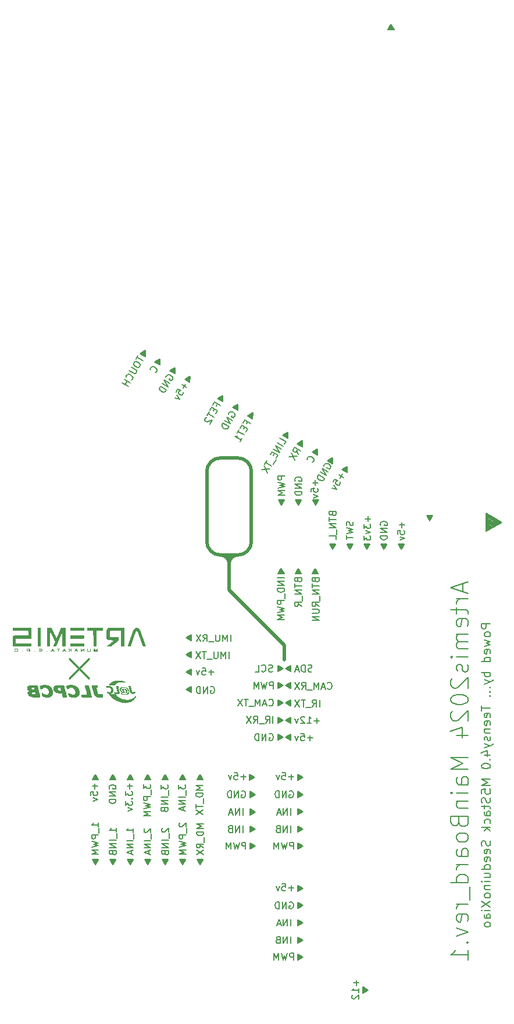
<source format=gbr>
%TF.GenerationSoftware,KiCad,Pcbnew,7.0.9*%
%TF.CreationDate,2024-03-01T11:40:11+09:00*%
%TF.ProjectId,MainBoard,4d61696e-426f-4617-9264-2e6b69636164,rev?*%
%TF.SameCoordinates,Original*%
%TF.FileFunction,Legend,Bot*%
%TF.FilePolarity,Positive*%
%FSLAX46Y46*%
G04 Gerber Fmt 4.6, Leading zero omitted, Abs format (unit mm)*
G04 Created by KiCad (PCBNEW 7.0.9) date 2024-03-01 11:40:11*
%MOMM*%
%LPD*%
G01*
G04 APERTURE LIST*
%ADD10C,0.500000*%
%ADD11C,0.150000*%
%ADD12C,0.200000*%
%ADD13C,0.220000*%
%ADD14C,0.010000*%
G04 APERTURE END LIST*
D10*
X154990800Y-68072000D02*
X154990800Y-78232000D01*
X161493200Y-78232000D02*
X161493200Y-68072000D01*
X159484046Y-80213200D02*
G75*
G03*
X158242000Y-81455246I-46J-1242000D01*
G01*
X166268400Y-93370400D02*
X158242000Y-85344000D01*
X161493200Y-68072000D02*
G75*
G03*
X159512000Y-66090800I-1981200J0D01*
G01*
X158242000Y-80264000D02*
X158242000Y-85344000D01*
X158242000Y-81455246D02*
G75*
G03*
X156999954Y-80213200I-1242000J46D01*
G01*
X156972000Y-80213200D02*
X159512000Y-80213200D01*
X156972000Y-66090800D02*
G75*
G03*
X154990800Y-68072000I0J-1981200D01*
G01*
X166268400Y-95453200D02*
X166268400Y-93370400D01*
X159512000Y-66090800D02*
X156972000Y-66090800D01*
X159512000Y-80213200D02*
G75*
G03*
X161493200Y-78232000I0J1981200D01*
G01*
X154990800Y-78232000D02*
G75*
G03*
X156972000Y-80213200I1981200J0D01*
G01*
D11*
X165382798Y-97107285D02*
X165382798Y-96345380D01*
X165430417Y-97059666D02*
X165430417Y-96393000D01*
X165478036Y-97059666D02*
X165478036Y-96393000D01*
X165525655Y-97012047D02*
X165525655Y-96440619D01*
X165573274Y-97012047D02*
X165573274Y-96440619D01*
X165620893Y-96964428D02*
X165620893Y-96488238D01*
X165668512Y-96964428D02*
X165668512Y-96488238D01*
X165716131Y-96916809D02*
X165716131Y-96535857D01*
X165763750Y-96869190D02*
X165763750Y-96583476D01*
X165811369Y-96869190D02*
X165811369Y-96583476D01*
X165858988Y-96821571D02*
X165858988Y-96631095D01*
X165906607Y-96821571D02*
X165906607Y-96631095D01*
X165954226Y-96726333D02*
X166001845Y-96726333D01*
X165954226Y-96773952D02*
X165954226Y-96678714D01*
X165335179Y-97107285D02*
X166049464Y-96726333D01*
X166049464Y-96726333D02*
X165335179Y-96345380D01*
X166097084Y-96726333D02*
X165335179Y-96297761D01*
X165335179Y-96297761D02*
X165335179Y-97154904D01*
X165335179Y-97154904D02*
X166097084Y-96726333D01*
X168278398Y-136629685D02*
X168278398Y-135867780D01*
X168326017Y-136582066D02*
X168326017Y-135915400D01*
X168373636Y-136582066D02*
X168373636Y-135915400D01*
X168421255Y-136534447D02*
X168421255Y-135963019D01*
X168468874Y-136534447D02*
X168468874Y-135963019D01*
X168516493Y-136486828D02*
X168516493Y-136010638D01*
X168564112Y-136486828D02*
X168564112Y-136010638D01*
X168611731Y-136439209D02*
X168611731Y-136058257D01*
X168659350Y-136391590D02*
X168659350Y-136105876D01*
X168706969Y-136391590D02*
X168706969Y-136105876D01*
X168754588Y-136343971D02*
X168754588Y-136153495D01*
X168802207Y-136343971D02*
X168802207Y-136153495D01*
X168849826Y-136248733D02*
X168897445Y-136248733D01*
X168849826Y-136296352D02*
X168849826Y-136201114D01*
X168230779Y-136629685D02*
X168945064Y-136248733D01*
X168945064Y-136248733D02*
X168230779Y-135867780D01*
X168992684Y-136248733D02*
X168230779Y-135820161D01*
X168230779Y-135820161D02*
X168230779Y-136677304D01*
X168230779Y-136677304D02*
X168992684Y-136248733D01*
X151101514Y-124590398D02*
X151863419Y-124590398D01*
X151149133Y-124638017D02*
X151815800Y-124638017D01*
X151149133Y-124685636D02*
X151815800Y-124685636D01*
X151196752Y-124733255D02*
X151768180Y-124733255D01*
X151196752Y-124780874D02*
X151768180Y-124780874D01*
X151244371Y-124828493D02*
X151720561Y-124828493D01*
X151244371Y-124876112D02*
X151720561Y-124876112D01*
X151291990Y-124923731D02*
X151672942Y-124923731D01*
X151339609Y-124971350D02*
X151625323Y-124971350D01*
X151339609Y-125018969D02*
X151625323Y-125018969D01*
X151387228Y-125066588D02*
X151577704Y-125066588D01*
X151387228Y-125114207D02*
X151577704Y-125114207D01*
X151482466Y-125161826D02*
X151482466Y-125209445D01*
X151434847Y-125161826D02*
X151530085Y-125161826D01*
X151101514Y-124542779D02*
X151482466Y-125257064D01*
X151482466Y-125257064D02*
X151863419Y-124542779D01*
X151482466Y-125304684D02*
X151911038Y-124542779D01*
X151911038Y-124542779D02*
X151053895Y-124542779D01*
X151053895Y-124542779D02*
X151482466Y-125304684D01*
X160242020Y-120570619D02*
X160242020Y-119570619D01*
X159765830Y-120570619D02*
X159765830Y-119570619D01*
X159765830Y-119570619D02*
X159194402Y-120570619D01*
X159194402Y-120570619D02*
X159194402Y-119570619D01*
X158384878Y-120046809D02*
X158242021Y-120094428D01*
X158242021Y-120094428D02*
X158194402Y-120142047D01*
X158194402Y-120142047D02*
X158146783Y-120237285D01*
X158146783Y-120237285D02*
X158146783Y-120380142D01*
X158146783Y-120380142D02*
X158194402Y-120475380D01*
X158194402Y-120475380D02*
X158242021Y-120523000D01*
X158242021Y-120523000D02*
X158337259Y-120570619D01*
X158337259Y-120570619D02*
X158718211Y-120570619D01*
X158718211Y-120570619D02*
X158718211Y-119570619D01*
X158718211Y-119570619D02*
X158384878Y-119570619D01*
X158384878Y-119570619D02*
X158289640Y-119618238D01*
X158289640Y-119618238D02*
X158242021Y-119665857D01*
X158242021Y-119665857D02*
X158194402Y-119761095D01*
X158194402Y-119761095D02*
X158194402Y-119856333D01*
X158194402Y-119856333D02*
X158242021Y-119951571D01*
X158242021Y-119951571D02*
X158289640Y-119999190D01*
X158289640Y-119999190D02*
X158384878Y-120046809D01*
X158384878Y-120046809D02*
X158718211Y-120046809D01*
X138401514Y-124590398D02*
X139163419Y-124590398D01*
X138449133Y-124638017D02*
X139115800Y-124638017D01*
X138449133Y-124685636D02*
X139115800Y-124685636D01*
X138496752Y-124733255D02*
X139068180Y-124733255D01*
X138496752Y-124780874D02*
X139068180Y-124780874D01*
X138544371Y-124828493D02*
X139020561Y-124828493D01*
X138544371Y-124876112D02*
X139020561Y-124876112D01*
X138591990Y-124923731D02*
X138972942Y-124923731D01*
X138639609Y-124971350D02*
X138925323Y-124971350D01*
X138639609Y-125018969D02*
X138925323Y-125018969D01*
X138687228Y-125066588D02*
X138877704Y-125066588D01*
X138687228Y-125114207D02*
X138877704Y-125114207D01*
X138782466Y-125161826D02*
X138782466Y-125209445D01*
X138734847Y-125161826D02*
X138830085Y-125161826D01*
X138401514Y-124542779D02*
X138782466Y-125257064D01*
X138782466Y-125257064D02*
X139163419Y-124542779D01*
X138782466Y-125304684D02*
X139211038Y-124542779D01*
X139211038Y-124542779D02*
X138353895Y-124542779D01*
X138353895Y-124542779D02*
X138782466Y-125304684D01*
X167154001Y-98828314D02*
X167154001Y-99590219D01*
X167106382Y-98875933D02*
X167106382Y-99542600D01*
X167058763Y-98875933D02*
X167058763Y-99542600D01*
X167011144Y-98923552D02*
X167011144Y-99494980D01*
X166963525Y-98923552D02*
X166963525Y-99494980D01*
X166915906Y-98971171D02*
X166915906Y-99447361D01*
X166868287Y-98971171D02*
X166868287Y-99447361D01*
X166820668Y-99018790D02*
X166820668Y-99399742D01*
X166773049Y-99066409D02*
X166773049Y-99352123D01*
X166725430Y-99066409D02*
X166725430Y-99352123D01*
X166677811Y-99114028D02*
X166677811Y-99304504D01*
X166630192Y-99114028D02*
X166630192Y-99304504D01*
X166582573Y-99209266D02*
X166534954Y-99209266D01*
X166582573Y-99161647D02*
X166582573Y-99256885D01*
X167201620Y-98828314D02*
X166487335Y-99209266D01*
X166487335Y-99209266D02*
X167201620Y-99590219D01*
X166439716Y-99209266D02*
X167201620Y-99637838D01*
X167201620Y-99637838D02*
X167201620Y-98780695D01*
X167201620Y-98780695D02*
X166439716Y-99209266D01*
X168900842Y-64375144D02*
X168241013Y-63994191D01*
X168883412Y-64310095D02*
X168306061Y-63976762D01*
X168907221Y-64268856D02*
X168329871Y-63935522D01*
X168889791Y-64203807D02*
X168394920Y-63918092D01*
X168913601Y-64162567D02*
X168418729Y-63876853D01*
X168896171Y-64097519D02*
X168483778Y-63859423D01*
X168919981Y-64056279D02*
X168507588Y-63818184D01*
X168902551Y-63991230D02*
X168572637Y-63800754D01*
X168885121Y-63926182D02*
X168637685Y-63783324D01*
X168908931Y-63884942D02*
X168661495Y-63742085D01*
X168891501Y-63819893D02*
X168726544Y-63724655D01*
X168915310Y-63778654D02*
X168750353Y-63683416D01*
X168856641Y-63689796D02*
X168880451Y-63648557D01*
X168897881Y-63713605D02*
X168815402Y-63665986D01*
X168877032Y-64416383D02*
X168904260Y-63607317D01*
X168904260Y-63607317D02*
X168217203Y-64035431D01*
X168928070Y-63566078D02*
X168175964Y-64011621D01*
X168175964Y-64011621D02*
X168918271Y-64440193D01*
X168918271Y-64440193D02*
X168928070Y-63566078D01*
X165382798Y-107114885D02*
X165382798Y-106352980D01*
X165430417Y-107067266D02*
X165430417Y-106400600D01*
X165478036Y-107067266D02*
X165478036Y-106400600D01*
X165525655Y-107019647D02*
X165525655Y-106448219D01*
X165573274Y-107019647D02*
X165573274Y-106448219D01*
X165620893Y-106972028D02*
X165620893Y-106495838D01*
X165668512Y-106972028D02*
X165668512Y-106495838D01*
X165716131Y-106924409D02*
X165716131Y-106543457D01*
X165763750Y-106876790D02*
X165763750Y-106591076D01*
X165811369Y-106876790D02*
X165811369Y-106591076D01*
X165858988Y-106829171D02*
X165858988Y-106638695D01*
X165906607Y-106829171D02*
X165906607Y-106638695D01*
X165954226Y-106733933D02*
X166001845Y-106733933D01*
X165954226Y-106781552D02*
X165954226Y-106686314D01*
X165335179Y-107114885D02*
X166049464Y-106733933D01*
X166049464Y-106733933D02*
X165335179Y-106352980D01*
X166097084Y-106733933D02*
X165335179Y-106305361D01*
X165335179Y-106305361D02*
X165335179Y-107162504D01*
X165335179Y-107162504D02*
X166097084Y-106733933D01*
X139118885Y-112899601D02*
X138356980Y-112899601D01*
X139071266Y-112851982D02*
X138404600Y-112851982D01*
X139071266Y-112804363D02*
X138404600Y-112804363D01*
X139023647Y-112756744D02*
X138452219Y-112756744D01*
X139023647Y-112709125D02*
X138452219Y-112709125D01*
X138976028Y-112661506D02*
X138499838Y-112661506D01*
X138976028Y-112613887D02*
X138499838Y-112613887D01*
X138928409Y-112566268D02*
X138547457Y-112566268D01*
X138880790Y-112518649D02*
X138595076Y-112518649D01*
X138880790Y-112471030D02*
X138595076Y-112471030D01*
X138833171Y-112423411D02*
X138642695Y-112423411D01*
X138833171Y-112375792D02*
X138642695Y-112375792D01*
X138737933Y-112328173D02*
X138737933Y-112280554D01*
X138785552Y-112328173D02*
X138690314Y-112328173D01*
X139118885Y-112947220D02*
X138737933Y-112232935D01*
X138737933Y-112232935D02*
X138356980Y-112947220D01*
X138737933Y-112185316D02*
X138309361Y-112947220D01*
X138309361Y-112947220D02*
X139166504Y-112947220D01*
X139166504Y-112947220D02*
X138737933Y-112185316D01*
X150345457Y-53783344D02*
X149685628Y-53402391D01*
X150328027Y-53718295D02*
X149750676Y-53384962D01*
X150351836Y-53677056D02*
X149774486Y-53343722D01*
X150334406Y-53612007D02*
X149839535Y-53326292D01*
X150358216Y-53570767D02*
X149863344Y-53285053D01*
X150340786Y-53505719D02*
X149928393Y-53267623D01*
X150364596Y-53464479D02*
X149952203Y-53226384D01*
X150347166Y-53399430D02*
X150017252Y-53208954D01*
X150329736Y-53334382D02*
X150082300Y-53191524D01*
X150353546Y-53293142D02*
X150106110Y-53150285D01*
X150336116Y-53228093D02*
X150171159Y-53132855D01*
X150359925Y-53186854D02*
X150194968Y-53091616D01*
X150301256Y-53097996D02*
X150325066Y-53056757D01*
X150342496Y-53121805D02*
X150260017Y-53074186D01*
X150321647Y-53824583D02*
X150348875Y-53015517D01*
X150348875Y-53015517D02*
X149661818Y-53443631D01*
X150372685Y-52974278D02*
X149620579Y-53419821D01*
X149620579Y-53419821D02*
X150362886Y-53848393D01*
X150362886Y-53848393D02*
X150372685Y-52974278D01*
X165477914Y-72266398D02*
X166239819Y-72266398D01*
X165525533Y-72314017D02*
X166192200Y-72314017D01*
X165525533Y-72361636D02*
X166192200Y-72361636D01*
X165573152Y-72409255D02*
X166144580Y-72409255D01*
X165573152Y-72456874D02*
X166144580Y-72456874D01*
X165620771Y-72504493D02*
X166096961Y-72504493D01*
X165620771Y-72552112D02*
X166096961Y-72552112D01*
X165668390Y-72599731D02*
X166049342Y-72599731D01*
X165716009Y-72647350D02*
X166001723Y-72647350D01*
X165716009Y-72694969D02*
X166001723Y-72694969D01*
X165763628Y-72742588D02*
X165954104Y-72742588D01*
X165763628Y-72790207D02*
X165954104Y-72790207D01*
X165858866Y-72837826D02*
X165858866Y-72885445D01*
X165811247Y-72837826D02*
X165906485Y-72837826D01*
X165477914Y-72218779D02*
X165858866Y-72933064D01*
X165858866Y-72933064D02*
X166239819Y-72218779D01*
X165858866Y-72980684D02*
X166287438Y-72218779D01*
X166287438Y-72218779D02*
X165430295Y-72218779D01*
X165430295Y-72218779D02*
X165858866Y-72980684D01*
X168278398Y-115446085D02*
X168278398Y-114684180D01*
X168326017Y-115398466D02*
X168326017Y-114731800D01*
X168373636Y-115398466D02*
X168373636Y-114731800D01*
X168421255Y-115350847D02*
X168421255Y-114779419D01*
X168468874Y-115350847D02*
X168468874Y-114779419D01*
X168516493Y-115303228D02*
X168516493Y-114827038D01*
X168564112Y-115303228D02*
X168564112Y-114827038D01*
X168611731Y-115255609D02*
X168611731Y-114874657D01*
X168659350Y-115207990D02*
X168659350Y-114922276D01*
X168706969Y-115207990D02*
X168706969Y-114922276D01*
X168754588Y-115160371D02*
X168754588Y-114969895D01*
X168802207Y-115160371D02*
X168802207Y-114969895D01*
X168849826Y-115065133D02*
X168897445Y-115065133D01*
X168849826Y-115112752D02*
X168849826Y-115017514D01*
X168230779Y-115446085D02*
X168945064Y-115065133D01*
X168945064Y-115065133D02*
X168230779Y-114684180D01*
X168992684Y-115065133D02*
X168230779Y-114636561D01*
X168230779Y-114636561D02*
X168230779Y-115493704D01*
X168230779Y-115493704D02*
X168992684Y-115065133D01*
X153641514Y-124590398D02*
X154403419Y-124590398D01*
X153689133Y-124638017D02*
X154355800Y-124638017D01*
X153689133Y-124685636D02*
X154355800Y-124685636D01*
X153736752Y-124733255D02*
X154308180Y-124733255D01*
X153736752Y-124780874D02*
X154308180Y-124780874D01*
X153784371Y-124828493D02*
X154260561Y-124828493D01*
X153784371Y-124876112D02*
X154260561Y-124876112D01*
X153831990Y-124923731D02*
X154212942Y-124923731D01*
X153879609Y-124971350D02*
X154165323Y-124971350D01*
X153879609Y-125018969D02*
X154165323Y-125018969D01*
X153927228Y-125066588D02*
X154117704Y-125066588D01*
X153927228Y-125114207D02*
X154117704Y-125114207D01*
X154022466Y-125161826D02*
X154022466Y-125209445D01*
X153974847Y-125161826D02*
X154070085Y-125161826D01*
X153641514Y-124542779D02*
X154022466Y-125257064D01*
X154022466Y-125257064D02*
X154403419Y-124542779D01*
X154022466Y-125304684D02*
X154451038Y-124542779D01*
X154451038Y-124542779D02*
X153593895Y-124542779D01*
X153593895Y-124542779D02*
X154022466Y-125304684D01*
X158464020Y-92783019D02*
X158464020Y-91783019D01*
X157987830Y-92783019D02*
X157987830Y-91783019D01*
X157987830Y-91783019D02*
X157654497Y-92497304D01*
X157654497Y-92497304D02*
X157321164Y-91783019D01*
X157321164Y-91783019D02*
X157321164Y-92783019D01*
X156844973Y-91783019D02*
X156844973Y-92592542D01*
X156844973Y-92592542D02*
X156797354Y-92687780D01*
X156797354Y-92687780D02*
X156749735Y-92735400D01*
X156749735Y-92735400D02*
X156654497Y-92783019D01*
X156654497Y-92783019D02*
X156464021Y-92783019D01*
X156464021Y-92783019D02*
X156368783Y-92735400D01*
X156368783Y-92735400D02*
X156321164Y-92687780D01*
X156321164Y-92687780D02*
X156273545Y-92592542D01*
X156273545Y-92592542D02*
X156273545Y-91783019D01*
X156035450Y-92878257D02*
X155273545Y-92878257D01*
X154464021Y-92783019D02*
X154797354Y-92306828D01*
X155035449Y-92783019D02*
X155035449Y-91783019D01*
X155035449Y-91783019D02*
X154654497Y-91783019D01*
X154654497Y-91783019D02*
X154559259Y-91830638D01*
X154559259Y-91830638D02*
X154511640Y-91878257D01*
X154511640Y-91878257D02*
X154464021Y-91973495D01*
X154464021Y-91973495D02*
X154464021Y-92116352D01*
X154464021Y-92116352D02*
X154511640Y-92211590D01*
X154511640Y-92211590D02*
X154559259Y-92259209D01*
X154559259Y-92259209D02*
X154654497Y-92306828D01*
X154654497Y-92306828D02*
X155035449Y-92306828D01*
X154130687Y-91783019D02*
X153464021Y-92783019D01*
X153464021Y-91783019D02*
X154130687Y-92783019D01*
X170796009Y-83880512D02*
X170843628Y-84023369D01*
X170843628Y-84023369D02*
X170891247Y-84070988D01*
X170891247Y-84070988D02*
X170986485Y-84118607D01*
X170986485Y-84118607D02*
X171129342Y-84118607D01*
X171129342Y-84118607D02*
X171224580Y-84070988D01*
X171224580Y-84070988D02*
X171272200Y-84023369D01*
X171272200Y-84023369D02*
X171319819Y-83928131D01*
X171319819Y-83928131D02*
X171319819Y-83547179D01*
X171319819Y-83547179D02*
X170319819Y-83547179D01*
X170319819Y-83547179D02*
X170319819Y-83880512D01*
X170319819Y-83880512D02*
X170367438Y-83975750D01*
X170367438Y-83975750D02*
X170415057Y-84023369D01*
X170415057Y-84023369D02*
X170510295Y-84070988D01*
X170510295Y-84070988D02*
X170605533Y-84070988D01*
X170605533Y-84070988D02*
X170700771Y-84023369D01*
X170700771Y-84023369D02*
X170748390Y-83975750D01*
X170748390Y-83975750D02*
X170796009Y-83880512D01*
X170796009Y-83880512D02*
X170796009Y-83547179D01*
X170319819Y-84404322D02*
X170319819Y-84975750D01*
X171319819Y-84690036D02*
X170319819Y-84690036D01*
X171319819Y-85309084D02*
X170319819Y-85309084D01*
X170319819Y-85309084D02*
X171319819Y-85880512D01*
X171319819Y-85880512D02*
X170319819Y-85880512D01*
X171415057Y-86118608D02*
X171415057Y-86880512D01*
X171319819Y-87690036D02*
X170843628Y-87356703D01*
X171319819Y-87118608D02*
X170319819Y-87118608D01*
X170319819Y-87118608D02*
X170319819Y-87499560D01*
X170319819Y-87499560D02*
X170367438Y-87594798D01*
X170367438Y-87594798D02*
X170415057Y-87642417D01*
X170415057Y-87642417D02*
X170510295Y-87690036D01*
X170510295Y-87690036D02*
X170653152Y-87690036D01*
X170653152Y-87690036D02*
X170748390Y-87642417D01*
X170748390Y-87642417D02*
X170796009Y-87594798D01*
X170796009Y-87594798D02*
X170843628Y-87499560D01*
X170843628Y-87499560D02*
X170843628Y-87118608D01*
X170319819Y-88118608D02*
X171129342Y-88118608D01*
X171129342Y-88118608D02*
X171224580Y-88166227D01*
X171224580Y-88166227D02*
X171272200Y-88213846D01*
X171272200Y-88213846D02*
X171319819Y-88309084D01*
X171319819Y-88309084D02*
X171319819Y-88499560D01*
X171319819Y-88499560D02*
X171272200Y-88594798D01*
X171272200Y-88594798D02*
X171224580Y-88642417D01*
X171224580Y-88642417D02*
X171129342Y-88690036D01*
X171129342Y-88690036D02*
X170319819Y-88690036D01*
X171319819Y-89166227D02*
X170319819Y-89166227D01*
X170319819Y-89166227D02*
X171319819Y-89737655D01*
X171319819Y-89737655D02*
X170319819Y-89737655D01*
X170786466Y-69323179D02*
X170786466Y-70085084D01*
X171167419Y-69704131D02*
X170405514Y-69704131D01*
X170167419Y-71037464D02*
X170167419Y-70561274D01*
X170167419Y-70561274D02*
X170643609Y-70513655D01*
X170643609Y-70513655D02*
X170595990Y-70561274D01*
X170595990Y-70561274D02*
X170548371Y-70656512D01*
X170548371Y-70656512D02*
X170548371Y-70894607D01*
X170548371Y-70894607D02*
X170595990Y-70989845D01*
X170595990Y-70989845D02*
X170643609Y-71037464D01*
X170643609Y-71037464D02*
X170738847Y-71085083D01*
X170738847Y-71085083D02*
X170976942Y-71085083D01*
X170976942Y-71085083D02*
X171072180Y-71037464D01*
X171072180Y-71037464D02*
X171119800Y-70989845D01*
X171119800Y-70989845D02*
X171167419Y-70894607D01*
X171167419Y-70894607D02*
X171167419Y-70656512D01*
X171167419Y-70656512D02*
X171119800Y-70561274D01*
X171119800Y-70561274D02*
X171072180Y-70513655D01*
X170500752Y-71418417D02*
X171167419Y-71656512D01*
X171167419Y-71656512D02*
X170500752Y-71894607D01*
X161645168Y-60311144D02*
X160985339Y-59930191D01*
X161627738Y-60246095D02*
X161050387Y-59912762D01*
X161651547Y-60204856D02*
X161074197Y-59871522D01*
X161634117Y-60139807D02*
X161139246Y-59854092D01*
X161657927Y-60098567D02*
X161163055Y-59812853D01*
X161640497Y-60033519D02*
X161228104Y-59795423D01*
X161664307Y-59992279D02*
X161251914Y-59754184D01*
X161646877Y-59927230D02*
X161316963Y-59736754D01*
X161629447Y-59862182D02*
X161382011Y-59719324D01*
X161653257Y-59820942D02*
X161405821Y-59678085D01*
X161635827Y-59755893D02*
X161470870Y-59660655D01*
X161659636Y-59714654D02*
X161494679Y-59619416D01*
X161600967Y-59625796D02*
X161624777Y-59584557D01*
X161642207Y-59649605D02*
X161559728Y-59601986D01*
X161621358Y-60352383D02*
X161648586Y-59543317D01*
X161648586Y-59543317D02*
X160961529Y-59971431D01*
X161672396Y-59502078D02*
X160920290Y-59947621D01*
X160920290Y-59947621D02*
X161662597Y-60376193D01*
X161662597Y-60376193D02*
X161672396Y-59502078D01*
X140801838Y-114246188D02*
X140754219Y-114150950D01*
X140754219Y-114150950D02*
X140754219Y-114008093D01*
X140754219Y-114008093D02*
X140801838Y-113865236D01*
X140801838Y-113865236D02*
X140897076Y-113769998D01*
X140897076Y-113769998D02*
X140992314Y-113722379D01*
X140992314Y-113722379D02*
X141182790Y-113674760D01*
X141182790Y-113674760D02*
X141325647Y-113674760D01*
X141325647Y-113674760D02*
X141516123Y-113722379D01*
X141516123Y-113722379D02*
X141611361Y-113769998D01*
X141611361Y-113769998D02*
X141706600Y-113865236D01*
X141706600Y-113865236D02*
X141754219Y-114008093D01*
X141754219Y-114008093D02*
X141754219Y-114103331D01*
X141754219Y-114103331D02*
X141706600Y-114246188D01*
X141706600Y-114246188D02*
X141658980Y-114293807D01*
X141658980Y-114293807D02*
X141325647Y-114293807D01*
X141325647Y-114293807D02*
X141325647Y-114103331D01*
X141754219Y-114722379D02*
X140754219Y-114722379D01*
X140754219Y-114722379D02*
X141754219Y-115293807D01*
X141754219Y-115293807D02*
X140754219Y-115293807D01*
X141754219Y-115769998D02*
X140754219Y-115769998D01*
X140754219Y-115769998D02*
X140754219Y-116008093D01*
X140754219Y-116008093D02*
X140801838Y-116150950D01*
X140801838Y-116150950D02*
X140897076Y-116246188D01*
X140897076Y-116246188D02*
X140992314Y-116293807D01*
X140992314Y-116293807D02*
X141182790Y-116341426D01*
X141182790Y-116341426D02*
X141325647Y-116341426D01*
X141325647Y-116341426D02*
X141516123Y-116293807D01*
X141516123Y-116293807D02*
X141611361Y-116246188D01*
X141611361Y-116246188D02*
X141706600Y-116150950D01*
X141706600Y-116150950D02*
X141754219Y-116008093D01*
X141754219Y-116008093D02*
X141754219Y-115769998D01*
X173256257Y-66889744D02*
X172596428Y-66508791D01*
X173238827Y-66824695D02*
X172661476Y-66491362D01*
X173262636Y-66783456D02*
X172685286Y-66450122D01*
X173245206Y-66718407D02*
X172750335Y-66432692D01*
X173269016Y-66677167D02*
X172774144Y-66391453D01*
X173251586Y-66612119D02*
X172839193Y-66374023D01*
X173275396Y-66570879D02*
X172863003Y-66332784D01*
X173257966Y-66505830D02*
X172928052Y-66315354D01*
X173240536Y-66440782D02*
X172993100Y-66297924D01*
X173264346Y-66399542D02*
X173016910Y-66256685D01*
X173246916Y-66334493D02*
X173081959Y-66239255D01*
X173270725Y-66293254D02*
X173105768Y-66198016D01*
X173212056Y-66204396D02*
X173235866Y-66163157D01*
X173253296Y-66228205D02*
X173170817Y-66180586D01*
X173232447Y-66930983D02*
X173259675Y-66121917D01*
X173259675Y-66121917D02*
X172572618Y-66550031D01*
X173283485Y-66080678D02*
X172531379Y-66526221D01*
X172531379Y-66526221D02*
X173273686Y-66954793D01*
X173273686Y-66954793D02*
X173283485Y-66080678D01*
X154358885Y-112899601D02*
X153596980Y-112899601D01*
X154311266Y-112851982D02*
X153644600Y-112851982D01*
X154311266Y-112804363D02*
X153644600Y-112804363D01*
X154263647Y-112756744D02*
X153692219Y-112756744D01*
X154263647Y-112709125D02*
X153692219Y-112709125D01*
X154216028Y-112661506D02*
X153739838Y-112661506D01*
X154216028Y-112613887D02*
X153739838Y-112613887D01*
X154168409Y-112566268D02*
X153787457Y-112566268D01*
X154120790Y-112518649D02*
X153835076Y-112518649D01*
X154120790Y-112471030D02*
X153835076Y-112471030D01*
X154073171Y-112423411D02*
X153882695Y-112423411D01*
X154073171Y-112375792D02*
X153882695Y-112375792D01*
X153977933Y-112328173D02*
X153977933Y-112280554D01*
X154025552Y-112328173D02*
X153930314Y-112328173D01*
X154358885Y-112947220D02*
X153977933Y-112232935D01*
X153977933Y-112232935D02*
X153596980Y-112947220D01*
X153977933Y-112185316D02*
X153549361Y-112947220D01*
X153549361Y-112947220D02*
X154406504Y-112947220D01*
X154406504Y-112947220D02*
X153977933Y-112185316D01*
X158144179Y-59741610D02*
X158150559Y-59635322D01*
X158150559Y-59635322D02*
X158221987Y-59511604D01*
X158221987Y-59511604D02*
X158334655Y-59411696D01*
X158334655Y-59411696D02*
X158464753Y-59376836D01*
X158464753Y-59376836D02*
X158571041Y-59383216D01*
X158571041Y-59383216D02*
X158759808Y-59437215D01*
X158759808Y-59437215D02*
X158883526Y-59508643D01*
X158883526Y-59508643D02*
X159024673Y-59645121D01*
X159024673Y-59645121D02*
X159083342Y-59733979D01*
X159083342Y-59733979D02*
X159118202Y-59864077D01*
X159118202Y-59864077D02*
X159088013Y-60011604D01*
X159088013Y-60011604D02*
X159040394Y-60094083D01*
X159040394Y-60094083D02*
X158927726Y-60193991D01*
X158927726Y-60193991D02*
X158862677Y-60211421D01*
X158862677Y-60211421D02*
X158574002Y-60044754D01*
X158574002Y-60044754D02*
X158669240Y-59879797D01*
X158730870Y-60630194D02*
X157864844Y-60130194D01*
X157864844Y-60130194D02*
X158445156Y-61125065D01*
X158445156Y-61125065D02*
X157579130Y-60625065D01*
X158207060Y-61537458D02*
X157341035Y-61037458D01*
X157341035Y-61037458D02*
X157221987Y-61243655D01*
X157221987Y-61243655D02*
X157191798Y-61391182D01*
X157191798Y-61391182D02*
X157226658Y-61521280D01*
X157226658Y-61521280D02*
X157285327Y-61610138D01*
X157285327Y-61610138D02*
X157426474Y-61746616D01*
X157426474Y-61746616D02*
X157550192Y-61818044D01*
X157550192Y-61818044D02*
X157738959Y-61872043D01*
X157738959Y-61872043D02*
X157845247Y-61878423D01*
X157845247Y-61878423D02*
X157975345Y-61843563D01*
X157975345Y-61843563D02*
X158088013Y-61743655D01*
X158088013Y-61743655D02*
X158207060Y-61537458D01*
X160648420Y-123009019D02*
X160648420Y-122009019D01*
X160648420Y-122009019D02*
X160267468Y-122009019D01*
X160267468Y-122009019D02*
X160172230Y-122056638D01*
X160172230Y-122056638D02*
X160124611Y-122104257D01*
X160124611Y-122104257D02*
X160076992Y-122199495D01*
X160076992Y-122199495D02*
X160076992Y-122342352D01*
X160076992Y-122342352D02*
X160124611Y-122437590D01*
X160124611Y-122437590D02*
X160172230Y-122485209D01*
X160172230Y-122485209D02*
X160267468Y-122532828D01*
X160267468Y-122532828D02*
X160648420Y-122532828D01*
X159743658Y-122009019D02*
X159505563Y-123009019D01*
X159505563Y-123009019D02*
X159315087Y-122294733D01*
X159315087Y-122294733D02*
X159124611Y-123009019D01*
X159124611Y-123009019D02*
X158886516Y-122009019D01*
X158505563Y-123009019D02*
X158505563Y-122009019D01*
X158505563Y-122009019D02*
X158172230Y-122723304D01*
X158172230Y-122723304D02*
X157838897Y-122009019D01*
X157838897Y-122009019D02*
X157838897Y-123009019D01*
X173285209Y-74228512D02*
X173332828Y-74371369D01*
X173332828Y-74371369D02*
X173380447Y-74418988D01*
X173380447Y-74418988D02*
X173475685Y-74466607D01*
X173475685Y-74466607D02*
X173618542Y-74466607D01*
X173618542Y-74466607D02*
X173713780Y-74418988D01*
X173713780Y-74418988D02*
X173761400Y-74371369D01*
X173761400Y-74371369D02*
X173809019Y-74276131D01*
X173809019Y-74276131D02*
X173809019Y-73895179D01*
X173809019Y-73895179D02*
X172809019Y-73895179D01*
X172809019Y-73895179D02*
X172809019Y-74228512D01*
X172809019Y-74228512D02*
X172856638Y-74323750D01*
X172856638Y-74323750D02*
X172904257Y-74371369D01*
X172904257Y-74371369D02*
X172999495Y-74418988D01*
X172999495Y-74418988D02*
X173094733Y-74418988D01*
X173094733Y-74418988D02*
X173189971Y-74371369D01*
X173189971Y-74371369D02*
X173237590Y-74323750D01*
X173237590Y-74323750D02*
X173285209Y-74228512D01*
X173285209Y-74228512D02*
X173285209Y-73895179D01*
X172809019Y-74752322D02*
X172809019Y-75323750D01*
X173809019Y-75038036D02*
X172809019Y-75038036D01*
X173809019Y-75657084D02*
X172809019Y-75657084D01*
X172809019Y-75657084D02*
X173809019Y-76228512D01*
X173809019Y-76228512D02*
X172809019Y-76228512D01*
X173904257Y-76466608D02*
X173904257Y-77228512D01*
X173809019Y-77942798D02*
X173809019Y-77466608D01*
X173809019Y-77466608D02*
X172809019Y-77466608D01*
X167658820Y-128673266D02*
X166896916Y-128673266D01*
X167277868Y-129054219D02*
X167277868Y-128292314D01*
X165944535Y-128054219D02*
X166420725Y-128054219D01*
X166420725Y-128054219D02*
X166468344Y-128530409D01*
X166468344Y-128530409D02*
X166420725Y-128482790D01*
X166420725Y-128482790D02*
X166325487Y-128435171D01*
X166325487Y-128435171D02*
X166087392Y-128435171D01*
X166087392Y-128435171D02*
X165992154Y-128482790D01*
X165992154Y-128482790D02*
X165944535Y-128530409D01*
X165944535Y-128530409D02*
X165896916Y-128625647D01*
X165896916Y-128625647D02*
X165896916Y-128863742D01*
X165896916Y-128863742D02*
X165944535Y-128958980D01*
X165944535Y-128958980D02*
X165992154Y-129006600D01*
X165992154Y-129006600D02*
X166087392Y-129054219D01*
X166087392Y-129054219D02*
X166325487Y-129054219D01*
X166325487Y-129054219D02*
X166420725Y-129006600D01*
X166420725Y-129006600D02*
X166468344Y-128958980D01*
X165563582Y-128387552D02*
X165325487Y-129054219D01*
X165325487Y-129054219D02*
X165087392Y-128387552D01*
X138680866Y-113468379D02*
X138680866Y-114230284D01*
X139061819Y-113849331D02*
X138299914Y-113849331D01*
X138061819Y-115182664D02*
X138061819Y-114706474D01*
X138061819Y-114706474D02*
X138538009Y-114658855D01*
X138538009Y-114658855D02*
X138490390Y-114706474D01*
X138490390Y-114706474D02*
X138442771Y-114801712D01*
X138442771Y-114801712D02*
X138442771Y-115039807D01*
X138442771Y-115039807D02*
X138490390Y-115135045D01*
X138490390Y-115135045D02*
X138538009Y-115182664D01*
X138538009Y-115182664D02*
X138633247Y-115230283D01*
X138633247Y-115230283D02*
X138871342Y-115230283D01*
X138871342Y-115230283D02*
X138966580Y-115182664D01*
X138966580Y-115182664D02*
X139014200Y-115135045D01*
X139014200Y-115135045D02*
X139061819Y-115039807D01*
X139061819Y-115039807D02*
X139061819Y-114801712D01*
X139061819Y-114801712D02*
X139014200Y-114706474D01*
X139014200Y-114706474D02*
X138966580Y-114658855D01*
X138395152Y-115563617D02*
X139061819Y-115801712D01*
X139061819Y-115801712D02*
X138395152Y-116039807D01*
D12*
X176752866Y-142101673D02*
X176752866Y-142863578D01*
X177133819Y-142482625D02*
X176371914Y-142482625D01*
X177133819Y-143863577D02*
X177133819Y-143292149D01*
X177133819Y-143577863D02*
X176133819Y-143577863D01*
X176133819Y-143577863D02*
X176276676Y-143482625D01*
X176276676Y-143482625D02*
X176371914Y-143387387D01*
X176371914Y-143387387D02*
X176419533Y-143292149D01*
X176229057Y-144244530D02*
X176181438Y-144292149D01*
X176181438Y-144292149D02*
X176133819Y-144387387D01*
X176133819Y-144387387D02*
X176133819Y-144625482D01*
X176133819Y-144625482D02*
X176181438Y-144720720D01*
X176181438Y-144720720D02*
X176229057Y-144768339D01*
X176229057Y-144768339D02*
X176324295Y-144815958D01*
X176324295Y-144815958D02*
X176419533Y-144815958D01*
X176419533Y-144815958D02*
X176562390Y-144768339D01*
X176562390Y-144768339D02*
X177133819Y-144196911D01*
X177133819Y-144196911D02*
X177133819Y-144815958D01*
D11*
X167154001Y-101368314D02*
X167154001Y-102130219D01*
X167106382Y-101415933D02*
X167106382Y-102082600D01*
X167058763Y-101415933D02*
X167058763Y-102082600D01*
X167011144Y-101463552D02*
X167011144Y-102034980D01*
X166963525Y-101463552D02*
X166963525Y-102034980D01*
X166915906Y-101511171D02*
X166915906Y-101987361D01*
X166868287Y-101511171D02*
X166868287Y-101987361D01*
X166820668Y-101558790D02*
X166820668Y-101939742D01*
X166773049Y-101606409D02*
X166773049Y-101892123D01*
X166725430Y-101606409D02*
X166725430Y-101892123D01*
X166677811Y-101654028D02*
X166677811Y-101844504D01*
X166630192Y-101654028D02*
X166630192Y-101844504D01*
X166582573Y-101749266D02*
X166534954Y-101749266D01*
X166582573Y-101701647D02*
X166582573Y-101796885D01*
X167201620Y-101368314D02*
X166487335Y-101749266D01*
X166487335Y-101749266D02*
X167201620Y-102130219D01*
X166439716Y-101749266D02*
X167201620Y-102177838D01*
X167201620Y-102177838D02*
X167201620Y-101320695D01*
X167201620Y-101320695D02*
X166439716Y-101749266D01*
X174750555Y-68412892D02*
X174369603Y-69072721D01*
X174889994Y-68933283D02*
X174230165Y-68552330D01*
X173357302Y-69587983D02*
X173595397Y-69175590D01*
X173595397Y-69175590D02*
X174031600Y-69372446D01*
X174031600Y-69372446D02*
X173966551Y-69389876D01*
X173966551Y-69389876D02*
X173877692Y-69448545D01*
X173877692Y-69448545D02*
X173758645Y-69654741D01*
X173758645Y-69654741D02*
X173752265Y-69761030D01*
X173752265Y-69761030D02*
X173769695Y-69826078D01*
X173769695Y-69826078D02*
X173828364Y-69914937D01*
X173828364Y-69914937D02*
X174034560Y-70033984D01*
X174034560Y-70033984D02*
X174140849Y-70040364D01*
X174140849Y-70040364D02*
X174205897Y-70022934D01*
X174205897Y-70022934D02*
X174294756Y-69964265D01*
X174294756Y-69964265D02*
X174413803Y-69758069D01*
X174413803Y-69758069D02*
X174420183Y-69651781D01*
X174420183Y-69651781D02*
X174402753Y-69586732D01*
X173455501Y-70084564D02*
X173913803Y-70624094D01*
X173913803Y-70624094D02*
X173217405Y-70496957D01*
X195744289Y-74351241D02*
X197723776Y-75494098D01*
X195796579Y-74546388D02*
X197528630Y-75546388D01*
X195725150Y-74670106D02*
X197457201Y-75670106D01*
X195777440Y-74865252D02*
X197262054Y-75722395D01*
X195706011Y-74988970D02*
X197190626Y-75846113D01*
X195758300Y-75184117D02*
X196995479Y-75898402D01*
X195686872Y-75307834D02*
X196924051Y-76022120D01*
X195739161Y-75502981D02*
X196728904Y-76074410D01*
X195791450Y-75698127D02*
X196533758Y-76126699D01*
X195720022Y-75821845D02*
X196462329Y-76250417D01*
X195772311Y-76016992D02*
X196267183Y-76302706D01*
X195700883Y-76140710D02*
X196195754Y-76426424D01*
X195876890Y-76407285D02*
X195805461Y-76531003D01*
X195753172Y-76335856D02*
X196000608Y-76478713D01*
X195815718Y-74227523D02*
X195734033Y-76654721D01*
X195734033Y-76654721D02*
X197795205Y-75370380D01*
X195662604Y-76778439D02*
X197918923Y-75441809D01*
X197918923Y-75441809D02*
X195692000Y-74156095D01*
X195692000Y-74156095D02*
X195662604Y-76778439D01*
X139214219Y-119783388D02*
X139214219Y-119211960D01*
X139214219Y-119497674D02*
X138214219Y-119497674D01*
X138214219Y-119497674D02*
X138357076Y-119402436D01*
X138357076Y-119402436D02*
X138452314Y-119307198D01*
X138452314Y-119307198D02*
X138499933Y-119211960D01*
X139309457Y-119973865D02*
X139309457Y-120735769D01*
X139214219Y-120973865D02*
X138214219Y-120973865D01*
X138214219Y-120973865D02*
X138214219Y-121354817D01*
X138214219Y-121354817D02*
X138261838Y-121450055D01*
X138261838Y-121450055D02*
X138309457Y-121497674D01*
X138309457Y-121497674D02*
X138404695Y-121545293D01*
X138404695Y-121545293D02*
X138547552Y-121545293D01*
X138547552Y-121545293D02*
X138642790Y-121497674D01*
X138642790Y-121497674D02*
X138690409Y-121450055D01*
X138690409Y-121450055D02*
X138738028Y-121354817D01*
X138738028Y-121354817D02*
X138738028Y-120973865D01*
X138214219Y-121878627D02*
X139214219Y-122116722D01*
X139214219Y-122116722D02*
X138499933Y-122307198D01*
X138499933Y-122307198D02*
X139214219Y-122497674D01*
X139214219Y-122497674D02*
X138214219Y-122735770D01*
X139214219Y-123116722D02*
X138214219Y-123116722D01*
X138214219Y-123116722D02*
X138928504Y-123450055D01*
X138928504Y-123450055D02*
X138214219Y-123783388D01*
X138214219Y-123783388D02*
X139214219Y-123783388D01*
X187819144Y-74473231D02*
X187438191Y-75133060D01*
X187754095Y-74490661D02*
X187420762Y-75068012D01*
X187712856Y-74466852D02*
X187379522Y-75044202D01*
X187647807Y-74484282D02*
X187362092Y-74979153D01*
X187606567Y-74460472D02*
X187320853Y-74955344D01*
X187541519Y-74477902D02*
X187303423Y-74890295D01*
X187500279Y-74454092D02*
X187262184Y-74866485D01*
X187435230Y-74471522D02*
X187244754Y-74801436D01*
X187370182Y-74488952D02*
X187227324Y-74736388D01*
X187328942Y-74465142D02*
X187186085Y-74712578D01*
X187263893Y-74482572D02*
X187168655Y-74647529D01*
X187222654Y-74458763D02*
X187127416Y-74623720D01*
X187133796Y-74517432D02*
X187092557Y-74493622D01*
X187157605Y-74476192D02*
X187109986Y-74558671D01*
X187860383Y-74497041D02*
X187051317Y-74469813D01*
X187051317Y-74469813D02*
X187479431Y-75156870D01*
X187010078Y-74446003D02*
X187455621Y-75198109D01*
X187455621Y-75198109D02*
X187884193Y-74455802D01*
X187884193Y-74455802D02*
X187010078Y-74446003D01*
X164087011Y-106257838D02*
X164182249Y-106210219D01*
X164182249Y-106210219D02*
X164325106Y-106210219D01*
X164325106Y-106210219D02*
X164467963Y-106257838D01*
X164467963Y-106257838D02*
X164563201Y-106353076D01*
X164563201Y-106353076D02*
X164610820Y-106448314D01*
X164610820Y-106448314D02*
X164658439Y-106638790D01*
X164658439Y-106638790D02*
X164658439Y-106781647D01*
X164658439Y-106781647D02*
X164610820Y-106972123D01*
X164610820Y-106972123D02*
X164563201Y-107067361D01*
X164563201Y-107067361D02*
X164467963Y-107162600D01*
X164467963Y-107162600D02*
X164325106Y-107210219D01*
X164325106Y-107210219D02*
X164229868Y-107210219D01*
X164229868Y-107210219D02*
X164087011Y-107162600D01*
X164087011Y-107162600D02*
X164039392Y-107114980D01*
X164039392Y-107114980D02*
X164039392Y-106781647D01*
X164039392Y-106781647D02*
X164229868Y-106781647D01*
X163610820Y-107210219D02*
X163610820Y-106210219D01*
X163610820Y-106210219D02*
X163039392Y-107210219D01*
X163039392Y-107210219D02*
X163039392Y-106210219D01*
X162563201Y-107210219D02*
X162563201Y-106210219D01*
X162563201Y-106210219D02*
X162325106Y-106210219D01*
X162325106Y-106210219D02*
X162182249Y-106257838D01*
X162182249Y-106257838D02*
X162087011Y-106353076D01*
X162087011Y-106353076D02*
X162039392Y-106448314D01*
X162039392Y-106448314D02*
X161991773Y-106638790D01*
X161991773Y-106638790D02*
X161991773Y-106781647D01*
X161991773Y-106781647D02*
X162039392Y-106972123D01*
X162039392Y-106972123D02*
X162087011Y-107067361D01*
X162087011Y-107067361D02*
X162182249Y-107162600D01*
X162182249Y-107162600D02*
X162325106Y-107210219D01*
X162325106Y-107210219D02*
X162563201Y-107210219D01*
X171418020Y-102282619D02*
X171418020Y-101282619D01*
X170370402Y-102282619D02*
X170703735Y-101806428D01*
X170941830Y-102282619D02*
X170941830Y-101282619D01*
X170941830Y-101282619D02*
X170560878Y-101282619D01*
X170560878Y-101282619D02*
X170465640Y-101330238D01*
X170465640Y-101330238D02*
X170418021Y-101377857D01*
X170418021Y-101377857D02*
X170370402Y-101473095D01*
X170370402Y-101473095D02*
X170370402Y-101615952D01*
X170370402Y-101615952D02*
X170418021Y-101711190D01*
X170418021Y-101711190D02*
X170465640Y-101758809D01*
X170465640Y-101758809D02*
X170560878Y-101806428D01*
X170560878Y-101806428D02*
X170941830Y-101806428D01*
X170179926Y-102377857D02*
X169418021Y-102377857D01*
X169322782Y-101282619D02*
X168751354Y-101282619D01*
X169037068Y-102282619D02*
X169037068Y-101282619D01*
X168513258Y-101282619D02*
X167846592Y-102282619D01*
X167846592Y-101282619D02*
X168513258Y-102282619D01*
X170402020Y-106829266D02*
X169640116Y-106829266D01*
X170021068Y-107210219D02*
X170021068Y-106448314D01*
X168687735Y-106210219D02*
X169163925Y-106210219D01*
X169163925Y-106210219D02*
X169211544Y-106686409D01*
X169211544Y-106686409D02*
X169163925Y-106638790D01*
X169163925Y-106638790D02*
X169068687Y-106591171D01*
X169068687Y-106591171D02*
X168830592Y-106591171D01*
X168830592Y-106591171D02*
X168735354Y-106638790D01*
X168735354Y-106638790D02*
X168687735Y-106686409D01*
X168687735Y-106686409D02*
X168640116Y-106781647D01*
X168640116Y-106781647D02*
X168640116Y-107019742D01*
X168640116Y-107019742D02*
X168687735Y-107114980D01*
X168687735Y-107114980D02*
X168735354Y-107162600D01*
X168735354Y-107162600D02*
X168830592Y-107210219D01*
X168830592Y-107210219D02*
X169068687Y-107210219D01*
X169068687Y-107210219D02*
X169163925Y-107162600D01*
X169163925Y-107162600D02*
X169211544Y-107114980D01*
X168306782Y-106543552D02*
X168068687Y-107210219D01*
X168068687Y-107210219D02*
X167830592Y-106543552D01*
X154403419Y-113722379D02*
X153403419Y-113722379D01*
X153403419Y-113722379D02*
X154117704Y-114055712D01*
X154117704Y-114055712D02*
X153403419Y-114389045D01*
X153403419Y-114389045D02*
X154403419Y-114389045D01*
X154403419Y-114865236D02*
X153403419Y-114865236D01*
X153403419Y-114865236D02*
X153403419Y-115103331D01*
X153403419Y-115103331D02*
X153451038Y-115246188D01*
X153451038Y-115246188D02*
X153546276Y-115341426D01*
X153546276Y-115341426D02*
X153641514Y-115389045D01*
X153641514Y-115389045D02*
X153831990Y-115436664D01*
X153831990Y-115436664D02*
X153974847Y-115436664D01*
X153974847Y-115436664D02*
X154165323Y-115389045D01*
X154165323Y-115389045D02*
X154260561Y-115341426D01*
X154260561Y-115341426D02*
X154355800Y-115246188D01*
X154355800Y-115246188D02*
X154403419Y-115103331D01*
X154403419Y-115103331D02*
X154403419Y-114865236D01*
X154498657Y-115627141D02*
X154498657Y-116389045D01*
X153403419Y-116484284D02*
X153403419Y-117055712D01*
X154403419Y-116769998D02*
X153403419Y-116769998D01*
X153403419Y-117293808D02*
X154403419Y-117960474D01*
X153403419Y-117960474D02*
X154403419Y-117293808D01*
X168278398Y-134089685D02*
X168278398Y-133327780D01*
X168326017Y-134042066D02*
X168326017Y-133375400D01*
X168373636Y-134042066D02*
X168373636Y-133375400D01*
X168421255Y-133994447D02*
X168421255Y-133423019D01*
X168468874Y-133994447D02*
X168468874Y-133423019D01*
X168516493Y-133946828D02*
X168516493Y-133470638D01*
X168564112Y-133946828D02*
X168564112Y-133470638D01*
X168611731Y-133899209D02*
X168611731Y-133518257D01*
X168659350Y-133851590D02*
X168659350Y-133565876D01*
X168706969Y-133851590D02*
X168706969Y-133565876D01*
X168754588Y-133803971D02*
X168754588Y-133613495D01*
X168802207Y-133803971D02*
X168802207Y-133613495D01*
X168849826Y-133708733D02*
X168897445Y-133708733D01*
X168849826Y-133756352D02*
X168849826Y-133661114D01*
X168230779Y-134089685D02*
X168945064Y-133708733D01*
X168945064Y-133708733D02*
X168230779Y-133327780D01*
X168992684Y-133708733D02*
X168230779Y-133280161D01*
X168230779Y-133280161D02*
X168230779Y-134137304D01*
X168230779Y-134137304D02*
X168992684Y-133708733D01*
X161318798Y-117986085D02*
X161318798Y-117224180D01*
X161366417Y-117938466D02*
X161366417Y-117271800D01*
X161414036Y-117938466D02*
X161414036Y-117271800D01*
X161461655Y-117890847D02*
X161461655Y-117319419D01*
X161509274Y-117890847D02*
X161509274Y-117319419D01*
X161556893Y-117843228D02*
X161556893Y-117367038D01*
X161604512Y-117843228D02*
X161604512Y-117367038D01*
X161652131Y-117795609D02*
X161652131Y-117414657D01*
X161699750Y-117747990D02*
X161699750Y-117462276D01*
X161747369Y-117747990D02*
X161747369Y-117462276D01*
X161794988Y-117700371D02*
X161794988Y-117509895D01*
X161842607Y-117700371D02*
X161842607Y-117509895D01*
X161890226Y-117605133D02*
X161937845Y-117605133D01*
X161890226Y-117652752D02*
X161890226Y-117557514D01*
X161271179Y-117986085D02*
X161985464Y-117605133D01*
X161985464Y-117605133D02*
X161271179Y-117224180D01*
X162033084Y-117605133D02*
X161271179Y-117176561D01*
X161271179Y-117176561D02*
X161271179Y-118033704D01*
X161271179Y-118033704D02*
X162033084Y-117605133D01*
X168278398Y-122964485D02*
X168278398Y-122202580D01*
X168326017Y-122916866D02*
X168326017Y-122250200D01*
X168373636Y-122916866D02*
X168373636Y-122250200D01*
X168421255Y-122869247D02*
X168421255Y-122297819D01*
X168468874Y-122869247D02*
X168468874Y-122297819D01*
X168516493Y-122821628D02*
X168516493Y-122345438D01*
X168564112Y-122821628D02*
X168564112Y-122345438D01*
X168611731Y-122774009D02*
X168611731Y-122393057D01*
X168659350Y-122726390D02*
X168659350Y-122440676D01*
X168706969Y-122726390D02*
X168706969Y-122440676D01*
X168754588Y-122678771D02*
X168754588Y-122488295D01*
X168802207Y-122678771D02*
X168802207Y-122488295D01*
X168849826Y-122583533D02*
X168897445Y-122583533D01*
X168849826Y-122631152D02*
X168849826Y-122535914D01*
X168230779Y-122964485D02*
X168945064Y-122583533D01*
X168945064Y-122583533D02*
X168230779Y-122202580D01*
X168992684Y-122583533D02*
X168230779Y-122154961D01*
X168230779Y-122154961D02*
X168230779Y-123012104D01*
X168230779Y-123012104D02*
X168992684Y-122583533D01*
X164661620Y-99691819D02*
X164661620Y-98691819D01*
X164661620Y-98691819D02*
X164280668Y-98691819D01*
X164280668Y-98691819D02*
X164185430Y-98739438D01*
X164185430Y-98739438D02*
X164137811Y-98787057D01*
X164137811Y-98787057D02*
X164090192Y-98882295D01*
X164090192Y-98882295D02*
X164090192Y-99025152D01*
X164090192Y-99025152D02*
X164137811Y-99120390D01*
X164137811Y-99120390D02*
X164185430Y-99168009D01*
X164185430Y-99168009D02*
X164280668Y-99215628D01*
X164280668Y-99215628D02*
X164661620Y-99215628D01*
X163756858Y-98691819D02*
X163518763Y-99691819D01*
X163518763Y-99691819D02*
X163328287Y-98977533D01*
X163328287Y-98977533D02*
X163137811Y-99691819D01*
X163137811Y-99691819D02*
X162899716Y-98691819D01*
X162518763Y-99691819D02*
X162518763Y-98691819D01*
X162518763Y-98691819D02*
X162185430Y-99406104D01*
X162185430Y-99406104D02*
X161852097Y-98691819D01*
X161852097Y-98691819D02*
X161852097Y-99691819D01*
X160744171Y-61111739D02*
X160910838Y-60823064D01*
X161364470Y-61084968D02*
X160498444Y-60584968D01*
X160498444Y-60584968D02*
X160260349Y-60997361D01*
X160482266Y-61565371D02*
X160315599Y-61854046D01*
X160697803Y-62239669D02*
X160935898Y-61827276D01*
X160935898Y-61827276D02*
X160069873Y-61327276D01*
X160069873Y-61327276D02*
X159831778Y-61739669D01*
X159688921Y-61987105D02*
X159403206Y-62481977D01*
X160412089Y-62734541D02*
X159546063Y-62234541D01*
X159840660Y-63724284D02*
X160126374Y-63229413D01*
X159983517Y-63476848D02*
X159117492Y-62976848D01*
X159117492Y-62976848D02*
X159288829Y-62965798D01*
X159288829Y-62965798D02*
X159418926Y-62930939D01*
X159418926Y-62930939D02*
X159507785Y-62872270D01*
X147483477Y-53658221D02*
X147548526Y-53640791D01*
X147548526Y-53640791D02*
X147661194Y-53540883D01*
X147661194Y-53540883D02*
X147708813Y-53458404D01*
X147708813Y-53458404D02*
X147739002Y-53310877D01*
X147739002Y-53310877D02*
X147704142Y-53180779D01*
X147704142Y-53180779D02*
X147645473Y-53091921D01*
X147645473Y-53091921D02*
X147504326Y-52955443D01*
X147504326Y-52955443D02*
X147380608Y-52884015D01*
X147380608Y-52884015D02*
X147191841Y-52830016D01*
X147191841Y-52830016D02*
X147085553Y-52823636D01*
X147085553Y-52823636D02*
X146955455Y-52858496D01*
X146955455Y-52858496D02*
X146842787Y-52958404D01*
X146842787Y-52958404D02*
X146795168Y-53040883D01*
X146795168Y-53040883D02*
X146764979Y-53188410D01*
X146764979Y-53188410D02*
X146782409Y-53253459D01*
X152726801Y-96847114D02*
X152726801Y-97609019D01*
X152679182Y-96894733D02*
X152679182Y-97561400D01*
X152631563Y-96894733D02*
X152631563Y-97561400D01*
X152583944Y-96942352D02*
X152583944Y-97513780D01*
X152536325Y-96942352D02*
X152536325Y-97513780D01*
X152488706Y-96989971D02*
X152488706Y-97466161D01*
X152441087Y-96989971D02*
X152441087Y-97466161D01*
X152393468Y-97037590D02*
X152393468Y-97418542D01*
X152345849Y-97085209D02*
X152345849Y-97370923D01*
X152298230Y-97085209D02*
X152298230Y-97370923D01*
X152250611Y-97132828D02*
X152250611Y-97323304D01*
X152202992Y-97132828D02*
X152202992Y-97323304D01*
X152155373Y-97228066D02*
X152107754Y-97228066D01*
X152155373Y-97180447D02*
X152155373Y-97275685D01*
X152774420Y-96847114D02*
X152060135Y-97228066D01*
X152060135Y-97228066D02*
X152774420Y-97609019D01*
X152012516Y-97228066D02*
X152774420Y-97656638D01*
X152774420Y-97656638D02*
X152774420Y-96799495D01*
X152774420Y-96799495D02*
X152012516Y-97228066D01*
X160242020Y-118030619D02*
X160242020Y-117030619D01*
X159765830Y-118030619D02*
X159765830Y-117030619D01*
X159765830Y-117030619D02*
X159194402Y-118030619D01*
X159194402Y-118030619D02*
X159194402Y-117030619D01*
X158765830Y-117744904D02*
X158289640Y-117744904D01*
X158861068Y-118030619D02*
X158527735Y-117030619D01*
X158527735Y-117030619D02*
X158194402Y-118030619D01*
X168278398Y-139118885D02*
X168278398Y-138356980D01*
X168326017Y-139071266D02*
X168326017Y-138404600D01*
X168373636Y-139071266D02*
X168373636Y-138404600D01*
X168421255Y-139023647D02*
X168421255Y-138452219D01*
X168468874Y-139023647D02*
X168468874Y-138452219D01*
X168516493Y-138976028D02*
X168516493Y-138499838D01*
X168564112Y-138976028D02*
X168564112Y-138499838D01*
X168611731Y-138928409D02*
X168611731Y-138547457D01*
X168659350Y-138880790D02*
X168659350Y-138595076D01*
X168706969Y-138880790D02*
X168706969Y-138595076D01*
X168754588Y-138833171D02*
X168754588Y-138642695D01*
X168802207Y-138833171D02*
X168802207Y-138642695D01*
X168849826Y-138737933D02*
X168897445Y-138737933D01*
X168849826Y-138785552D02*
X168849826Y-138690314D01*
X168230779Y-139118885D02*
X168945064Y-138737933D01*
X168945064Y-138737933D02*
X168230779Y-138356980D01*
X168992684Y-138737933D02*
X168230779Y-138309361D01*
X168230779Y-138309361D02*
X168230779Y-139166504D01*
X168230779Y-139166504D02*
X168992684Y-138737933D01*
X151060257Y-119211960D02*
X151012638Y-119259579D01*
X151012638Y-119259579D02*
X150965019Y-119354817D01*
X150965019Y-119354817D02*
X150965019Y-119592912D01*
X150965019Y-119592912D02*
X151012638Y-119688150D01*
X151012638Y-119688150D02*
X151060257Y-119735769D01*
X151060257Y-119735769D02*
X151155495Y-119783388D01*
X151155495Y-119783388D02*
X151250733Y-119783388D01*
X151250733Y-119783388D02*
X151393590Y-119735769D01*
X151393590Y-119735769D02*
X151965019Y-119164341D01*
X151965019Y-119164341D02*
X151965019Y-119783388D01*
X152060257Y-119973865D02*
X152060257Y-120735769D01*
X151965019Y-120973865D02*
X150965019Y-120973865D01*
X150965019Y-120973865D02*
X150965019Y-121354817D01*
X150965019Y-121354817D02*
X151012638Y-121450055D01*
X151012638Y-121450055D02*
X151060257Y-121497674D01*
X151060257Y-121497674D02*
X151155495Y-121545293D01*
X151155495Y-121545293D02*
X151298352Y-121545293D01*
X151298352Y-121545293D02*
X151393590Y-121497674D01*
X151393590Y-121497674D02*
X151441209Y-121450055D01*
X151441209Y-121450055D02*
X151488828Y-121354817D01*
X151488828Y-121354817D02*
X151488828Y-120973865D01*
X150965019Y-121878627D02*
X151965019Y-122116722D01*
X151965019Y-122116722D02*
X151250733Y-122307198D01*
X151250733Y-122307198D02*
X151965019Y-122497674D01*
X151965019Y-122497674D02*
X150965019Y-122735770D01*
X151965019Y-123116722D02*
X150965019Y-123116722D01*
X150965019Y-123116722D02*
X151679304Y-123450055D01*
X151679304Y-123450055D02*
X150965019Y-123783388D01*
X150965019Y-123783388D02*
X151965019Y-123783388D01*
X167608020Y-123009019D02*
X167608020Y-122009019D01*
X167608020Y-122009019D02*
X167227068Y-122009019D01*
X167227068Y-122009019D02*
X167131830Y-122056638D01*
X167131830Y-122056638D02*
X167084211Y-122104257D01*
X167084211Y-122104257D02*
X167036592Y-122199495D01*
X167036592Y-122199495D02*
X167036592Y-122342352D01*
X167036592Y-122342352D02*
X167084211Y-122437590D01*
X167084211Y-122437590D02*
X167131830Y-122485209D01*
X167131830Y-122485209D02*
X167227068Y-122532828D01*
X167227068Y-122532828D02*
X167608020Y-122532828D01*
X166703258Y-122009019D02*
X166465163Y-123009019D01*
X166465163Y-123009019D02*
X166274687Y-122294733D01*
X166274687Y-122294733D02*
X166084211Y-123009019D01*
X166084211Y-123009019D02*
X165846116Y-122009019D01*
X165465163Y-123009019D02*
X165465163Y-122009019D01*
X165465163Y-122009019D02*
X165131830Y-122723304D01*
X165131830Y-122723304D02*
X164798497Y-122009019D01*
X164798497Y-122009019D02*
X164798497Y-123009019D01*
X166257175Y-64088161D02*
X166495270Y-63675768D01*
X166495270Y-63675768D02*
X165629244Y-63175768D01*
X166090508Y-64376837D02*
X165224482Y-63876837D01*
X165852413Y-64789229D02*
X164986387Y-64289229D01*
X164986387Y-64289229D02*
X165566699Y-65284101D01*
X165566699Y-65284101D02*
X164700673Y-64784101D01*
X164874971Y-65434589D02*
X164708304Y-65723264D01*
X165090508Y-66108887D02*
X165328603Y-65696494D01*
X165328603Y-65696494D02*
X164462578Y-65196494D01*
X164462578Y-65196494D02*
X164224483Y-65608887D01*
X165077749Y-66321463D02*
X164696796Y-66981292D01*
X163700673Y-66516152D02*
X163414959Y-67011024D01*
X164423841Y-67263588D02*
X163557816Y-66763588D01*
X163295911Y-67217220D02*
X163828603Y-68294571D01*
X162962578Y-67794571D02*
X164161936Y-67717220D01*
X152676001Y-91868714D02*
X152676001Y-92630619D01*
X152628382Y-91916333D02*
X152628382Y-92583000D01*
X152580763Y-91916333D02*
X152580763Y-92583000D01*
X152533144Y-91963952D02*
X152533144Y-92535380D01*
X152485525Y-91963952D02*
X152485525Y-92535380D01*
X152437906Y-92011571D02*
X152437906Y-92487761D01*
X152390287Y-92011571D02*
X152390287Y-92487761D01*
X152342668Y-92059190D02*
X152342668Y-92440142D01*
X152295049Y-92106809D02*
X152295049Y-92392523D01*
X152247430Y-92106809D02*
X152247430Y-92392523D01*
X152199811Y-92154428D02*
X152199811Y-92344904D01*
X152152192Y-92154428D02*
X152152192Y-92344904D01*
X152104573Y-92249666D02*
X152056954Y-92249666D01*
X152104573Y-92202047D02*
X152104573Y-92297285D01*
X152723620Y-91868714D02*
X152009335Y-92249666D01*
X152009335Y-92249666D02*
X152723620Y-92630619D01*
X151961716Y-92249666D02*
X152723620Y-92678238D01*
X152723620Y-92678238D02*
X152723620Y-91821095D01*
X152723620Y-91821095D02*
X151961716Y-92249666D01*
X149050979Y-54356810D02*
X149057359Y-54250522D01*
X149057359Y-54250522D02*
X149128787Y-54126804D01*
X149128787Y-54126804D02*
X149241455Y-54026896D01*
X149241455Y-54026896D02*
X149371553Y-53992036D01*
X149371553Y-53992036D02*
X149477841Y-53998416D01*
X149477841Y-53998416D02*
X149666608Y-54052415D01*
X149666608Y-54052415D02*
X149790326Y-54123843D01*
X149790326Y-54123843D02*
X149931473Y-54260321D01*
X149931473Y-54260321D02*
X149990142Y-54349179D01*
X149990142Y-54349179D02*
X150025002Y-54479277D01*
X150025002Y-54479277D02*
X149994813Y-54626804D01*
X149994813Y-54626804D02*
X149947194Y-54709283D01*
X149947194Y-54709283D02*
X149834526Y-54809191D01*
X149834526Y-54809191D02*
X149769477Y-54826621D01*
X149769477Y-54826621D02*
X149480802Y-54659954D01*
X149480802Y-54659954D02*
X149576040Y-54494997D01*
X149637670Y-55245394D02*
X148771644Y-54745394D01*
X148771644Y-54745394D02*
X149351956Y-55740265D01*
X149351956Y-55740265D02*
X148485930Y-55240265D01*
X149113860Y-56152658D02*
X148247835Y-55652658D01*
X148247835Y-55652658D02*
X148128787Y-55858855D01*
X148128787Y-55858855D02*
X148098598Y-56006382D01*
X148098598Y-56006382D02*
X148133458Y-56136480D01*
X148133458Y-56136480D02*
X148192127Y-56225338D01*
X148192127Y-56225338D02*
X148333274Y-56361816D01*
X148333274Y-56361816D02*
X148456992Y-56433244D01*
X148456992Y-56433244D02*
X148645759Y-56487243D01*
X148645759Y-56487243D02*
X148752047Y-56493623D01*
X148752047Y-56493623D02*
X148882145Y-56458763D01*
X148882145Y-56458763D02*
X148994813Y-56358855D01*
X148994813Y-56358855D02*
X149113860Y-56152658D01*
X144294219Y-120596188D02*
X144294219Y-120024760D01*
X144294219Y-120310474D02*
X143294219Y-120310474D01*
X143294219Y-120310474D02*
X143437076Y-120215236D01*
X143437076Y-120215236D02*
X143532314Y-120119998D01*
X143532314Y-120119998D02*
X143579933Y-120024760D01*
X144389457Y-120786665D02*
X144389457Y-121548569D01*
X144294219Y-121786665D02*
X143294219Y-121786665D01*
X144294219Y-122262855D02*
X143294219Y-122262855D01*
X143294219Y-122262855D02*
X144294219Y-122834283D01*
X144294219Y-122834283D02*
X143294219Y-122834283D01*
X144008504Y-123262855D02*
X144008504Y-123739045D01*
X144294219Y-123167617D02*
X143294219Y-123500950D01*
X143294219Y-123500950D02*
X144294219Y-123834283D01*
X178457266Y-74555579D02*
X178457266Y-75317484D01*
X178838219Y-74936531D02*
X178076314Y-74936531D01*
X177838219Y-75698436D02*
X177838219Y-76317483D01*
X177838219Y-76317483D02*
X178219171Y-75984150D01*
X178219171Y-75984150D02*
X178219171Y-76127007D01*
X178219171Y-76127007D02*
X178266790Y-76222245D01*
X178266790Y-76222245D02*
X178314409Y-76269864D01*
X178314409Y-76269864D02*
X178409647Y-76317483D01*
X178409647Y-76317483D02*
X178647742Y-76317483D01*
X178647742Y-76317483D02*
X178742980Y-76269864D01*
X178742980Y-76269864D02*
X178790600Y-76222245D01*
X178790600Y-76222245D02*
X178838219Y-76127007D01*
X178838219Y-76127007D02*
X178838219Y-75841293D01*
X178838219Y-75841293D02*
X178790600Y-75746055D01*
X178790600Y-75746055D02*
X178742980Y-75698436D01*
X178171552Y-76650817D02*
X178838219Y-76888912D01*
X178838219Y-76888912D02*
X178171552Y-77127007D01*
X177838219Y-77412722D02*
X177838219Y-78031769D01*
X177838219Y-78031769D02*
X178219171Y-77698436D01*
X178219171Y-77698436D02*
X178219171Y-77841293D01*
X178219171Y-77841293D02*
X178266790Y-77936531D01*
X178266790Y-77936531D02*
X178314409Y-77984150D01*
X178314409Y-77984150D02*
X178409647Y-78031769D01*
X178409647Y-78031769D02*
X178647742Y-78031769D01*
X178647742Y-78031769D02*
X178742980Y-77984150D01*
X178742980Y-77984150D02*
X178790600Y-77936531D01*
X178790600Y-77936531D02*
X178838219Y-77841293D01*
X178838219Y-77841293D02*
X178838219Y-77555579D01*
X178838219Y-77555579D02*
X178790600Y-77460341D01*
X178790600Y-77460341D02*
X178742980Y-77412722D01*
X152726801Y-99387114D02*
X152726801Y-100149019D01*
X152679182Y-99434733D02*
X152679182Y-100101400D01*
X152631563Y-99434733D02*
X152631563Y-100101400D01*
X152583944Y-99482352D02*
X152583944Y-100053780D01*
X152536325Y-99482352D02*
X152536325Y-100053780D01*
X152488706Y-99529971D02*
X152488706Y-100006161D01*
X152441087Y-99529971D02*
X152441087Y-100006161D01*
X152393468Y-99577590D02*
X152393468Y-99958542D01*
X152345849Y-99625209D02*
X152345849Y-99910923D01*
X152298230Y-99625209D02*
X152298230Y-99910923D01*
X152250611Y-99672828D02*
X152250611Y-99863304D01*
X152202992Y-99672828D02*
X152202992Y-99863304D01*
X152155373Y-99768066D02*
X152107754Y-99768066D01*
X152155373Y-99720447D02*
X152155373Y-99815685D01*
X152774420Y-99387114D02*
X152060135Y-99768066D01*
X152060135Y-99768066D02*
X152774420Y-100149019D01*
X152012516Y-99768066D02*
X152774420Y-100196638D01*
X152774420Y-100196638D02*
X152774420Y-99339495D01*
X152774420Y-99339495D02*
X152012516Y-99768066D01*
X140941514Y-124590398D02*
X141703419Y-124590398D01*
X140989133Y-124638017D02*
X141655800Y-124638017D01*
X140989133Y-124685636D02*
X141655800Y-124685636D01*
X141036752Y-124733255D02*
X141608180Y-124733255D01*
X141036752Y-124780874D02*
X141608180Y-124780874D01*
X141084371Y-124828493D02*
X141560561Y-124828493D01*
X141084371Y-124876112D02*
X141560561Y-124876112D01*
X141131990Y-124923731D02*
X141512942Y-124923731D01*
X141179609Y-124971350D02*
X141465323Y-124971350D01*
X141179609Y-125018969D02*
X141465323Y-125018969D01*
X141227228Y-125066588D02*
X141417704Y-125066588D01*
X141227228Y-125114207D02*
X141417704Y-125114207D01*
X141322466Y-125161826D02*
X141322466Y-125209445D01*
X141274847Y-125161826D02*
X141370085Y-125161826D01*
X140941514Y-124542779D02*
X141322466Y-125257064D01*
X141322466Y-125257064D02*
X141703419Y-124542779D01*
X141322466Y-125304684D02*
X141751038Y-124542779D01*
X141751038Y-124542779D02*
X140893895Y-124542779D01*
X140893895Y-124542779D02*
X141322466Y-125304684D01*
X146021514Y-124590398D02*
X146783419Y-124590398D01*
X146069133Y-124638017D02*
X146735800Y-124638017D01*
X146069133Y-124685636D02*
X146735800Y-124685636D01*
X146116752Y-124733255D02*
X146688180Y-124733255D01*
X146116752Y-124780874D02*
X146688180Y-124780874D01*
X146164371Y-124828493D02*
X146640561Y-124828493D01*
X146164371Y-124876112D02*
X146640561Y-124876112D01*
X146211990Y-124923731D02*
X146592942Y-124923731D01*
X146259609Y-124971350D02*
X146545323Y-124971350D01*
X146259609Y-125018969D02*
X146545323Y-125018969D01*
X146307228Y-125066588D02*
X146497704Y-125066588D01*
X146307228Y-125114207D02*
X146497704Y-125114207D01*
X146402466Y-125161826D02*
X146402466Y-125209445D01*
X146354847Y-125161826D02*
X146450085Y-125161826D01*
X146021514Y-124542779D02*
X146402466Y-125257064D01*
X146402466Y-125257064D02*
X146783419Y-124542779D01*
X146402466Y-125304684D02*
X146831038Y-124542779D01*
X146831038Y-124542779D02*
X145973895Y-124542779D01*
X145973895Y-124542779D02*
X146402466Y-125304684D01*
X167154001Y-106346714D02*
X167154001Y-107108619D01*
X167106382Y-106394333D02*
X167106382Y-107061000D01*
X167058763Y-106394333D02*
X167058763Y-107061000D01*
X167011144Y-106441952D02*
X167011144Y-107013380D01*
X166963525Y-106441952D02*
X166963525Y-107013380D01*
X166915906Y-106489571D02*
X166915906Y-106965761D01*
X166868287Y-106489571D02*
X166868287Y-106965761D01*
X166820668Y-106537190D02*
X166820668Y-106918142D01*
X166773049Y-106584809D02*
X166773049Y-106870523D01*
X166725430Y-106584809D02*
X166725430Y-106870523D01*
X166677811Y-106632428D02*
X166677811Y-106822904D01*
X166630192Y-106632428D02*
X166630192Y-106822904D01*
X166582573Y-106727666D02*
X166534954Y-106727666D01*
X166582573Y-106680047D02*
X166582573Y-106775285D01*
X167201620Y-106346714D02*
X166487335Y-106727666D01*
X166487335Y-106727666D02*
X167201620Y-107108619D01*
X166439716Y-106727666D02*
X167201620Y-107156238D01*
X167201620Y-107156238D02*
X167201620Y-106299095D01*
X167201620Y-106299095D02*
X166439716Y-106727666D01*
X148323419Y-113627141D02*
X148323419Y-114246188D01*
X148323419Y-114246188D02*
X148704371Y-113912855D01*
X148704371Y-113912855D02*
X148704371Y-114055712D01*
X148704371Y-114055712D02*
X148751990Y-114150950D01*
X148751990Y-114150950D02*
X148799609Y-114198569D01*
X148799609Y-114198569D02*
X148894847Y-114246188D01*
X148894847Y-114246188D02*
X149132942Y-114246188D01*
X149132942Y-114246188D02*
X149228180Y-114198569D01*
X149228180Y-114198569D02*
X149275800Y-114150950D01*
X149275800Y-114150950D02*
X149323419Y-114055712D01*
X149323419Y-114055712D02*
X149323419Y-113769998D01*
X149323419Y-113769998D02*
X149275800Y-113674760D01*
X149275800Y-113674760D02*
X149228180Y-113627141D01*
X149418657Y-114436665D02*
X149418657Y-115198569D01*
X149323419Y-115436665D02*
X148323419Y-115436665D01*
X149323419Y-115912855D02*
X148323419Y-115912855D01*
X148323419Y-115912855D02*
X149323419Y-116484283D01*
X149323419Y-116484283D02*
X148323419Y-116484283D01*
X148799609Y-117293807D02*
X148847228Y-117436664D01*
X148847228Y-117436664D02*
X148894847Y-117484283D01*
X148894847Y-117484283D02*
X148990085Y-117531902D01*
X148990085Y-117531902D02*
X149132942Y-117531902D01*
X149132942Y-117531902D02*
X149228180Y-117484283D01*
X149228180Y-117484283D02*
X149275800Y-117436664D01*
X149275800Y-117436664D02*
X149323419Y-117341426D01*
X149323419Y-117341426D02*
X149323419Y-116960474D01*
X149323419Y-116960474D02*
X148323419Y-116960474D01*
X148323419Y-116960474D02*
X148323419Y-117293807D01*
X148323419Y-117293807D02*
X148371038Y-117389045D01*
X148371038Y-117389045D02*
X148418657Y-117436664D01*
X148418657Y-117436664D02*
X148513895Y-117484283D01*
X148513895Y-117484283D02*
X148609133Y-117484283D01*
X148609133Y-117484283D02*
X148704371Y-117436664D01*
X148704371Y-117436664D02*
X148751990Y-117389045D01*
X148751990Y-117389045D02*
X148799609Y-117293807D01*
X148799609Y-117293807D02*
X148799609Y-116960474D01*
X145990042Y-51268744D02*
X145330213Y-50887791D01*
X145972612Y-51203695D02*
X145395261Y-50870362D01*
X145996421Y-51162456D02*
X145419071Y-50829122D01*
X145978991Y-51097407D02*
X145484120Y-50811692D01*
X146002801Y-51056167D02*
X145507929Y-50770453D01*
X145985371Y-50991119D02*
X145572978Y-50753023D01*
X146009181Y-50949879D02*
X145596788Y-50711784D01*
X145991751Y-50884830D02*
X145661837Y-50694354D01*
X145974321Y-50819782D02*
X145726885Y-50676924D01*
X145998131Y-50778542D02*
X145750695Y-50635685D01*
X145980701Y-50713493D02*
X145815744Y-50618255D01*
X146004510Y-50672254D02*
X145839553Y-50577016D01*
X145945841Y-50583396D02*
X145969651Y-50542157D01*
X145987081Y-50607205D02*
X145904602Y-50559586D01*
X145966232Y-51309983D02*
X145993460Y-50500917D01*
X145993460Y-50500917D02*
X145306403Y-50929031D01*
X146017270Y-50459678D02*
X145265164Y-50905221D01*
X145265164Y-50905221D02*
X146007471Y-51333793D01*
X146007471Y-51333793D02*
X146017270Y-50459678D01*
X165382798Y-104625685D02*
X165382798Y-103863780D01*
X165430417Y-104578066D02*
X165430417Y-103911400D01*
X165478036Y-104578066D02*
X165478036Y-103911400D01*
X165525655Y-104530447D02*
X165525655Y-103959019D01*
X165573274Y-104530447D02*
X165573274Y-103959019D01*
X165620893Y-104482828D02*
X165620893Y-104006638D01*
X165668512Y-104482828D02*
X165668512Y-104006638D01*
X165716131Y-104435209D02*
X165716131Y-104054257D01*
X165763750Y-104387590D02*
X165763750Y-104101876D01*
X165811369Y-104387590D02*
X165811369Y-104101876D01*
X165858988Y-104339971D02*
X165858988Y-104149495D01*
X165906607Y-104339971D02*
X165906607Y-104149495D01*
X165954226Y-104244733D02*
X166001845Y-104244733D01*
X165954226Y-104292352D02*
X165954226Y-104197114D01*
X165335179Y-104625685D02*
X166049464Y-104244733D01*
X166049464Y-104244733D02*
X165335179Y-103863780D01*
X166097084Y-104244733D02*
X165335179Y-103816161D01*
X165335179Y-103816161D02*
X165335179Y-104673304D01*
X165335179Y-104673304D02*
X166097084Y-104244733D01*
X166195285Y-82876801D02*
X165433380Y-82876801D01*
X166147666Y-82829182D02*
X165481000Y-82829182D01*
X166147666Y-82781563D02*
X165481000Y-82781563D01*
X166100047Y-82733944D02*
X165528619Y-82733944D01*
X166100047Y-82686325D02*
X165528619Y-82686325D01*
X166052428Y-82638706D02*
X165576238Y-82638706D01*
X166052428Y-82591087D02*
X165576238Y-82591087D01*
X166004809Y-82543468D02*
X165623857Y-82543468D01*
X165957190Y-82495849D02*
X165671476Y-82495849D01*
X165957190Y-82448230D02*
X165671476Y-82448230D01*
X165909571Y-82400611D02*
X165719095Y-82400611D01*
X165909571Y-82352992D02*
X165719095Y-82352992D01*
X165814333Y-82305373D02*
X165814333Y-82257754D01*
X165861952Y-82305373D02*
X165766714Y-82305373D01*
X166195285Y-82924420D02*
X165814333Y-82210135D01*
X165814333Y-82210135D02*
X165433380Y-82924420D01*
X165814333Y-82162516D02*
X165385761Y-82924420D01*
X165385761Y-82924420D02*
X166242904Y-82924420D01*
X166242904Y-82924420D02*
X165814333Y-82162516D01*
D13*
X134983602Y-95281121D02*
X137840745Y-98138264D01*
X137840745Y-95281121D02*
X134983602Y-98138264D01*
D11*
X177777998Y-143894085D02*
X177777998Y-143132180D01*
X177825617Y-143846466D02*
X177825617Y-143179800D01*
X177873236Y-143846466D02*
X177873236Y-143179800D01*
X177920855Y-143798847D02*
X177920855Y-143227419D01*
X177968474Y-143798847D02*
X177968474Y-143227419D01*
X178016093Y-143751228D02*
X178016093Y-143275038D01*
X178063712Y-143751228D02*
X178063712Y-143275038D01*
X178111331Y-143703609D02*
X178111331Y-143322657D01*
X178158950Y-143655990D02*
X178158950Y-143370276D01*
X178206569Y-143655990D02*
X178206569Y-143370276D01*
X178254188Y-143608371D02*
X178254188Y-143417895D01*
X178301807Y-143608371D02*
X178301807Y-143417895D01*
X178349426Y-143513133D02*
X178397045Y-143513133D01*
X178349426Y-143560752D02*
X178349426Y-143465514D01*
X177730379Y-143894085D02*
X178444664Y-143513133D01*
X178444664Y-143513133D02*
X177730379Y-143132180D01*
X178492284Y-143513133D02*
X177730379Y-143084561D01*
X177730379Y-143084561D02*
X177730379Y-143941704D01*
X177730379Y-143941704D02*
X178492284Y-143513133D01*
X175411968Y-68134344D02*
X174752139Y-67753391D01*
X175394538Y-68069295D02*
X174817187Y-67735962D01*
X175418347Y-68028056D02*
X174840997Y-67694722D01*
X175400917Y-67963007D02*
X174906046Y-67677292D01*
X175424727Y-67921767D02*
X174929855Y-67636053D01*
X175407297Y-67856719D02*
X174994904Y-67618623D01*
X175431107Y-67815479D02*
X175018714Y-67577384D01*
X175413677Y-67750430D02*
X175083763Y-67559954D01*
X175396247Y-67685382D02*
X175148811Y-67542524D01*
X175420057Y-67644142D02*
X175172621Y-67501285D01*
X175402627Y-67579093D02*
X175237670Y-67483855D01*
X175426436Y-67537854D02*
X175261479Y-67442616D01*
X175367767Y-67448996D02*
X175391577Y-67407757D01*
X175409007Y-67472805D02*
X175326528Y-67425186D01*
X175388158Y-68175583D02*
X175415386Y-67366517D01*
X175415386Y-67366517D02*
X174728329Y-67794631D01*
X175439196Y-67325278D02*
X174687090Y-67770821D01*
X174687090Y-67770821D02*
X175429397Y-68199393D01*
X175429397Y-68199393D02*
X175439196Y-67325278D01*
X154505019Y-119361179D02*
X153505019Y-119361179D01*
X153505019Y-119361179D02*
X154219304Y-119694512D01*
X154219304Y-119694512D02*
X153505019Y-120027845D01*
X153505019Y-120027845D02*
X154505019Y-120027845D01*
X154505019Y-120504036D02*
X153505019Y-120504036D01*
X153505019Y-120504036D02*
X153505019Y-120742131D01*
X153505019Y-120742131D02*
X153552638Y-120884988D01*
X153552638Y-120884988D02*
X153647876Y-120980226D01*
X153647876Y-120980226D02*
X153743114Y-121027845D01*
X153743114Y-121027845D02*
X153933590Y-121075464D01*
X153933590Y-121075464D02*
X154076447Y-121075464D01*
X154076447Y-121075464D02*
X154266923Y-121027845D01*
X154266923Y-121027845D02*
X154362161Y-120980226D01*
X154362161Y-120980226D02*
X154457400Y-120884988D01*
X154457400Y-120884988D02*
X154505019Y-120742131D01*
X154505019Y-120742131D02*
X154505019Y-120504036D01*
X154600257Y-121265941D02*
X154600257Y-122027845D01*
X154505019Y-122837369D02*
X154028828Y-122504036D01*
X154505019Y-122265941D02*
X153505019Y-122265941D01*
X153505019Y-122265941D02*
X153505019Y-122646893D01*
X153505019Y-122646893D02*
X153552638Y-122742131D01*
X153552638Y-122742131D02*
X153600257Y-122789750D01*
X153600257Y-122789750D02*
X153695495Y-122837369D01*
X153695495Y-122837369D02*
X153838352Y-122837369D01*
X153838352Y-122837369D02*
X153933590Y-122789750D01*
X153933590Y-122789750D02*
X153981209Y-122742131D01*
X153981209Y-122742131D02*
X154028828Y-122646893D01*
X154028828Y-122646893D02*
X154028828Y-122265941D01*
X153505019Y-123170703D02*
X154505019Y-123837369D01*
X153505019Y-123837369D02*
X154505019Y-123170703D01*
D12*
X192314161Y-84351568D02*
X192314161Y-85542044D01*
X193028447Y-84113473D02*
X190528447Y-84946806D01*
X190528447Y-84946806D02*
X193028447Y-85780139D01*
X193028447Y-86613473D02*
X191361780Y-86613473D01*
X191837971Y-86613473D02*
X191599876Y-86732520D01*
X191599876Y-86732520D02*
X191480828Y-86851568D01*
X191480828Y-86851568D02*
X191361780Y-87089663D01*
X191361780Y-87089663D02*
X191361780Y-87327758D01*
X191361780Y-87803949D02*
X191361780Y-88756330D01*
X190528447Y-88161092D02*
X192671304Y-88161092D01*
X192671304Y-88161092D02*
X192909400Y-88280139D01*
X192909400Y-88280139D02*
X193028447Y-88518234D01*
X193028447Y-88518234D02*
X193028447Y-88756330D01*
X192909400Y-90542044D02*
X193028447Y-90303948D01*
X193028447Y-90303948D02*
X193028447Y-89827758D01*
X193028447Y-89827758D02*
X192909400Y-89589663D01*
X192909400Y-89589663D02*
X192671304Y-89470615D01*
X192671304Y-89470615D02*
X191718923Y-89470615D01*
X191718923Y-89470615D02*
X191480828Y-89589663D01*
X191480828Y-89589663D02*
X191361780Y-89827758D01*
X191361780Y-89827758D02*
X191361780Y-90303948D01*
X191361780Y-90303948D02*
X191480828Y-90542044D01*
X191480828Y-90542044D02*
X191718923Y-90661091D01*
X191718923Y-90661091D02*
X191957019Y-90661091D01*
X191957019Y-90661091D02*
X192195114Y-89470615D01*
X193028447Y-91732520D02*
X191361780Y-91732520D01*
X191599876Y-91732520D02*
X191480828Y-91851567D01*
X191480828Y-91851567D02*
X191361780Y-92089662D01*
X191361780Y-92089662D02*
X191361780Y-92446805D01*
X191361780Y-92446805D02*
X191480828Y-92684901D01*
X191480828Y-92684901D02*
X191718923Y-92803948D01*
X191718923Y-92803948D02*
X193028447Y-92803948D01*
X191718923Y-92803948D02*
X191480828Y-92922996D01*
X191480828Y-92922996D02*
X191361780Y-93161091D01*
X191361780Y-93161091D02*
X191361780Y-93518234D01*
X191361780Y-93518234D02*
X191480828Y-93756329D01*
X191480828Y-93756329D02*
X191718923Y-93875377D01*
X191718923Y-93875377D02*
X193028447Y-93875377D01*
X193028447Y-95065853D02*
X191361780Y-95065853D01*
X190528447Y-95065853D02*
X190647495Y-94946805D01*
X190647495Y-94946805D02*
X190766542Y-95065853D01*
X190766542Y-95065853D02*
X190647495Y-95184900D01*
X190647495Y-95184900D02*
X190528447Y-95065853D01*
X190528447Y-95065853D02*
X190766542Y-95065853D01*
X192909400Y-96137281D02*
X193028447Y-96375376D01*
X193028447Y-96375376D02*
X193028447Y-96851567D01*
X193028447Y-96851567D02*
X192909400Y-97089662D01*
X192909400Y-97089662D02*
X192671304Y-97208710D01*
X192671304Y-97208710D02*
X192552257Y-97208710D01*
X192552257Y-97208710D02*
X192314161Y-97089662D01*
X192314161Y-97089662D02*
X192195114Y-96851567D01*
X192195114Y-96851567D02*
X192195114Y-96494424D01*
X192195114Y-96494424D02*
X192076066Y-96256329D01*
X192076066Y-96256329D02*
X191837971Y-96137281D01*
X191837971Y-96137281D02*
X191718923Y-96137281D01*
X191718923Y-96137281D02*
X191480828Y-96256329D01*
X191480828Y-96256329D02*
X191361780Y-96494424D01*
X191361780Y-96494424D02*
X191361780Y-96851567D01*
X191361780Y-96851567D02*
X191480828Y-97089662D01*
X190766542Y-98161091D02*
X190647495Y-98280139D01*
X190647495Y-98280139D02*
X190528447Y-98518234D01*
X190528447Y-98518234D02*
X190528447Y-99113472D01*
X190528447Y-99113472D02*
X190647495Y-99351567D01*
X190647495Y-99351567D02*
X190766542Y-99470615D01*
X190766542Y-99470615D02*
X191004638Y-99589662D01*
X191004638Y-99589662D02*
X191242733Y-99589662D01*
X191242733Y-99589662D02*
X191599876Y-99470615D01*
X191599876Y-99470615D02*
X193028447Y-98042043D01*
X193028447Y-98042043D02*
X193028447Y-99589662D01*
X190528447Y-101137281D02*
X190528447Y-101375376D01*
X190528447Y-101375376D02*
X190647495Y-101613472D01*
X190647495Y-101613472D02*
X190766542Y-101732519D01*
X190766542Y-101732519D02*
X191004638Y-101851567D01*
X191004638Y-101851567D02*
X191480828Y-101970614D01*
X191480828Y-101970614D02*
X192076066Y-101970614D01*
X192076066Y-101970614D02*
X192552257Y-101851567D01*
X192552257Y-101851567D02*
X192790352Y-101732519D01*
X192790352Y-101732519D02*
X192909400Y-101613472D01*
X192909400Y-101613472D02*
X193028447Y-101375376D01*
X193028447Y-101375376D02*
X193028447Y-101137281D01*
X193028447Y-101137281D02*
X192909400Y-100899186D01*
X192909400Y-100899186D02*
X192790352Y-100780138D01*
X192790352Y-100780138D02*
X192552257Y-100661091D01*
X192552257Y-100661091D02*
X192076066Y-100542043D01*
X192076066Y-100542043D02*
X191480828Y-100542043D01*
X191480828Y-100542043D02*
X191004638Y-100661091D01*
X191004638Y-100661091D02*
X190766542Y-100780138D01*
X190766542Y-100780138D02*
X190647495Y-100899186D01*
X190647495Y-100899186D02*
X190528447Y-101137281D01*
X190766542Y-102922995D02*
X190647495Y-103042043D01*
X190647495Y-103042043D02*
X190528447Y-103280138D01*
X190528447Y-103280138D02*
X190528447Y-103875376D01*
X190528447Y-103875376D02*
X190647495Y-104113471D01*
X190647495Y-104113471D02*
X190766542Y-104232519D01*
X190766542Y-104232519D02*
X191004638Y-104351566D01*
X191004638Y-104351566D02*
X191242733Y-104351566D01*
X191242733Y-104351566D02*
X191599876Y-104232519D01*
X191599876Y-104232519D02*
X193028447Y-102803947D01*
X193028447Y-102803947D02*
X193028447Y-104351566D01*
X191361780Y-106494423D02*
X193028447Y-106494423D01*
X190409400Y-105899185D02*
X192195114Y-105303947D01*
X192195114Y-105303947D02*
X192195114Y-106851566D01*
X193028447Y-109708709D02*
X190528447Y-109708709D01*
X190528447Y-109708709D02*
X192314161Y-110542042D01*
X192314161Y-110542042D02*
X190528447Y-111375375D01*
X190528447Y-111375375D02*
X193028447Y-111375375D01*
X193028447Y-113637280D02*
X191718923Y-113637280D01*
X191718923Y-113637280D02*
X191480828Y-113518233D01*
X191480828Y-113518233D02*
X191361780Y-113280137D01*
X191361780Y-113280137D02*
X191361780Y-112803947D01*
X191361780Y-112803947D02*
X191480828Y-112565852D01*
X192909400Y-113637280D02*
X193028447Y-113399185D01*
X193028447Y-113399185D02*
X193028447Y-112803947D01*
X193028447Y-112803947D02*
X192909400Y-112565852D01*
X192909400Y-112565852D02*
X192671304Y-112446804D01*
X192671304Y-112446804D02*
X192433209Y-112446804D01*
X192433209Y-112446804D02*
X192195114Y-112565852D01*
X192195114Y-112565852D02*
X192076066Y-112803947D01*
X192076066Y-112803947D02*
X192076066Y-113399185D01*
X192076066Y-113399185D02*
X191957019Y-113637280D01*
X193028447Y-114827757D02*
X191361780Y-114827757D01*
X190528447Y-114827757D02*
X190647495Y-114708709D01*
X190647495Y-114708709D02*
X190766542Y-114827757D01*
X190766542Y-114827757D02*
X190647495Y-114946804D01*
X190647495Y-114946804D02*
X190528447Y-114827757D01*
X190528447Y-114827757D02*
X190766542Y-114827757D01*
X191361780Y-116018233D02*
X193028447Y-116018233D01*
X191599876Y-116018233D02*
X191480828Y-116137280D01*
X191480828Y-116137280D02*
X191361780Y-116375375D01*
X191361780Y-116375375D02*
X191361780Y-116732518D01*
X191361780Y-116732518D02*
X191480828Y-116970614D01*
X191480828Y-116970614D02*
X191718923Y-117089661D01*
X191718923Y-117089661D02*
X193028447Y-117089661D01*
X191718923Y-119113471D02*
X191837971Y-119470614D01*
X191837971Y-119470614D02*
X191957019Y-119589661D01*
X191957019Y-119589661D02*
X192195114Y-119708709D01*
X192195114Y-119708709D02*
X192552257Y-119708709D01*
X192552257Y-119708709D02*
X192790352Y-119589661D01*
X192790352Y-119589661D02*
X192909400Y-119470614D01*
X192909400Y-119470614D02*
X193028447Y-119232519D01*
X193028447Y-119232519D02*
X193028447Y-118280138D01*
X193028447Y-118280138D02*
X190528447Y-118280138D01*
X190528447Y-118280138D02*
X190528447Y-119113471D01*
X190528447Y-119113471D02*
X190647495Y-119351566D01*
X190647495Y-119351566D02*
X190766542Y-119470614D01*
X190766542Y-119470614D02*
X191004638Y-119589661D01*
X191004638Y-119589661D02*
X191242733Y-119589661D01*
X191242733Y-119589661D02*
X191480828Y-119470614D01*
X191480828Y-119470614D02*
X191599876Y-119351566D01*
X191599876Y-119351566D02*
X191718923Y-119113471D01*
X191718923Y-119113471D02*
X191718923Y-118280138D01*
X193028447Y-121137280D02*
X192909400Y-120899185D01*
X192909400Y-120899185D02*
X192790352Y-120780138D01*
X192790352Y-120780138D02*
X192552257Y-120661090D01*
X192552257Y-120661090D02*
X191837971Y-120661090D01*
X191837971Y-120661090D02*
X191599876Y-120780138D01*
X191599876Y-120780138D02*
X191480828Y-120899185D01*
X191480828Y-120899185D02*
X191361780Y-121137280D01*
X191361780Y-121137280D02*
X191361780Y-121494423D01*
X191361780Y-121494423D02*
X191480828Y-121732519D01*
X191480828Y-121732519D02*
X191599876Y-121851566D01*
X191599876Y-121851566D02*
X191837971Y-121970614D01*
X191837971Y-121970614D02*
X192552257Y-121970614D01*
X192552257Y-121970614D02*
X192790352Y-121851566D01*
X192790352Y-121851566D02*
X192909400Y-121732519D01*
X192909400Y-121732519D02*
X193028447Y-121494423D01*
X193028447Y-121494423D02*
X193028447Y-121137280D01*
X193028447Y-124113471D02*
X191718923Y-124113471D01*
X191718923Y-124113471D02*
X191480828Y-123994424D01*
X191480828Y-123994424D02*
X191361780Y-123756328D01*
X191361780Y-123756328D02*
X191361780Y-123280138D01*
X191361780Y-123280138D02*
X191480828Y-123042043D01*
X192909400Y-124113471D02*
X193028447Y-123875376D01*
X193028447Y-123875376D02*
X193028447Y-123280138D01*
X193028447Y-123280138D02*
X192909400Y-123042043D01*
X192909400Y-123042043D02*
X192671304Y-122922995D01*
X192671304Y-122922995D02*
X192433209Y-122922995D01*
X192433209Y-122922995D02*
X192195114Y-123042043D01*
X192195114Y-123042043D02*
X192076066Y-123280138D01*
X192076066Y-123280138D02*
X192076066Y-123875376D01*
X192076066Y-123875376D02*
X191957019Y-124113471D01*
X193028447Y-125303948D02*
X191361780Y-125303948D01*
X191837971Y-125303948D02*
X191599876Y-125422995D01*
X191599876Y-125422995D02*
X191480828Y-125542043D01*
X191480828Y-125542043D02*
X191361780Y-125780138D01*
X191361780Y-125780138D02*
X191361780Y-126018233D01*
X193028447Y-127922995D02*
X190528447Y-127922995D01*
X192909400Y-127922995D02*
X193028447Y-127684900D01*
X193028447Y-127684900D02*
X193028447Y-127208709D01*
X193028447Y-127208709D02*
X192909400Y-126970614D01*
X192909400Y-126970614D02*
X192790352Y-126851567D01*
X192790352Y-126851567D02*
X192552257Y-126732519D01*
X192552257Y-126732519D02*
X191837971Y-126732519D01*
X191837971Y-126732519D02*
X191599876Y-126851567D01*
X191599876Y-126851567D02*
X191480828Y-126970614D01*
X191480828Y-126970614D02*
X191361780Y-127208709D01*
X191361780Y-127208709D02*
X191361780Y-127684900D01*
X191361780Y-127684900D02*
X191480828Y-127922995D01*
X193266542Y-128518234D02*
X193266542Y-130422995D01*
X193028447Y-131018234D02*
X191361780Y-131018234D01*
X191837971Y-131018234D02*
X191599876Y-131137281D01*
X191599876Y-131137281D02*
X191480828Y-131256329D01*
X191480828Y-131256329D02*
X191361780Y-131494424D01*
X191361780Y-131494424D02*
X191361780Y-131732519D01*
X192909400Y-133518234D02*
X193028447Y-133280138D01*
X193028447Y-133280138D02*
X193028447Y-132803948D01*
X193028447Y-132803948D02*
X192909400Y-132565853D01*
X192909400Y-132565853D02*
X192671304Y-132446805D01*
X192671304Y-132446805D02*
X191718923Y-132446805D01*
X191718923Y-132446805D02*
X191480828Y-132565853D01*
X191480828Y-132565853D02*
X191361780Y-132803948D01*
X191361780Y-132803948D02*
X191361780Y-133280138D01*
X191361780Y-133280138D02*
X191480828Y-133518234D01*
X191480828Y-133518234D02*
X191718923Y-133637281D01*
X191718923Y-133637281D02*
X191957019Y-133637281D01*
X191957019Y-133637281D02*
X192195114Y-132446805D01*
X191361780Y-134470614D02*
X193028447Y-135065852D01*
X193028447Y-135065852D02*
X191361780Y-135661091D01*
X192790352Y-136613472D02*
X192909400Y-136732519D01*
X192909400Y-136732519D02*
X193028447Y-136613472D01*
X193028447Y-136613472D02*
X192909400Y-136494424D01*
X192909400Y-136494424D02*
X192790352Y-136613472D01*
X192790352Y-136613472D02*
X193028447Y-136613472D01*
X193028447Y-139113471D02*
X193028447Y-137684900D01*
X193028447Y-138399186D02*
X190528447Y-138399186D01*
X190528447Y-138399186D02*
X190885590Y-138161090D01*
X190885590Y-138161090D02*
X191123685Y-137922995D01*
X191123685Y-137922995D02*
X191242733Y-137684900D01*
D11*
X168278398Y-117935285D02*
X168278398Y-117173380D01*
X168326017Y-117887666D02*
X168326017Y-117221000D01*
X168373636Y-117887666D02*
X168373636Y-117221000D01*
X168421255Y-117840047D02*
X168421255Y-117268619D01*
X168468874Y-117840047D02*
X168468874Y-117268619D01*
X168516493Y-117792428D02*
X168516493Y-117316238D01*
X168564112Y-117792428D02*
X168564112Y-117316238D01*
X168611731Y-117744809D02*
X168611731Y-117363857D01*
X168659350Y-117697190D02*
X168659350Y-117411476D01*
X168706969Y-117697190D02*
X168706969Y-117411476D01*
X168754588Y-117649571D02*
X168754588Y-117459095D01*
X168802207Y-117649571D02*
X168802207Y-117459095D01*
X168849826Y-117554333D02*
X168897445Y-117554333D01*
X168849826Y-117601952D02*
X168849826Y-117506714D01*
X168230779Y-117935285D02*
X168945064Y-117554333D01*
X168945064Y-117554333D02*
X168230779Y-117173380D01*
X168992684Y-117554333D02*
X168230779Y-117125761D01*
X168230779Y-117125761D02*
X168230779Y-117982904D01*
X168230779Y-117982904D02*
X168992684Y-117554333D01*
X180324238Y-75892188D02*
X180276619Y-75796950D01*
X180276619Y-75796950D02*
X180276619Y-75654093D01*
X180276619Y-75654093D02*
X180324238Y-75511236D01*
X180324238Y-75511236D02*
X180419476Y-75415998D01*
X180419476Y-75415998D02*
X180514714Y-75368379D01*
X180514714Y-75368379D02*
X180705190Y-75320760D01*
X180705190Y-75320760D02*
X180848047Y-75320760D01*
X180848047Y-75320760D02*
X181038523Y-75368379D01*
X181038523Y-75368379D02*
X181133761Y-75415998D01*
X181133761Y-75415998D02*
X181229000Y-75511236D01*
X181229000Y-75511236D02*
X181276619Y-75654093D01*
X181276619Y-75654093D02*
X181276619Y-75749331D01*
X181276619Y-75749331D02*
X181229000Y-75892188D01*
X181229000Y-75892188D02*
X181181380Y-75939807D01*
X181181380Y-75939807D02*
X180848047Y-75939807D01*
X180848047Y-75939807D02*
X180848047Y-75749331D01*
X181276619Y-76368379D02*
X180276619Y-76368379D01*
X180276619Y-76368379D02*
X181276619Y-76939807D01*
X181276619Y-76939807D02*
X180276619Y-76939807D01*
X181276619Y-77415998D02*
X180276619Y-77415998D01*
X180276619Y-77415998D02*
X180276619Y-77654093D01*
X180276619Y-77654093D02*
X180324238Y-77796950D01*
X180324238Y-77796950D02*
X180419476Y-77892188D01*
X180419476Y-77892188D02*
X180514714Y-77939807D01*
X180514714Y-77939807D02*
X180705190Y-77987426D01*
X180705190Y-77987426D02*
X180848047Y-77987426D01*
X180848047Y-77987426D02*
X181038523Y-77939807D01*
X181038523Y-77939807D02*
X181133761Y-77892188D01*
X181133761Y-77892188D02*
X181229000Y-77796950D01*
X181229000Y-77796950D02*
X181276619Y-77654093D01*
X181276619Y-77654093D02*
X181276619Y-77415998D01*
X176250600Y-75371560D02*
X176298219Y-75514417D01*
X176298219Y-75514417D02*
X176298219Y-75752512D01*
X176298219Y-75752512D02*
X176250600Y-75847750D01*
X176250600Y-75847750D02*
X176202980Y-75895369D01*
X176202980Y-75895369D02*
X176107742Y-75942988D01*
X176107742Y-75942988D02*
X176012504Y-75942988D01*
X176012504Y-75942988D02*
X175917266Y-75895369D01*
X175917266Y-75895369D02*
X175869647Y-75847750D01*
X175869647Y-75847750D02*
X175822028Y-75752512D01*
X175822028Y-75752512D02*
X175774409Y-75562036D01*
X175774409Y-75562036D02*
X175726790Y-75466798D01*
X175726790Y-75466798D02*
X175679171Y-75419179D01*
X175679171Y-75419179D02*
X175583933Y-75371560D01*
X175583933Y-75371560D02*
X175488695Y-75371560D01*
X175488695Y-75371560D02*
X175393457Y-75419179D01*
X175393457Y-75419179D02*
X175345838Y-75466798D01*
X175345838Y-75466798D02*
X175298219Y-75562036D01*
X175298219Y-75562036D02*
X175298219Y-75800131D01*
X175298219Y-75800131D02*
X175345838Y-75942988D01*
X175298219Y-76276322D02*
X176298219Y-76514417D01*
X176298219Y-76514417D02*
X175583933Y-76704893D01*
X175583933Y-76704893D02*
X176298219Y-76895369D01*
X176298219Y-76895369D02*
X175298219Y-77133465D01*
X175298219Y-77371560D02*
X175298219Y-77942988D01*
X176298219Y-77657274D02*
X175298219Y-77657274D01*
X148145753Y-52513344D02*
X147485924Y-52132391D01*
X148128323Y-52448295D02*
X147550972Y-52114962D01*
X148152132Y-52407056D02*
X147574782Y-52073722D01*
X148134702Y-52342007D02*
X147639831Y-52056292D01*
X148158512Y-52300767D02*
X147663640Y-52015053D01*
X148141082Y-52235719D02*
X147728689Y-51997623D01*
X148164892Y-52194479D02*
X147752499Y-51956384D01*
X148147462Y-52129430D02*
X147817548Y-51938954D01*
X148130032Y-52064382D02*
X147882596Y-51921524D01*
X148153842Y-52023142D02*
X147906406Y-51880285D01*
X148136412Y-51958093D02*
X147971455Y-51862855D01*
X148160221Y-51916854D02*
X147995264Y-51821616D01*
X148101552Y-51827996D02*
X148125362Y-51786757D01*
X148142792Y-51851805D02*
X148060313Y-51804186D01*
X148121943Y-52554583D02*
X148149171Y-51745517D01*
X148149171Y-51745517D02*
X147462114Y-52173631D01*
X148172981Y-51704278D02*
X147420875Y-52149821D01*
X147420875Y-52149821D02*
X148163182Y-52578393D01*
X148163182Y-52578393D02*
X148172981Y-51704278D01*
X172573792Y-99647380D02*
X172621411Y-99695000D01*
X172621411Y-99695000D02*
X172764268Y-99742619D01*
X172764268Y-99742619D02*
X172859506Y-99742619D01*
X172859506Y-99742619D02*
X173002363Y-99695000D01*
X173002363Y-99695000D02*
X173097601Y-99599761D01*
X173097601Y-99599761D02*
X173145220Y-99504523D01*
X173145220Y-99504523D02*
X173192839Y-99314047D01*
X173192839Y-99314047D02*
X173192839Y-99171190D01*
X173192839Y-99171190D02*
X173145220Y-98980714D01*
X173145220Y-98980714D02*
X173097601Y-98885476D01*
X173097601Y-98885476D02*
X173002363Y-98790238D01*
X173002363Y-98790238D02*
X172859506Y-98742619D01*
X172859506Y-98742619D02*
X172764268Y-98742619D01*
X172764268Y-98742619D02*
X172621411Y-98790238D01*
X172621411Y-98790238D02*
X172573792Y-98837857D01*
X172192839Y-99456904D02*
X171716649Y-99456904D01*
X172288077Y-99742619D02*
X171954744Y-98742619D01*
X171954744Y-98742619D02*
X171621411Y-99742619D01*
X171288077Y-99742619D02*
X171288077Y-98742619D01*
X171288077Y-98742619D02*
X170954744Y-99456904D01*
X170954744Y-99456904D02*
X170621411Y-98742619D01*
X170621411Y-98742619D02*
X170621411Y-99742619D01*
X170383316Y-99837857D02*
X169621411Y-99837857D01*
X168811887Y-99742619D02*
X169145220Y-99266428D01*
X169383315Y-99742619D02*
X169383315Y-98742619D01*
X169383315Y-98742619D02*
X169002363Y-98742619D01*
X169002363Y-98742619D02*
X168907125Y-98790238D01*
X168907125Y-98790238D02*
X168859506Y-98837857D01*
X168859506Y-98837857D02*
X168811887Y-98933095D01*
X168811887Y-98933095D02*
X168811887Y-99075952D01*
X168811887Y-99075952D02*
X168859506Y-99171190D01*
X168859506Y-99171190D02*
X168907125Y-99218809D01*
X168907125Y-99218809D02*
X169002363Y-99266428D01*
X169002363Y-99266428D02*
X169383315Y-99266428D01*
X168478553Y-98742619D02*
X167811887Y-99742619D01*
X167811887Y-98742619D02*
X168478553Y-99742619D01*
X166341419Y-68713579D02*
X165341419Y-68713579D01*
X165341419Y-68713579D02*
X165341419Y-69094531D01*
X165341419Y-69094531D02*
X165389038Y-69189769D01*
X165389038Y-69189769D02*
X165436657Y-69237388D01*
X165436657Y-69237388D02*
X165531895Y-69285007D01*
X165531895Y-69285007D02*
X165674752Y-69285007D01*
X165674752Y-69285007D02*
X165769990Y-69237388D01*
X165769990Y-69237388D02*
X165817609Y-69189769D01*
X165817609Y-69189769D02*
X165865228Y-69094531D01*
X165865228Y-69094531D02*
X165865228Y-68713579D01*
X165341419Y-69618341D02*
X166341419Y-69856436D01*
X166341419Y-69856436D02*
X165627133Y-70046912D01*
X165627133Y-70046912D02*
X166341419Y-70237388D01*
X166341419Y-70237388D02*
X165341419Y-70475484D01*
X166341419Y-70856436D02*
X165341419Y-70856436D01*
X165341419Y-70856436D02*
X166055704Y-71189769D01*
X166055704Y-71189769D02*
X165341419Y-71523102D01*
X165341419Y-71523102D02*
X166341419Y-71523102D01*
X170343477Y-66713821D02*
X170408526Y-66696391D01*
X170408526Y-66696391D02*
X170521194Y-66596483D01*
X170521194Y-66596483D02*
X170568813Y-66514004D01*
X170568813Y-66514004D02*
X170599002Y-66366477D01*
X170599002Y-66366477D02*
X170564142Y-66236379D01*
X170564142Y-66236379D02*
X170505473Y-66147521D01*
X170505473Y-66147521D02*
X170364326Y-66011043D01*
X170364326Y-66011043D02*
X170240608Y-65939615D01*
X170240608Y-65939615D02*
X170051841Y-65885616D01*
X170051841Y-65885616D02*
X169945553Y-65879236D01*
X169945553Y-65879236D02*
X169815455Y-65914096D01*
X169815455Y-65914096D02*
X169702787Y-66014004D01*
X169702787Y-66014004D02*
X169655168Y-66096483D01*
X169655168Y-66096483D02*
X169624979Y-66244010D01*
X169624979Y-66244010D02*
X169642409Y-66309059D01*
X168278398Y-129111285D02*
X168278398Y-128349380D01*
X168326017Y-129063666D02*
X168326017Y-128397000D01*
X168373636Y-129063666D02*
X168373636Y-128397000D01*
X168421255Y-129016047D02*
X168421255Y-128444619D01*
X168468874Y-129016047D02*
X168468874Y-128444619D01*
X168516493Y-128968428D02*
X168516493Y-128492238D01*
X168564112Y-128968428D02*
X168564112Y-128492238D01*
X168611731Y-128920809D02*
X168611731Y-128539857D01*
X168659350Y-128873190D02*
X168659350Y-128587476D01*
X168706969Y-128873190D02*
X168706969Y-128587476D01*
X168754588Y-128825571D02*
X168754588Y-128635095D01*
X168802207Y-128825571D02*
X168802207Y-128635095D01*
X168849826Y-128730333D02*
X168897445Y-128730333D01*
X168849826Y-128777952D02*
X168849826Y-128682714D01*
X168230779Y-129111285D02*
X168945064Y-128730333D01*
X168945064Y-128730333D02*
X168230779Y-128349380D01*
X168992684Y-128730333D02*
X168230779Y-128301761D01*
X168230779Y-128301761D02*
X168230779Y-129158904D01*
X168230779Y-129158904D02*
X168992684Y-128730333D01*
X157289753Y-57796544D02*
X156629924Y-57415591D01*
X157272323Y-57731495D02*
X156694972Y-57398162D01*
X157296132Y-57690256D02*
X156718782Y-57356922D01*
X157278702Y-57625207D02*
X156783831Y-57339492D01*
X157302512Y-57583967D02*
X156807640Y-57298253D01*
X157285082Y-57518919D02*
X156872689Y-57280823D01*
X157308892Y-57477679D02*
X156896499Y-57239584D01*
X157291462Y-57412630D02*
X156961548Y-57222154D01*
X157274032Y-57347582D02*
X157026596Y-57204724D01*
X157297842Y-57306342D02*
X157050406Y-57163485D01*
X157280412Y-57241293D02*
X157115455Y-57146055D01*
X157304221Y-57200054D02*
X157139264Y-57104816D01*
X157245552Y-57111196D02*
X157269362Y-57069957D01*
X157286792Y-57135005D02*
X157204313Y-57087386D01*
X157265943Y-57837783D02*
X157293171Y-57028717D01*
X157293171Y-57028717D02*
X156606114Y-57456831D01*
X157316981Y-56987478D02*
X156564875Y-57433021D01*
X156564875Y-57433021D02*
X157307182Y-57861593D01*
X157307182Y-57861593D02*
X157316981Y-56987478D01*
X167878238Y-69440588D02*
X167830619Y-69345350D01*
X167830619Y-69345350D02*
X167830619Y-69202493D01*
X167830619Y-69202493D02*
X167878238Y-69059636D01*
X167878238Y-69059636D02*
X167973476Y-68964398D01*
X167973476Y-68964398D02*
X168068714Y-68916779D01*
X168068714Y-68916779D02*
X168259190Y-68869160D01*
X168259190Y-68869160D02*
X168402047Y-68869160D01*
X168402047Y-68869160D02*
X168592523Y-68916779D01*
X168592523Y-68916779D02*
X168687761Y-68964398D01*
X168687761Y-68964398D02*
X168783000Y-69059636D01*
X168783000Y-69059636D02*
X168830619Y-69202493D01*
X168830619Y-69202493D02*
X168830619Y-69297731D01*
X168830619Y-69297731D02*
X168783000Y-69440588D01*
X168783000Y-69440588D02*
X168735380Y-69488207D01*
X168735380Y-69488207D02*
X168402047Y-69488207D01*
X168402047Y-69488207D02*
X168402047Y-69297731D01*
X168830619Y-69916779D02*
X167830619Y-69916779D01*
X167830619Y-69916779D02*
X168830619Y-70488207D01*
X168830619Y-70488207D02*
X167830619Y-70488207D01*
X168830619Y-70964398D02*
X167830619Y-70964398D01*
X167830619Y-70964398D02*
X167830619Y-71202493D01*
X167830619Y-71202493D02*
X167878238Y-71345350D01*
X167878238Y-71345350D02*
X167973476Y-71440588D01*
X167973476Y-71440588D02*
X168068714Y-71488207D01*
X168068714Y-71488207D02*
X168259190Y-71535826D01*
X168259190Y-71535826D02*
X168402047Y-71535826D01*
X168402047Y-71535826D02*
X168592523Y-71488207D01*
X168592523Y-71488207D02*
X168687761Y-71440588D01*
X168687761Y-71440588D02*
X168783000Y-71345350D01*
X168783000Y-71345350D02*
X168830619Y-71202493D01*
X168830619Y-71202493D02*
X168830619Y-70964398D01*
X167967114Y-72266398D02*
X168729019Y-72266398D01*
X168014733Y-72314017D02*
X168681400Y-72314017D01*
X168014733Y-72361636D02*
X168681400Y-72361636D01*
X168062352Y-72409255D02*
X168633780Y-72409255D01*
X168062352Y-72456874D02*
X168633780Y-72456874D01*
X168109971Y-72504493D02*
X168586161Y-72504493D01*
X168109971Y-72552112D02*
X168586161Y-72552112D01*
X168157590Y-72599731D02*
X168538542Y-72599731D01*
X168205209Y-72647350D02*
X168490923Y-72647350D01*
X168205209Y-72694969D02*
X168490923Y-72694969D01*
X168252828Y-72742588D02*
X168443304Y-72742588D01*
X168252828Y-72790207D02*
X168443304Y-72790207D01*
X168348066Y-72837826D02*
X168348066Y-72885445D01*
X168300447Y-72837826D02*
X168395685Y-72837826D01*
X167967114Y-72218779D02*
X168348066Y-72933064D01*
X168348066Y-72933064D02*
X168729019Y-72218779D01*
X168348066Y-72980684D02*
X168776638Y-72218779D01*
X168776638Y-72218779D02*
X167919495Y-72218779D01*
X167919495Y-72218779D02*
X168348066Y-72980684D01*
X148561514Y-124590398D02*
X149323419Y-124590398D01*
X148609133Y-124638017D02*
X149275800Y-124638017D01*
X148609133Y-124685636D02*
X149275800Y-124685636D01*
X148656752Y-124733255D02*
X149228180Y-124733255D01*
X148656752Y-124780874D02*
X149228180Y-124780874D01*
X148704371Y-124828493D02*
X149180561Y-124828493D01*
X148704371Y-124876112D02*
X149180561Y-124876112D01*
X148751990Y-124923731D02*
X149132942Y-124923731D01*
X148799609Y-124971350D02*
X149085323Y-124971350D01*
X148799609Y-125018969D02*
X149085323Y-125018969D01*
X148847228Y-125066588D02*
X149037704Y-125066588D01*
X148847228Y-125114207D02*
X149037704Y-125114207D01*
X148942466Y-125161826D02*
X148942466Y-125209445D01*
X148894847Y-125161826D02*
X148990085Y-125161826D01*
X148561514Y-124542779D02*
X148942466Y-125257064D01*
X148942466Y-125257064D02*
X149323419Y-124542779D01*
X148942466Y-125304684D02*
X149371038Y-124542779D01*
X149371038Y-124542779D02*
X148513895Y-124542779D01*
X148513895Y-124542779D02*
X148942466Y-125304684D01*
X171173685Y-82876801D02*
X170411780Y-82876801D01*
X171126066Y-82829182D02*
X170459400Y-82829182D01*
X171126066Y-82781563D02*
X170459400Y-82781563D01*
X171078447Y-82733944D02*
X170507019Y-82733944D01*
X171078447Y-82686325D02*
X170507019Y-82686325D01*
X171030828Y-82638706D02*
X170554638Y-82638706D01*
X171030828Y-82591087D02*
X170554638Y-82591087D01*
X170983209Y-82543468D02*
X170602257Y-82543468D01*
X170935590Y-82495849D02*
X170649876Y-82495849D01*
X170935590Y-82448230D02*
X170649876Y-82448230D01*
X170887971Y-82400611D02*
X170697495Y-82400611D01*
X170887971Y-82352992D02*
X170697495Y-82352992D01*
X170792733Y-82305373D02*
X170792733Y-82257754D01*
X170840352Y-82305373D02*
X170745114Y-82305373D01*
X171173685Y-82924420D02*
X170792733Y-82210135D01*
X170792733Y-82210135D02*
X170411780Y-82924420D01*
X170792733Y-82162516D02*
X170364161Y-82924420D01*
X170364161Y-82924420D02*
X171221304Y-82924420D01*
X171221304Y-82924420D02*
X170792733Y-82162516D01*
X171056553Y-65619744D02*
X170396724Y-65238791D01*
X171039123Y-65554695D02*
X170461772Y-65221362D01*
X171062932Y-65513456D02*
X170485582Y-65180122D01*
X171045502Y-65448407D02*
X170550631Y-65162692D01*
X171069312Y-65407167D02*
X170574440Y-65121453D01*
X171051882Y-65342119D02*
X170639489Y-65104023D01*
X171075692Y-65300879D02*
X170663299Y-65062784D01*
X171058262Y-65235830D02*
X170728348Y-65045354D01*
X171040832Y-65170782D02*
X170793396Y-65027924D01*
X171064642Y-65129542D02*
X170817206Y-64986685D01*
X171047212Y-65064493D02*
X170882255Y-64969255D01*
X171071021Y-65023254D02*
X170906064Y-64928016D01*
X171012352Y-64934396D02*
X171036162Y-64893157D01*
X171053592Y-64958205D02*
X170971113Y-64910586D01*
X171032743Y-65660983D02*
X171059971Y-64851917D01*
X171059971Y-64851917D02*
X170372914Y-65280031D01*
X171083781Y-64810678D02*
X170331675Y-65256221D01*
X170331675Y-65256221D02*
X171073982Y-65684793D01*
X171073982Y-65684793D02*
X171083781Y-64810678D01*
X170297239Y-97155000D02*
X170154382Y-97202619D01*
X170154382Y-97202619D02*
X169916287Y-97202619D01*
X169916287Y-97202619D02*
X169821049Y-97155000D01*
X169821049Y-97155000D02*
X169773430Y-97107380D01*
X169773430Y-97107380D02*
X169725811Y-97012142D01*
X169725811Y-97012142D02*
X169725811Y-96916904D01*
X169725811Y-96916904D02*
X169773430Y-96821666D01*
X169773430Y-96821666D02*
X169821049Y-96774047D01*
X169821049Y-96774047D02*
X169916287Y-96726428D01*
X169916287Y-96726428D02*
X170106763Y-96678809D01*
X170106763Y-96678809D02*
X170202001Y-96631190D01*
X170202001Y-96631190D02*
X170249620Y-96583571D01*
X170249620Y-96583571D02*
X170297239Y-96488333D01*
X170297239Y-96488333D02*
X170297239Y-96393095D01*
X170297239Y-96393095D02*
X170249620Y-96297857D01*
X170249620Y-96297857D02*
X170202001Y-96250238D01*
X170202001Y-96250238D02*
X170106763Y-96202619D01*
X170106763Y-96202619D02*
X169868668Y-96202619D01*
X169868668Y-96202619D02*
X169725811Y-96250238D01*
X169297239Y-97202619D02*
X169297239Y-96202619D01*
X169297239Y-96202619D02*
X169059144Y-96202619D01*
X169059144Y-96202619D02*
X168916287Y-96250238D01*
X168916287Y-96250238D02*
X168821049Y-96345476D01*
X168821049Y-96345476D02*
X168773430Y-96440714D01*
X168773430Y-96440714D02*
X168725811Y-96631190D01*
X168725811Y-96631190D02*
X168725811Y-96774047D01*
X168725811Y-96774047D02*
X168773430Y-96964523D01*
X168773430Y-96964523D02*
X168821049Y-97059761D01*
X168821049Y-97059761D02*
X168916287Y-97155000D01*
X168916287Y-97155000D02*
X169059144Y-97202619D01*
X169059144Y-97202619D02*
X169297239Y-97202619D01*
X168344858Y-96916904D02*
X167868668Y-96916904D01*
X168440096Y-97202619D02*
X168106763Y-96202619D01*
X168106763Y-96202619D02*
X167773430Y-97202619D01*
X145929457Y-120024760D02*
X145881838Y-120072379D01*
X145881838Y-120072379D02*
X145834219Y-120167617D01*
X145834219Y-120167617D02*
X145834219Y-120405712D01*
X145834219Y-120405712D02*
X145881838Y-120500950D01*
X145881838Y-120500950D02*
X145929457Y-120548569D01*
X145929457Y-120548569D02*
X146024695Y-120596188D01*
X146024695Y-120596188D02*
X146119933Y-120596188D01*
X146119933Y-120596188D02*
X146262790Y-120548569D01*
X146262790Y-120548569D02*
X146834219Y-119977141D01*
X146834219Y-119977141D02*
X146834219Y-120596188D01*
X146929457Y-120786665D02*
X146929457Y-121548569D01*
X146834219Y-121786665D02*
X145834219Y-121786665D01*
X146834219Y-122262855D02*
X145834219Y-122262855D01*
X145834219Y-122262855D02*
X146834219Y-122834283D01*
X146834219Y-122834283D02*
X145834219Y-122834283D01*
X146548504Y-123262855D02*
X146548504Y-123739045D01*
X146834219Y-123167617D02*
X145834219Y-123500950D01*
X145834219Y-123500950D02*
X146834219Y-123834283D01*
X149278885Y-112899601D02*
X148516980Y-112899601D01*
X149231266Y-112851982D02*
X148564600Y-112851982D01*
X149231266Y-112804363D02*
X148564600Y-112804363D01*
X149183647Y-112756744D02*
X148612219Y-112756744D01*
X149183647Y-112709125D02*
X148612219Y-112709125D01*
X149136028Y-112661506D02*
X148659838Y-112661506D01*
X149136028Y-112613887D02*
X148659838Y-112613887D01*
X149088409Y-112566268D02*
X148707457Y-112566268D01*
X149040790Y-112518649D02*
X148755076Y-112518649D01*
X149040790Y-112471030D02*
X148755076Y-112471030D01*
X148993171Y-112423411D02*
X148802695Y-112423411D01*
X148993171Y-112375792D02*
X148802695Y-112375792D01*
X148897933Y-112328173D02*
X148897933Y-112280554D01*
X148945552Y-112328173D02*
X148850314Y-112328173D01*
X149278885Y-112947220D02*
X148897933Y-112232935D01*
X148897933Y-112232935D02*
X148516980Y-112947220D01*
X148897933Y-112185316D02*
X148469361Y-112947220D01*
X148469361Y-112947220D02*
X149326504Y-112947220D01*
X149326504Y-112947220D02*
X148897933Y-112185316D01*
X145783419Y-113576341D02*
X145783419Y-114195388D01*
X145783419Y-114195388D02*
X146164371Y-113862055D01*
X146164371Y-113862055D02*
X146164371Y-114004912D01*
X146164371Y-114004912D02*
X146211990Y-114100150D01*
X146211990Y-114100150D02*
X146259609Y-114147769D01*
X146259609Y-114147769D02*
X146354847Y-114195388D01*
X146354847Y-114195388D02*
X146592942Y-114195388D01*
X146592942Y-114195388D02*
X146688180Y-114147769D01*
X146688180Y-114147769D02*
X146735800Y-114100150D01*
X146735800Y-114100150D02*
X146783419Y-114004912D01*
X146783419Y-114004912D02*
X146783419Y-113719198D01*
X146783419Y-113719198D02*
X146735800Y-113623960D01*
X146735800Y-113623960D02*
X146688180Y-113576341D01*
X146878657Y-114385865D02*
X146878657Y-115147769D01*
X146783419Y-115385865D02*
X145783419Y-115385865D01*
X145783419Y-115385865D02*
X145783419Y-115766817D01*
X145783419Y-115766817D02*
X145831038Y-115862055D01*
X145831038Y-115862055D02*
X145878657Y-115909674D01*
X145878657Y-115909674D02*
X145973895Y-115957293D01*
X145973895Y-115957293D02*
X146116752Y-115957293D01*
X146116752Y-115957293D02*
X146211990Y-115909674D01*
X146211990Y-115909674D02*
X146259609Y-115862055D01*
X146259609Y-115862055D02*
X146307228Y-115766817D01*
X146307228Y-115766817D02*
X146307228Y-115385865D01*
X145783419Y-116290627D02*
X146783419Y-116528722D01*
X146783419Y-116528722D02*
X146069133Y-116719198D01*
X146069133Y-116719198D02*
X146783419Y-116909674D01*
X146783419Y-116909674D02*
X145783419Y-117147770D01*
X146783419Y-117528722D02*
X145783419Y-117528722D01*
X145783419Y-117528722D02*
X146497704Y-117862055D01*
X146497704Y-117862055D02*
X145783419Y-118195388D01*
X145783419Y-118195388D02*
X146783419Y-118195388D01*
X164039392Y-102085780D02*
X164087011Y-102133400D01*
X164087011Y-102133400D02*
X164229868Y-102181019D01*
X164229868Y-102181019D02*
X164325106Y-102181019D01*
X164325106Y-102181019D02*
X164467963Y-102133400D01*
X164467963Y-102133400D02*
X164563201Y-102038161D01*
X164563201Y-102038161D02*
X164610820Y-101942923D01*
X164610820Y-101942923D02*
X164658439Y-101752447D01*
X164658439Y-101752447D02*
X164658439Y-101609590D01*
X164658439Y-101609590D02*
X164610820Y-101419114D01*
X164610820Y-101419114D02*
X164563201Y-101323876D01*
X164563201Y-101323876D02*
X164467963Y-101228638D01*
X164467963Y-101228638D02*
X164325106Y-101181019D01*
X164325106Y-101181019D02*
X164229868Y-101181019D01*
X164229868Y-101181019D02*
X164087011Y-101228638D01*
X164087011Y-101228638D02*
X164039392Y-101276257D01*
X163658439Y-101895304D02*
X163182249Y-101895304D01*
X163753677Y-102181019D02*
X163420344Y-101181019D01*
X163420344Y-101181019D02*
X163087011Y-102181019D01*
X162753677Y-102181019D02*
X162753677Y-101181019D01*
X162753677Y-101181019D02*
X162420344Y-101895304D01*
X162420344Y-101895304D02*
X162087011Y-101181019D01*
X162087011Y-101181019D02*
X162087011Y-102181019D01*
X161848916Y-102276257D02*
X161087011Y-102276257D01*
X160991772Y-101181019D02*
X160420344Y-101181019D01*
X160706058Y-102181019D02*
X160706058Y-101181019D01*
X160182248Y-101181019D02*
X159515582Y-102181019D01*
X159515582Y-101181019D02*
X160182248Y-102181019D01*
X172945514Y-78667198D02*
X173707419Y-78667198D01*
X172993133Y-78714817D02*
X173659800Y-78714817D01*
X172993133Y-78762436D02*
X173659800Y-78762436D01*
X173040752Y-78810055D02*
X173612180Y-78810055D01*
X173040752Y-78857674D02*
X173612180Y-78857674D01*
X173088371Y-78905293D02*
X173564561Y-78905293D01*
X173088371Y-78952912D02*
X173564561Y-78952912D01*
X173135990Y-79000531D02*
X173516942Y-79000531D01*
X173183609Y-79048150D02*
X173469323Y-79048150D01*
X173183609Y-79095769D02*
X173469323Y-79095769D01*
X173231228Y-79143388D02*
X173421704Y-79143388D01*
X173231228Y-79191007D02*
X173421704Y-79191007D01*
X173326466Y-79238626D02*
X173326466Y-79286245D01*
X173278847Y-79238626D02*
X173374085Y-79238626D01*
X172945514Y-78619579D02*
X173326466Y-79333864D01*
X173326466Y-79333864D02*
X173707419Y-78619579D01*
X173326466Y-79381484D02*
X173755038Y-78619579D01*
X173755038Y-78619579D02*
X172897895Y-78619579D01*
X172897895Y-78619579D02*
X173326466Y-79381484D01*
X143481514Y-124590398D02*
X144243419Y-124590398D01*
X143529133Y-124638017D02*
X144195800Y-124638017D01*
X143529133Y-124685636D02*
X144195800Y-124685636D01*
X143576752Y-124733255D02*
X144148180Y-124733255D01*
X143576752Y-124780874D02*
X144148180Y-124780874D01*
X143624371Y-124828493D02*
X144100561Y-124828493D01*
X143624371Y-124876112D02*
X144100561Y-124876112D01*
X143671990Y-124923731D02*
X144052942Y-124923731D01*
X143719609Y-124971350D02*
X144005323Y-124971350D01*
X143719609Y-125018969D02*
X144005323Y-125018969D01*
X143767228Y-125066588D02*
X143957704Y-125066588D01*
X143767228Y-125114207D02*
X143957704Y-125114207D01*
X143862466Y-125161826D02*
X143862466Y-125209445D01*
X143814847Y-125161826D02*
X143910085Y-125161826D01*
X143481514Y-124542779D02*
X143862466Y-125257064D01*
X143862466Y-125257064D02*
X144243419Y-124542779D01*
X143862466Y-125304684D02*
X144291038Y-124542779D01*
X144291038Y-124542779D02*
X143433895Y-124542779D01*
X143433895Y-124542779D02*
X143862466Y-125304684D01*
X168278398Y-112956885D02*
X168278398Y-112194980D01*
X168326017Y-112909266D02*
X168326017Y-112242600D01*
X168373636Y-112909266D02*
X168373636Y-112242600D01*
X168421255Y-112861647D02*
X168421255Y-112290219D01*
X168468874Y-112861647D02*
X168468874Y-112290219D01*
X168516493Y-112814028D02*
X168516493Y-112337838D01*
X168564112Y-112814028D02*
X168564112Y-112337838D01*
X168611731Y-112766409D02*
X168611731Y-112385457D01*
X168659350Y-112718790D02*
X168659350Y-112433076D01*
X168706969Y-112718790D02*
X168706969Y-112433076D01*
X168754588Y-112671171D02*
X168754588Y-112480695D01*
X168802207Y-112671171D02*
X168802207Y-112480695D01*
X168849826Y-112575933D02*
X168897445Y-112575933D01*
X168849826Y-112623552D02*
X168849826Y-112528314D01*
X168230779Y-112956885D02*
X168945064Y-112575933D01*
X168945064Y-112575933D02*
X168230779Y-112194980D01*
X168992684Y-112575933D02*
X168230779Y-112147361D01*
X168230779Y-112147361D02*
X168230779Y-113004504D01*
X168230779Y-113004504D02*
X168992684Y-112575933D01*
X156375371Y-58520939D02*
X156542038Y-58232264D01*
X156995670Y-58494168D02*
X156129644Y-57994168D01*
X156129644Y-57994168D02*
X155891549Y-58406561D01*
X156113466Y-58974571D02*
X155946799Y-59263246D01*
X156329003Y-59648869D02*
X156567098Y-59236476D01*
X156567098Y-59236476D02*
X155701073Y-58736476D01*
X155701073Y-58736476D02*
X155462978Y-59148869D01*
X155320121Y-59396305D02*
X155034406Y-59891177D01*
X156043289Y-60143741D02*
X155177263Y-59643741D01*
X154974028Y-60186232D02*
X154908979Y-60203661D01*
X154908979Y-60203661D02*
X154820120Y-60262331D01*
X154820120Y-60262331D02*
X154701073Y-60468527D01*
X154701073Y-60468527D02*
X154694693Y-60574815D01*
X154694693Y-60574815D02*
X154712123Y-60639864D01*
X154712123Y-60639864D02*
X154770792Y-60728722D01*
X154770792Y-60728722D02*
X154853271Y-60776341D01*
X154853271Y-60776341D02*
X155000798Y-60806531D01*
X155000798Y-60806531D02*
X155781384Y-60597373D01*
X155781384Y-60597373D02*
X155471860Y-61133484D01*
X143760866Y-113468379D02*
X143760866Y-114230284D01*
X144141819Y-113849331D02*
X143379914Y-113849331D01*
X143141819Y-114611236D02*
X143141819Y-115230283D01*
X143141819Y-115230283D02*
X143522771Y-114896950D01*
X143522771Y-114896950D02*
X143522771Y-115039807D01*
X143522771Y-115039807D02*
X143570390Y-115135045D01*
X143570390Y-115135045D02*
X143618009Y-115182664D01*
X143618009Y-115182664D02*
X143713247Y-115230283D01*
X143713247Y-115230283D02*
X143951342Y-115230283D01*
X143951342Y-115230283D02*
X144046580Y-115182664D01*
X144046580Y-115182664D02*
X144094200Y-115135045D01*
X144094200Y-115135045D02*
X144141819Y-115039807D01*
X144141819Y-115039807D02*
X144141819Y-114754093D01*
X144141819Y-114754093D02*
X144094200Y-114658855D01*
X144094200Y-114658855D02*
X144046580Y-114611236D01*
X144046580Y-115658855D02*
X144094200Y-115706474D01*
X144094200Y-115706474D02*
X144141819Y-115658855D01*
X144141819Y-115658855D02*
X144094200Y-115611236D01*
X144094200Y-115611236D02*
X144046580Y-115658855D01*
X144046580Y-115658855D02*
X144141819Y-115658855D01*
X143141819Y-116039807D02*
X143141819Y-116658854D01*
X143141819Y-116658854D02*
X143522771Y-116325521D01*
X143522771Y-116325521D02*
X143522771Y-116468378D01*
X143522771Y-116468378D02*
X143570390Y-116563616D01*
X143570390Y-116563616D02*
X143618009Y-116611235D01*
X143618009Y-116611235D02*
X143713247Y-116658854D01*
X143713247Y-116658854D02*
X143951342Y-116658854D01*
X143951342Y-116658854D02*
X144046580Y-116611235D01*
X144046580Y-116611235D02*
X144094200Y-116563616D01*
X144094200Y-116563616D02*
X144141819Y-116468378D01*
X144141819Y-116468378D02*
X144141819Y-116182664D01*
X144141819Y-116182664D02*
X144094200Y-116087426D01*
X144094200Y-116087426D02*
X144046580Y-116039807D01*
X143475152Y-116992188D02*
X144141819Y-117230283D01*
X144141819Y-117230283D02*
X143475152Y-117468378D01*
X183384866Y-75469979D02*
X183384866Y-76231884D01*
X183765819Y-75850931D02*
X183003914Y-75850931D01*
X182765819Y-77184264D02*
X182765819Y-76708074D01*
X182765819Y-76708074D02*
X183242009Y-76660455D01*
X183242009Y-76660455D02*
X183194390Y-76708074D01*
X183194390Y-76708074D02*
X183146771Y-76803312D01*
X183146771Y-76803312D02*
X183146771Y-77041407D01*
X183146771Y-77041407D02*
X183194390Y-77136645D01*
X183194390Y-77136645D02*
X183242009Y-77184264D01*
X183242009Y-77184264D02*
X183337247Y-77231883D01*
X183337247Y-77231883D02*
X183575342Y-77231883D01*
X183575342Y-77231883D02*
X183670580Y-77184264D01*
X183670580Y-77184264D02*
X183718200Y-77136645D01*
X183718200Y-77136645D02*
X183765819Y-77041407D01*
X183765819Y-77041407D02*
X183765819Y-76803312D01*
X183765819Y-76803312D02*
X183718200Y-76708074D01*
X183718200Y-76708074D02*
X183670580Y-76660455D01*
X183099152Y-77565217D02*
X183765819Y-77803312D01*
X183765819Y-77803312D02*
X183099152Y-78041407D01*
X164610820Y-104670219D02*
X164610820Y-103670219D01*
X163563202Y-104670219D02*
X163896535Y-104194028D01*
X164134630Y-104670219D02*
X164134630Y-103670219D01*
X164134630Y-103670219D02*
X163753678Y-103670219D01*
X163753678Y-103670219D02*
X163658440Y-103717838D01*
X163658440Y-103717838D02*
X163610821Y-103765457D01*
X163610821Y-103765457D02*
X163563202Y-103860695D01*
X163563202Y-103860695D02*
X163563202Y-104003552D01*
X163563202Y-104003552D02*
X163610821Y-104098790D01*
X163610821Y-104098790D02*
X163658440Y-104146409D01*
X163658440Y-104146409D02*
X163753678Y-104194028D01*
X163753678Y-104194028D02*
X164134630Y-104194028D01*
X163372726Y-104765457D02*
X162610821Y-104765457D01*
X161801297Y-104670219D02*
X162134630Y-104194028D01*
X162372725Y-104670219D02*
X162372725Y-103670219D01*
X162372725Y-103670219D02*
X161991773Y-103670219D01*
X161991773Y-103670219D02*
X161896535Y-103717838D01*
X161896535Y-103717838D02*
X161848916Y-103765457D01*
X161848916Y-103765457D02*
X161801297Y-103860695D01*
X161801297Y-103860695D02*
X161801297Y-104003552D01*
X161801297Y-104003552D02*
X161848916Y-104098790D01*
X161848916Y-104098790D02*
X161896535Y-104146409D01*
X161896535Y-104146409D02*
X161991773Y-104194028D01*
X161991773Y-104194028D02*
X162372725Y-104194028D01*
X161467963Y-103670219D02*
X160801297Y-104670219D01*
X160801297Y-103670219D02*
X161467963Y-104670219D01*
X161318798Y-120475285D02*
X161318798Y-119713380D01*
X161366417Y-120427666D02*
X161366417Y-119761000D01*
X161414036Y-120427666D02*
X161414036Y-119761000D01*
X161461655Y-120380047D02*
X161461655Y-119808619D01*
X161509274Y-120380047D02*
X161509274Y-119808619D01*
X161556893Y-120332428D02*
X161556893Y-119856238D01*
X161604512Y-120332428D02*
X161604512Y-119856238D01*
X161652131Y-120284809D02*
X161652131Y-119903857D01*
X161699750Y-120237190D02*
X161699750Y-119951476D01*
X161747369Y-120237190D02*
X161747369Y-119951476D01*
X161794988Y-120189571D02*
X161794988Y-119999095D01*
X161842607Y-120189571D02*
X161842607Y-119999095D01*
X161890226Y-120094333D02*
X161937845Y-120094333D01*
X161890226Y-120141952D02*
X161890226Y-120046714D01*
X161271179Y-120475285D02*
X161985464Y-120094333D01*
X161985464Y-120094333D02*
X161271179Y-119713380D01*
X162033084Y-120094333D02*
X161271179Y-119665761D01*
X161271179Y-119665761D02*
X161271179Y-120522904D01*
X161271179Y-120522904D02*
X162033084Y-120094333D01*
X144974273Y-51215650D02*
X144688559Y-51710522D01*
X145697441Y-51963086D02*
X144831416Y-51463086D01*
X144426654Y-52164155D02*
X144331416Y-52329112D01*
X144331416Y-52329112D02*
X144325036Y-52435400D01*
X144325036Y-52435400D02*
X144359896Y-52565498D01*
X144359896Y-52565498D02*
X144501043Y-52701975D01*
X144501043Y-52701975D02*
X144789718Y-52868642D01*
X144789718Y-52868642D02*
X144978485Y-52922641D01*
X144978485Y-52922641D02*
X145108583Y-52887781D01*
X145108583Y-52887781D02*
X145197441Y-52829112D01*
X145197441Y-52829112D02*
X145292679Y-52664155D01*
X145292679Y-52664155D02*
X145299059Y-52557867D01*
X145299059Y-52557867D02*
X145264199Y-52427769D01*
X145264199Y-52427769D02*
X145123052Y-52291292D01*
X145123052Y-52291292D02*
X144834377Y-52124625D01*
X144834377Y-52124625D02*
X144645610Y-52070626D01*
X144645610Y-52070626D02*
X144515512Y-52105486D01*
X144515512Y-52105486D02*
X144426654Y-52164155D01*
X143998082Y-52906462D02*
X144699151Y-53311224D01*
X144699151Y-53311224D02*
X144757820Y-53400082D01*
X144757820Y-53400082D02*
X144775250Y-53465131D01*
X144775250Y-53465131D02*
X144768870Y-53571419D01*
X144768870Y-53571419D02*
X144673632Y-53736377D01*
X144673632Y-53736377D02*
X144584773Y-53795046D01*
X144584773Y-53795046D02*
X144519724Y-53812475D01*
X144519724Y-53812475D02*
X144413436Y-53806096D01*
X144413436Y-53806096D02*
X143712368Y-53401334D01*
X143972105Y-54760979D02*
X144037154Y-54743550D01*
X144037154Y-54743550D02*
X144149822Y-54643641D01*
X144149822Y-54643641D02*
X144197441Y-54561163D01*
X144197441Y-54561163D02*
X144227630Y-54413635D01*
X144227630Y-54413635D02*
X144192771Y-54283538D01*
X144192771Y-54283538D02*
X144134102Y-54194679D01*
X144134102Y-54194679D02*
X143992954Y-54058202D01*
X143992954Y-54058202D02*
X143869236Y-53986773D01*
X143869236Y-53986773D02*
X143680469Y-53932774D01*
X143680469Y-53932774D02*
X143574181Y-53926395D01*
X143574181Y-53926395D02*
X143444084Y-53961254D01*
X143444084Y-53961254D02*
X143331416Y-54061163D01*
X143331416Y-54061163D02*
X143283797Y-54143641D01*
X143283797Y-54143641D02*
X143253608Y-54291169D01*
X143253608Y-54291169D02*
X143271037Y-54356218D01*
X143840298Y-55179752D02*
X142974273Y-54679752D01*
X143386666Y-54917847D02*
X143100952Y-55412719D01*
X143554584Y-55674624D02*
X142688559Y-55174624D01*
X181446055Y-3758768D02*
X181827008Y-3098939D01*
X181511104Y-3741338D02*
X181844437Y-3163987D01*
X181552343Y-3765147D02*
X181885677Y-3187797D01*
X181617392Y-3747717D02*
X181903107Y-3252846D01*
X181658632Y-3771527D02*
X181944346Y-3276655D01*
X181723680Y-3754097D02*
X181961776Y-3341704D01*
X181764920Y-3777907D02*
X182003015Y-3365514D01*
X181829969Y-3760477D02*
X182020445Y-3430563D01*
X181895017Y-3743047D02*
X182037875Y-3495611D01*
X181936257Y-3766857D02*
X182079114Y-3519421D01*
X182001306Y-3749427D02*
X182096544Y-3584470D01*
X182042545Y-3773236D02*
X182137783Y-3608279D01*
X182131403Y-3714567D02*
X182172642Y-3738377D01*
X182107594Y-3755807D02*
X182155213Y-3673328D01*
X181404816Y-3734958D02*
X182213882Y-3762186D01*
X182213882Y-3762186D02*
X181785768Y-3075129D01*
X182255121Y-3785996D02*
X181809578Y-3033890D01*
X181809578Y-3033890D02*
X181381006Y-3776197D01*
X181381006Y-3776197D02*
X182255121Y-3785996D01*
X166290619Y-83547179D02*
X165290619Y-83547179D01*
X166290619Y-84023369D02*
X165290619Y-84023369D01*
X165290619Y-84023369D02*
X166290619Y-84594797D01*
X166290619Y-84594797D02*
X165290619Y-84594797D01*
X166290619Y-85070988D02*
X165290619Y-85070988D01*
X165290619Y-85070988D02*
X165290619Y-85309083D01*
X165290619Y-85309083D02*
X165338238Y-85451940D01*
X165338238Y-85451940D02*
X165433476Y-85547178D01*
X165433476Y-85547178D02*
X165528714Y-85594797D01*
X165528714Y-85594797D02*
X165719190Y-85642416D01*
X165719190Y-85642416D02*
X165862047Y-85642416D01*
X165862047Y-85642416D02*
X166052523Y-85594797D01*
X166052523Y-85594797D02*
X166147761Y-85547178D01*
X166147761Y-85547178D02*
X166243000Y-85451940D01*
X166243000Y-85451940D02*
X166290619Y-85309083D01*
X166290619Y-85309083D02*
X166290619Y-85070988D01*
X166385857Y-85832893D02*
X166385857Y-86594797D01*
X166290619Y-86832893D02*
X165290619Y-86832893D01*
X165290619Y-86832893D02*
X165290619Y-87213845D01*
X165290619Y-87213845D02*
X165338238Y-87309083D01*
X165338238Y-87309083D02*
X165385857Y-87356702D01*
X165385857Y-87356702D02*
X165481095Y-87404321D01*
X165481095Y-87404321D02*
X165623952Y-87404321D01*
X165623952Y-87404321D02*
X165719190Y-87356702D01*
X165719190Y-87356702D02*
X165766809Y-87309083D01*
X165766809Y-87309083D02*
X165814428Y-87213845D01*
X165814428Y-87213845D02*
X165814428Y-86832893D01*
X165290619Y-87737655D02*
X166290619Y-87975750D01*
X166290619Y-87975750D02*
X165576333Y-88166226D01*
X165576333Y-88166226D02*
X166290619Y-88356702D01*
X166290619Y-88356702D02*
X165290619Y-88594798D01*
X166290619Y-88975750D02*
X165290619Y-88975750D01*
X165290619Y-88975750D02*
X166004904Y-89309083D01*
X166004904Y-89309083D02*
X165290619Y-89642416D01*
X165290619Y-89642416D02*
X166290619Y-89642416D01*
X161318798Y-122964485D02*
X161318798Y-122202580D01*
X161366417Y-122916866D02*
X161366417Y-122250200D01*
X161414036Y-122916866D02*
X161414036Y-122250200D01*
X161461655Y-122869247D02*
X161461655Y-122297819D01*
X161509274Y-122869247D02*
X161509274Y-122297819D01*
X161556893Y-122821628D02*
X161556893Y-122345438D01*
X161604512Y-122821628D02*
X161604512Y-122345438D01*
X161652131Y-122774009D02*
X161652131Y-122393057D01*
X161699750Y-122726390D02*
X161699750Y-122440676D01*
X161747369Y-122726390D02*
X161747369Y-122440676D01*
X161794988Y-122678771D02*
X161794988Y-122488295D01*
X161842607Y-122678771D02*
X161842607Y-122488295D01*
X161890226Y-122583533D02*
X161937845Y-122583533D01*
X161890226Y-122631152D02*
X161890226Y-122535914D01*
X161271179Y-122964485D02*
X161985464Y-122583533D01*
X161985464Y-122583533D02*
X161271179Y-122202580D01*
X162033084Y-122583533D02*
X161271179Y-122154961D01*
X161271179Y-122154961D02*
X161271179Y-123012104D01*
X161271179Y-123012104D02*
X162033084Y-122583533D01*
X148520257Y-119973960D02*
X148472638Y-120021579D01*
X148472638Y-120021579D02*
X148425019Y-120116817D01*
X148425019Y-120116817D02*
X148425019Y-120354912D01*
X148425019Y-120354912D02*
X148472638Y-120450150D01*
X148472638Y-120450150D02*
X148520257Y-120497769D01*
X148520257Y-120497769D02*
X148615495Y-120545388D01*
X148615495Y-120545388D02*
X148710733Y-120545388D01*
X148710733Y-120545388D02*
X148853590Y-120497769D01*
X148853590Y-120497769D02*
X149425019Y-119926341D01*
X149425019Y-119926341D02*
X149425019Y-120545388D01*
X149520257Y-120735865D02*
X149520257Y-121497769D01*
X149425019Y-121735865D02*
X148425019Y-121735865D01*
X149425019Y-122212055D02*
X148425019Y-122212055D01*
X148425019Y-122212055D02*
X149425019Y-122783483D01*
X149425019Y-122783483D02*
X148425019Y-122783483D01*
X148901209Y-123593007D02*
X148948828Y-123735864D01*
X148948828Y-123735864D02*
X148996447Y-123783483D01*
X148996447Y-123783483D02*
X149091685Y-123831102D01*
X149091685Y-123831102D02*
X149234542Y-123831102D01*
X149234542Y-123831102D02*
X149329780Y-123783483D01*
X149329780Y-123783483D02*
X149377400Y-123735864D01*
X149377400Y-123735864D02*
X149425019Y-123640626D01*
X149425019Y-123640626D02*
X149425019Y-123259674D01*
X149425019Y-123259674D02*
X148425019Y-123259674D01*
X148425019Y-123259674D02*
X148425019Y-123593007D01*
X148425019Y-123593007D02*
X148472638Y-123688245D01*
X148472638Y-123688245D02*
X148520257Y-123735864D01*
X148520257Y-123735864D02*
X148615495Y-123783483D01*
X148615495Y-123783483D02*
X148710733Y-123783483D01*
X148710733Y-123783483D02*
X148805971Y-123735864D01*
X148805971Y-123735864D02*
X148853590Y-123688245D01*
X148853590Y-123688245D02*
X148901209Y-123593007D01*
X148901209Y-123593007D02*
X148901209Y-123259674D01*
X167154001Y-103857514D02*
X167154001Y-104619419D01*
X167106382Y-103905133D02*
X167106382Y-104571800D01*
X167058763Y-103905133D02*
X167058763Y-104571800D01*
X167011144Y-103952752D02*
X167011144Y-104524180D01*
X166963525Y-103952752D02*
X166963525Y-104524180D01*
X166915906Y-104000371D02*
X166915906Y-104476561D01*
X166868287Y-104000371D02*
X166868287Y-104476561D01*
X166820668Y-104047990D02*
X166820668Y-104428942D01*
X166773049Y-104095609D02*
X166773049Y-104381323D01*
X166725430Y-104095609D02*
X166725430Y-104381323D01*
X166677811Y-104143228D02*
X166677811Y-104333704D01*
X166630192Y-104143228D02*
X166630192Y-104333704D01*
X166582573Y-104238466D02*
X166534954Y-104238466D01*
X166582573Y-104190847D02*
X166582573Y-104286085D01*
X167201620Y-103857514D02*
X166487335Y-104238466D01*
X166487335Y-104238466D02*
X167201620Y-104619419D01*
X166439716Y-104238466D02*
X167201620Y-104667038D01*
X167201620Y-104667038D02*
X167201620Y-103809895D01*
X167201620Y-103809895D02*
X166439716Y-104238466D01*
X167033411Y-114589038D02*
X167128649Y-114541419D01*
X167128649Y-114541419D02*
X167271506Y-114541419D01*
X167271506Y-114541419D02*
X167414363Y-114589038D01*
X167414363Y-114589038D02*
X167509601Y-114684276D01*
X167509601Y-114684276D02*
X167557220Y-114779514D01*
X167557220Y-114779514D02*
X167604839Y-114969990D01*
X167604839Y-114969990D02*
X167604839Y-115112847D01*
X167604839Y-115112847D02*
X167557220Y-115303323D01*
X167557220Y-115303323D02*
X167509601Y-115398561D01*
X167509601Y-115398561D02*
X167414363Y-115493800D01*
X167414363Y-115493800D02*
X167271506Y-115541419D01*
X167271506Y-115541419D02*
X167176268Y-115541419D01*
X167176268Y-115541419D02*
X167033411Y-115493800D01*
X167033411Y-115493800D02*
X166985792Y-115446180D01*
X166985792Y-115446180D02*
X166985792Y-115112847D01*
X166985792Y-115112847D02*
X167176268Y-115112847D01*
X166557220Y-115541419D02*
X166557220Y-114541419D01*
X166557220Y-114541419D02*
X165985792Y-115541419D01*
X165985792Y-115541419D02*
X165985792Y-114541419D01*
X165509601Y-115541419D02*
X165509601Y-114541419D01*
X165509601Y-114541419D02*
X165271506Y-114541419D01*
X165271506Y-114541419D02*
X165128649Y-114589038D01*
X165128649Y-114589038D02*
X165033411Y-114684276D01*
X165033411Y-114684276D02*
X164985792Y-114779514D01*
X164985792Y-114779514D02*
X164938173Y-114969990D01*
X164938173Y-114969990D02*
X164938173Y-115112847D01*
X164938173Y-115112847D02*
X164985792Y-115303323D01*
X164985792Y-115303323D02*
X165033411Y-115398561D01*
X165033411Y-115398561D02*
X165128649Y-115493800D01*
X165128649Y-115493800D02*
X165271506Y-115541419D01*
X165271506Y-115541419D02*
X165509601Y-115541419D01*
X180413114Y-78667198D02*
X181175019Y-78667198D01*
X180460733Y-78714817D02*
X181127400Y-78714817D01*
X180460733Y-78762436D02*
X181127400Y-78762436D01*
X180508352Y-78810055D02*
X181079780Y-78810055D01*
X180508352Y-78857674D02*
X181079780Y-78857674D01*
X180555971Y-78905293D02*
X181032161Y-78905293D01*
X180555971Y-78952912D02*
X181032161Y-78952912D01*
X180603590Y-79000531D02*
X180984542Y-79000531D01*
X180651209Y-79048150D02*
X180936923Y-79048150D01*
X180651209Y-79095769D02*
X180936923Y-79095769D01*
X180698828Y-79143388D02*
X180889304Y-79143388D01*
X180698828Y-79191007D02*
X180889304Y-79191007D01*
X180794066Y-79238626D02*
X180794066Y-79286245D01*
X180746447Y-79238626D02*
X180841685Y-79238626D01*
X180413114Y-78619579D02*
X180794066Y-79333864D01*
X180794066Y-79333864D02*
X181175019Y-78619579D01*
X180794066Y-79381484D02*
X181222638Y-78619579D01*
X181222638Y-78619579D02*
X180365495Y-78619579D01*
X180365495Y-78619579D02*
X180794066Y-79381484D01*
X171367220Y-104340066D02*
X170605316Y-104340066D01*
X170986268Y-104721019D02*
X170986268Y-103959114D01*
X169605316Y-104721019D02*
X170176744Y-104721019D01*
X169891030Y-104721019D02*
X169891030Y-103721019D01*
X169891030Y-103721019D02*
X169986268Y-103863876D01*
X169986268Y-103863876D02*
X170081506Y-103959114D01*
X170081506Y-103959114D02*
X170176744Y-104006733D01*
X169224363Y-103816257D02*
X169176744Y-103768638D01*
X169176744Y-103768638D02*
X169081506Y-103721019D01*
X169081506Y-103721019D02*
X168843411Y-103721019D01*
X168843411Y-103721019D02*
X168748173Y-103768638D01*
X168748173Y-103768638D02*
X168700554Y-103816257D01*
X168700554Y-103816257D02*
X168652935Y-103911495D01*
X168652935Y-103911495D02*
X168652935Y-104006733D01*
X168652935Y-104006733D02*
X168700554Y-104149590D01*
X168700554Y-104149590D02*
X169271982Y-104721019D01*
X169271982Y-104721019D02*
X168652935Y-104721019D01*
X168319601Y-104054352D02*
X168081506Y-104721019D01*
X168081506Y-104721019D02*
X167843411Y-104054352D01*
X167201620Y-136725019D02*
X167201620Y-135725019D01*
X166725430Y-136725019D02*
X166725430Y-135725019D01*
X166725430Y-135725019D02*
X166154002Y-136725019D01*
X166154002Y-136725019D02*
X166154002Y-135725019D01*
X165344478Y-136201209D02*
X165201621Y-136248828D01*
X165201621Y-136248828D02*
X165154002Y-136296447D01*
X165154002Y-136296447D02*
X165106383Y-136391685D01*
X165106383Y-136391685D02*
X165106383Y-136534542D01*
X165106383Y-136534542D02*
X165154002Y-136629780D01*
X165154002Y-136629780D02*
X165201621Y-136677400D01*
X165201621Y-136677400D02*
X165296859Y-136725019D01*
X165296859Y-136725019D02*
X165677811Y-136725019D01*
X165677811Y-136725019D02*
X165677811Y-135725019D01*
X165677811Y-135725019D02*
X165344478Y-135725019D01*
X165344478Y-135725019D02*
X165249240Y-135772638D01*
X165249240Y-135772638D02*
X165201621Y-135820257D01*
X165201621Y-135820257D02*
X165154002Y-135915495D01*
X165154002Y-135915495D02*
X165154002Y-136010733D01*
X165154002Y-136010733D02*
X165201621Y-136105971D01*
X165201621Y-136105971D02*
X165249240Y-136153590D01*
X165249240Y-136153590D02*
X165344478Y-136201209D01*
X165344478Y-136201209D02*
X165677811Y-136201209D01*
X146738885Y-112899601D02*
X145976980Y-112899601D01*
X146691266Y-112851982D02*
X146024600Y-112851982D01*
X146691266Y-112804363D02*
X146024600Y-112804363D01*
X146643647Y-112756744D02*
X146072219Y-112756744D01*
X146643647Y-112709125D02*
X146072219Y-112709125D01*
X146596028Y-112661506D02*
X146119838Y-112661506D01*
X146596028Y-112613887D02*
X146119838Y-112613887D01*
X146548409Y-112566268D02*
X146167457Y-112566268D01*
X146500790Y-112518649D02*
X146215076Y-112518649D01*
X146500790Y-112471030D02*
X146215076Y-112471030D01*
X146453171Y-112423411D02*
X146262695Y-112423411D01*
X146453171Y-112375792D02*
X146262695Y-112375792D01*
X146357933Y-112328173D02*
X146357933Y-112280554D01*
X146405552Y-112328173D02*
X146310314Y-112328173D01*
X146738885Y-112947220D02*
X146357933Y-112232935D01*
X146357933Y-112232935D02*
X145976980Y-112947220D01*
X146357933Y-112185316D02*
X145929361Y-112947220D01*
X145929361Y-112947220D02*
X146786504Y-112947220D01*
X146786504Y-112947220D02*
X146357933Y-112185316D01*
X168343156Y-65542240D02*
X168097429Y-65015470D01*
X168628870Y-65047368D02*
X167762844Y-64547368D01*
X167762844Y-64547368D02*
X167572368Y-64877283D01*
X167572368Y-64877283D02*
X167565989Y-64983571D01*
X167565989Y-64983571D02*
X167583418Y-65048620D01*
X167583418Y-65048620D02*
X167642087Y-65137478D01*
X167642087Y-65137478D02*
X167765805Y-65208907D01*
X167765805Y-65208907D02*
X167872093Y-65215286D01*
X167872093Y-65215286D02*
X167937142Y-65197857D01*
X167937142Y-65197857D02*
X168026001Y-65139188D01*
X168026001Y-65139188D02*
X168216477Y-64809273D01*
X167310464Y-65330915D02*
X167843156Y-66408265D01*
X166977130Y-65908265D02*
X168176489Y-65830915D01*
X175434714Y-78667198D02*
X176196619Y-78667198D01*
X175482333Y-78714817D02*
X176149000Y-78714817D01*
X175482333Y-78762436D02*
X176149000Y-78762436D01*
X175529952Y-78810055D02*
X176101380Y-78810055D01*
X175529952Y-78857674D02*
X176101380Y-78857674D01*
X175577571Y-78905293D02*
X176053761Y-78905293D01*
X175577571Y-78952912D02*
X176053761Y-78952912D01*
X175625190Y-79000531D02*
X176006142Y-79000531D01*
X175672809Y-79048150D02*
X175958523Y-79048150D01*
X175672809Y-79095769D02*
X175958523Y-79095769D01*
X175720428Y-79143388D02*
X175910904Y-79143388D01*
X175720428Y-79191007D02*
X175910904Y-79191007D01*
X175815666Y-79238626D02*
X175815666Y-79286245D01*
X175768047Y-79238626D02*
X175863285Y-79238626D01*
X175434714Y-78619579D02*
X175815666Y-79333864D01*
X175815666Y-79333864D02*
X176196619Y-78619579D01*
X175815666Y-79381484D02*
X176244238Y-78619579D01*
X176244238Y-78619579D02*
X175387095Y-78619579D01*
X175387095Y-78619579D02*
X175815666Y-79381484D01*
X168278398Y-131600485D02*
X168278398Y-130838580D01*
X168326017Y-131552866D02*
X168326017Y-130886200D01*
X168373636Y-131552866D02*
X168373636Y-130886200D01*
X168421255Y-131505247D02*
X168421255Y-130933819D01*
X168468874Y-131505247D02*
X168468874Y-130933819D01*
X168516493Y-131457628D02*
X168516493Y-130981438D01*
X168564112Y-131457628D02*
X168564112Y-130981438D01*
X168611731Y-131410009D02*
X168611731Y-131029057D01*
X168659350Y-131362390D02*
X168659350Y-131076676D01*
X168706969Y-131362390D02*
X168706969Y-131076676D01*
X168754588Y-131314771D02*
X168754588Y-131124295D01*
X168802207Y-131314771D02*
X168802207Y-131124295D01*
X168849826Y-131219533D02*
X168897445Y-131219533D01*
X168849826Y-131267152D02*
X168849826Y-131171914D01*
X168230779Y-131600485D02*
X168945064Y-131219533D01*
X168945064Y-131219533D02*
X168230779Y-130838580D01*
X168992684Y-131219533D02*
X168230779Y-130790961D01*
X168230779Y-130790961D02*
X168230779Y-131648104D01*
X168230779Y-131648104D02*
X168992684Y-131219533D01*
X172063379Y-67260010D02*
X172069759Y-67153722D01*
X172069759Y-67153722D02*
X172141187Y-67030004D01*
X172141187Y-67030004D02*
X172253855Y-66930096D01*
X172253855Y-66930096D02*
X172383953Y-66895236D01*
X172383953Y-66895236D02*
X172490241Y-66901616D01*
X172490241Y-66901616D02*
X172679008Y-66955615D01*
X172679008Y-66955615D02*
X172802726Y-67027043D01*
X172802726Y-67027043D02*
X172943873Y-67163521D01*
X172943873Y-67163521D02*
X173002542Y-67252379D01*
X173002542Y-67252379D02*
X173037402Y-67382477D01*
X173037402Y-67382477D02*
X173007213Y-67530004D01*
X173007213Y-67530004D02*
X172959594Y-67612483D01*
X172959594Y-67612483D02*
X172846926Y-67712391D01*
X172846926Y-67712391D02*
X172781877Y-67729821D01*
X172781877Y-67729821D02*
X172493202Y-67563154D01*
X172493202Y-67563154D02*
X172588440Y-67398197D01*
X172650070Y-68148594D02*
X171784044Y-67648594D01*
X171784044Y-67648594D02*
X172364356Y-68643465D01*
X172364356Y-68643465D02*
X171498330Y-68143465D01*
X172126260Y-69055858D02*
X171260235Y-68555858D01*
X171260235Y-68555858D02*
X171141187Y-68762055D01*
X171141187Y-68762055D02*
X171110998Y-68909582D01*
X171110998Y-68909582D02*
X171145858Y-69039680D01*
X171145858Y-69039680D02*
X171204527Y-69128538D01*
X171204527Y-69128538D02*
X171345674Y-69265016D01*
X171345674Y-69265016D02*
X171469392Y-69336444D01*
X171469392Y-69336444D02*
X171658159Y-69390443D01*
X171658159Y-69390443D02*
X171764447Y-69396823D01*
X171764447Y-69396823D02*
X171894545Y-69361963D01*
X171894545Y-69361963D02*
X172007213Y-69262055D01*
X172007213Y-69262055D02*
X172126260Y-69055858D01*
X161267998Y-112931485D02*
X161267998Y-112169580D01*
X161315617Y-112883866D02*
X161315617Y-112217200D01*
X161363236Y-112883866D02*
X161363236Y-112217200D01*
X161410855Y-112836247D02*
X161410855Y-112264819D01*
X161458474Y-112836247D02*
X161458474Y-112264819D01*
X161506093Y-112788628D02*
X161506093Y-112312438D01*
X161553712Y-112788628D02*
X161553712Y-112312438D01*
X161601331Y-112741009D02*
X161601331Y-112360057D01*
X161648950Y-112693390D02*
X161648950Y-112407676D01*
X161696569Y-112693390D02*
X161696569Y-112407676D01*
X161744188Y-112645771D02*
X161744188Y-112455295D01*
X161791807Y-112645771D02*
X161791807Y-112455295D01*
X161839426Y-112550533D02*
X161887045Y-112550533D01*
X161839426Y-112598152D02*
X161839426Y-112502914D01*
X161220379Y-112931485D02*
X161934664Y-112550533D01*
X161934664Y-112550533D02*
X161220379Y-112169580D01*
X161982284Y-112550533D02*
X161220379Y-112121961D01*
X161220379Y-112121961D02*
X161220379Y-112979104D01*
X161220379Y-112979104D02*
X161982284Y-112550533D01*
X167658820Y-112518866D02*
X166896916Y-112518866D01*
X167277868Y-112899819D02*
X167277868Y-112137914D01*
X165944535Y-111899819D02*
X166420725Y-111899819D01*
X166420725Y-111899819D02*
X166468344Y-112376009D01*
X166468344Y-112376009D02*
X166420725Y-112328390D01*
X166420725Y-112328390D02*
X166325487Y-112280771D01*
X166325487Y-112280771D02*
X166087392Y-112280771D01*
X166087392Y-112280771D02*
X165992154Y-112328390D01*
X165992154Y-112328390D02*
X165944535Y-112376009D01*
X165944535Y-112376009D02*
X165896916Y-112471247D01*
X165896916Y-112471247D02*
X165896916Y-112709342D01*
X165896916Y-112709342D02*
X165944535Y-112804580D01*
X165944535Y-112804580D02*
X165992154Y-112852200D01*
X165992154Y-112852200D02*
X166087392Y-112899819D01*
X166087392Y-112899819D02*
X166325487Y-112899819D01*
X166325487Y-112899819D02*
X166420725Y-112852200D01*
X166420725Y-112852200D02*
X166468344Y-112804580D01*
X165563582Y-112233152D02*
X165325487Y-112899819D01*
X165325487Y-112899819D02*
X165087392Y-112233152D01*
X167608020Y-139163419D02*
X167608020Y-138163419D01*
X167608020Y-138163419D02*
X167227068Y-138163419D01*
X167227068Y-138163419D02*
X167131830Y-138211038D01*
X167131830Y-138211038D02*
X167084211Y-138258657D01*
X167084211Y-138258657D02*
X167036592Y-138353895D01*
X167036592Y-138353895D02*
X167036592Y-138496752D01*
X167036592Y-138496752D02*
X167084211Y-138591990D01*
X167084211Y-138591990D02*
X167131830Y-138639609D01*
X167131830Y-138639609D02*
X167227068Y-138687228D01*
X167227068Y-138687228D02*
X167608020Y-138687228D01*
X166703258Y-138163419D02*
X166465163Y-139163419D01*
X166465163Y-139163419D02*
X166274687Y-138449133D01*
X166274687Y-138449133D02*
X166084211Y-139163419D01*
X166084211Y-139163419D02*
X165846116Y-138163419D01*
X165465163Y-139163419D02*
X165465163Y-138163419D01*
X165465163Y-138163419D02*
X165131830Y-138877704D01*
X165131830Y-138877704D02*
X164798497Y-138163419D01*
X164798497Y-138163419D02*
X164798497Y-139163419D01*
X168278398Y-120475285D02*
X168278398Y-119713380D01*
X168326017Y-120427666D02*
X168326017Y-119761000D01*
X168373636Y-120427666D02*
X168373636Y-119761000D01*
X168421255Y-120380047D02*
X168421255Y-119808619D01*
X168468874Y-120380047D02*
X168468874Y-119808619D01*
X168516493Y-120332428D02*
X168516493Y-119856238D01*
X168564112Y-120332428D02*
X168564112Y-119856238D01*
X168611731Y-120284809D02*
X168611731Y-119903857D01*
X168659350Y-120237190D02*
X168659350Y-119951476D01*
X168706969Y-120237190D02*
X168706969Y-119951476D01*
X168754588Y-120189571D02*
X168754588Y-119999095D01*
X168802207Y-120189571D02*
X168802207Y-119999095D01*
X168849826Y-120094333D02*
X168897445Y-120094333D01*
X168849826Y-120141952D02*
X168849826Y-120046714D01*
X168230779Y-120475285D02*
X168945064Y-120094333D01*
X168945064Y-120094333D02*
X168230779Y-119713380D01*
X168992684Y-120094333D02*
X168230779Y-119665761D01*
X168230779Y-119665761D02*
X168230779Y-120522904D01*
X168230779Y-120522904D02*
X168992684Y-120094333D01*
X182953114Y-78667198D02*
X183715019Y-78667198D01*
X183000733Y-78714817D02*
X183667400Y-78714817D01*
X183000733Y-78762436D02*
X183667400Y-78762436D01*
X183048352Y-78810055D02*
X183619780Y-78810055D01*
X183048352Y-78857674D02*
X183619780Y-78857674D01*
X183095971Y-78905293D02*
X183572161Y-78905293D01*
X183095971Y-78952912D02*
X183572161Y-78952912D01*
X183143590Y-79000531D02*
X183524542Y-79000531D01*
X183191209Y-79048150D02*
X183476923Y-79048150D01*
X183191209Y-79095769D02*
X183476923Y-79095769D01*
X183238828Y-79143388D02*
X183429304Y-79143388D01*
X183238828Y-79191007D02*
X183429304Y-79191007D01*
X183334066Y-79238626D02*
X183334066Y-79286245D01*
X183286447Y-79238626D02*
X183381685Y-79238626D01*
X182953114Y-78619579D02*
X183334066Y-79333864D01*
X183334066Y-79333864D02*
X183715019Y-78619579D01*
X183334066Y-79381484D02*
X183762638Y-78619579D01*
X183762638Y-78619579D02*
X182905495Y-78619579D01*
X182905495Y-78619579D02*
X183334066Y-79381484D01*
X144198885Y-112899601D02*
X143436980Y-112899601D01*
X144151266Y-112851982D02*
X143484600Y-112851982D01*
X144151266Y-112804363D02*
X143484600Y-112804363D01*
X144103647Y-112756744D02*
X143532219Y-112756744D01*
X144103647Y-112709125D02*
X143532219Y-112709125D01*
X144056028Y-112661506D02*
X143579838Y-112661506D01*
X144056028Y-112613887D02*
X143579838Y-112613887D01*
X144008409Y-112566268D02*
X143627457Y-112566268D01*
X143960790Y-112518649D02*
X143675076Y-112518649D01*
X143960790Y-112471030D02*
X143675076Y-112471030D01*
X143913171Y-112423411D02*
X143722695Y-112423411D01*
X143913171Y-112375792D02*
X143722695Y-112375792D01*
X143817933Y-112328173D02*
X143817933Y-112280554D01*
X143865552Y-112328173D02*
X143770314Y-112328173D01*
X144198885Y-112947220D02*
X143817933Y-112232935D01*
X143817933Y-112232935D02*
X143436980Y-112947220D01*
X143817933Y-112185316D02*
X143389361Y-112947220D01*
X143389361Y-112947220D02*
X144246504Y-112947220D01*
X144246504Y-112947220D02*
X143817933Y-112185316D01*
X151818885Y-112899601D02*
X151056980Y-112899601D01*
X151771266Y-112851982D02*
X151104600Y-112851982D01*
X151771266Y-112804363D02*
X151104600Y-112804363D01*
X151723647Y-112756744D02*
X151152219Y-112756744D01*
X151723647Y-112709125D02*
X151152219Y-112709125D01*
X151676028Y-112661506D02*
X151199838Y-112661506D01*
X151676028Y-112613887D02*
X151199838Y-112613887D01*
X151628409Y-112566268D02*
X151247457Y-112566268D01*
X151580790Y-112518649D02*
X151295076Y-112518649D01*
X151580790Y-112471030D02*
X151295076Y-112471030D01*
X151533171Y-112423411D02*
X151342695Y-112423411D01*
X151533171Y-112375792D02*
X151342695Y-112375792D01*
X151437933Y-112328173D02*
X151437933Y-112280554D01*
X151485552Y-112328173D02*
X151390314Y-112328173D01*
X151818885Y-112947220D02*
X151437933Y-112232935D01*
X151437933Y-112232935D02*
X151056980Y-112947220D01*
X151437933Y-112185316D02*
X151009361Y-112947220D01*
X151009361Y-112947220D02*
X151866504Y-112947220D01*
X151866504Y-112947220D02*
X151437933Y-112185316D01*
X170456314Y-72266398D02*
X171218219Y-72266398D01*
X170503933Y-72314017D02*
X171170600Y-72314017D01*
X170503933Y-72361636D02*
X171170600Y-72361636D01*
X170551552Y-72409255D02*
X171122980Y-72409255D01*
X170551552Y-72456874D02*
X171122980Y-72456874D01*
X170599171Y-72504493D02*
X171075361Y-72504493D01*
X170599171Y-72552112D02*
X171075361Y-72552112D01*
X170646790Y-72599731D02*
X171027742Y-72599731D01*
X170694409Y-72647350D02*
X170980123Y-72647350D01*
X170694409Y-72694969D02*
X170980123Y-72694969D01*
X170742028Y-72742588D02*
X170932504Y-72742588D01*
X170742028Y-72790207D02*
X170932504Y-72790207D01*
X170837266Y-72837826D02*
X170837266Y-72885445D01*
X170789647Y-72837826D02*
X170884885Y-72837826D01*
X170456314Y-72218779D02*
X170837266Y-72933064D01*
X170837266Y-72933064D02*
X171218219Y-72218779D01*
X170837266Y-72980684D02*
X171265838Y-72218779D01*
X171265838Y-72218779D02*
X170408695Y-72218779D01*
X170408695Y-72218779D02*
X170837266Y-72980684D01*
X167201620Y-134185019D02*
X167201620Y-133185019D01*
X166725430Y-134185019D02*
X166725430Y-133185019D01*
X166725430Y-133185019D02*
X166154002Y-134185019D01*
X166154002Y-134185019D02*
X166154002Y-133185019D01*
X165725430Y-133899304D02*
X165249240Y-133899304D01*
X165820668Y-134185019D02*
X165487335Y-133185019D01*
X165487335Y-133185019D02*
X165154002Y-134185019D01*
X167201620Y-118030619D02*
X167201620Y-117030619D01*
X166725430Y-118030619D02*
X166725430Y-117030619D01*
X166725430Y-117030619D02*
X166154002Y-118030619D01*
X166154002Y-118030619D02*
X166154002Y-117030619D01*
X165725430Y-117744904D02*
X165249240Y-117744904D01*
X165820668Y-118030619D02*
X165487335Y-117030619D01*
X165487335Y-117030619D02*
X165154002Y-118030619D01*
X196276704Y-90197207D02*
X194976704Y-90197207D01*
X194976704Y-90197207D02*
X194976704Y-90692445D01*
X194976704Y-90692445D02*
X195038609Y-90816255D01*
X195038609Y-90816255D02*
X195100514Y-90878160D01*
X195100514Y-90878160D02*
X195224323Y-90940064D01*
X195224323Y-90940064D02*
X195410038Y-90940064D01*
X195410038Y-90940064D02*
X195533847Y-90878160D01*
X195533847Y-90878160D02*
X195595752Y-90816255D01*
X195595752Y-90816255D02*
X195657657Y-90692445D01*
X195657657Y-90692445D02*
X195657657Y-90197207D01*
X196276704Y-91682922D02*
X196214800Y-91559112D01*
X196214800Y-91559112D02*
X196152895Y-91497207D01*
X196152895Y-91497207D02*
X196029085Y-91435303D01*
X196029085Y-91435303D02*
X195657657Y-91435303D01*
X195657657Y-91435303D02*
X195533847Y-91497207D01*
X195533847Y-91497207D02*
X195471942Y-91559112D01*
X195471942Y-91559112D02*
X195410038Y-91682922D01*
X195410038Y-91682922D02*
X195410038Y-91868636D01*
X195410038Y-91868636D02*
X195471942Y-91992445D01*
X195471942Y-91992445D02*
X195533847Y-92054350D01*
X195533847Y-92054350D02*
X195657657Y-92116255D01*
X195657657Y-92116255D02*
X196029085Y-92116255D01*
X196029085Y-92116255D02*
X196152895Y-92054350D01*
X196152895Y-92054350D02*
X196214800Y-91992445D01*
X196214800Y-91992445D02*
X196276704Y-91868636D01*
X196276704Y-91868636D02*
X196276704Y-91682922D01*
X195410038Y-92549588D02*
X196276704Y-92797207D01*
X196276704Y-92797207D02*
X195657657Y-93044826D01*
X195657657Y-93044826D02*
X196276704Y-93292445D01*
X196276704Y-93292445D02*
X195410038Y-93540064D01*
X196214800Y-94530540D02*
X196276704Y-94406731D01*
X196276704Y-94406731D02*
X196276704Y-94159112D01*
X196276704Y-94159112D02*
X196214800Y-94035302D01*
X196214800Y-94035302D02*
X196090990Y-93973398D01*
X196090990Y-93973398D02*
X195595752Y-93973398D01*
X195595752Y-93973398D02*
X195471942Y-94035302D01*
X195471942Y-94035302D02*
X195410038Y-94159112D01*
X195410038Y-94159112D02*
X195410038Y-94406731D01*
X195410038Y-94406731D02*
X195471942Y-94530540D01*
X195471942Y-94530540D02*
X195595752Y-94592445D01*
X195595752Y-94592445D02*
X195719561Y-94592445D01*
X195719561Y-94592445D02*
X195843371Y-93973398D01*
X196276704Y-95706731D02*
X194976704Y-95706731D01*
X196214800Y-95706731D02*
X196276704Y-95582922D01*
X196276704Y-95582922D02*
X196276704Y-95335303D01*
X196276704Y-95335303D02*
X196214800Y-95211493D01*
X196214800Y-95211493D02*
X196152895Y-95149588D01*
X196152895Y-95149588D02*
X196029085Y-95087684D01*
X196029085Y-95087684D02*
X195657657Y-95087684D01*
X195657657Y-95087684D02*
X195533847Y-95149588D01*
X195533847Y-95149588D02*
X195471942Y-95211493D01*
X195471942Y-95211493D02*
X195410038Y-95335303D01*
X195410038Y-95335303D02*
X195410038Y-95582922D01*
X195410038Y-95582922D02*
X195471942Y-95706731D01*
X196276704Y-97316254D02*
X194976704Y-97316254D01*
X195471942Y-97316254D02*
X195410038Y-97440064D01*
X195410038Y-97440064D02*
X195410038Y-97687683D01*
X195410038Y-97687683D02*
X195471942Y-97811492D01*
X195471942Y-97811492D02*
X195533847Y-97873397D01*
X195533847Y-97873397D02*
X195657657Y-97935302D01*
X195657657Y-97935302D02*
X196029085Y-97935302D01*
X196029085Y-97935302D02*
X196152895Y-97873397D01*
X196152895Y-97873397D02*
X196214800Y-97811492D01*
X196214800Y-97811492D02*
X196276704Y-97687683D01*
X196276704Y-97687683D02*
X196276704Y-97440064D01*
X196276704Y-97440064D02*
X196214800Y-97316254D01*
X195410038Y-98368635D02*
X196276704Y-98678159D01*
X195410038Y-98987682D02*
X196276704Y-98678159D01*
X196276704Y-98678159D02*
X196586228Y-98554349D01*
X196586228Y-98554349D02*
X196648133Y-98492444D01*
X196648133Y-98492444D02*
X196710038Y-98368635D01*
X196152895Y-99482920D02*
X196214800Y-99544825D01*
X196214800Y-99544825D02*
X196276704Y-99482920D01*
X196276704Y-99482920D02*
X196214800Y-99421016D01*
X196214800Y-99421016D02*
X196152895Y-99482920D01*
X196152895Y-99482920D02*
X196276704Y-99482920D01*
X196152895Y-100101968D02*
X196214800Y-100163873D01*
X196214800Y-100163873D02*
X196276704Y-100101968D01*
X196276704Y-100101968D02*
X196214800Y-100040064D01*
X196214800Y-100040064D02*
X196152895Y-100101968D01*
X196152895Y-100101968D02*
X196276704Y-100101968D01*
X196152895Y-100721016D02*
X196214800Y-100782921D01*
X196214800Y-100782921D02*
X196276704Y-100721016D01*
X196276704Y-100721016D02*
X196214800Y-100659112D01*
X196214800Y-100659112D02*
X196152895Y-100721016D01*
X196152895Y-100721016D02*
X196276704Y-100721016D01*
X194976704Y-102144826D02*
X194976704Y-102887683D01*
X196276704Y-102516255D02*
X194976704Y-102516255D01*
X196214800Y-103816254D02*
X196276704Y-103692445D01*
X196276704Y-103692445D02*
X196276704Y-103444826D01*
X196276704Y-103444826D02*
X196214800Y-103321016D01*
X196214800Y-103321016D02*
X196090990Y-103259112D01*
X196090990Y-103259112D02*
X195595752Y-103259112D01*
X195595752Y-103259112D02*
X195471942Y-103321016D01*
X195471942Y-103321016D02*
X195410038Y-103444826D01*
X195410038Y-103444826D02*
X195410038Y-103692445D01*
X195410038Y-103692445D02*
X195471942Y-103816254D01*
X195471942Y-103816254D02*
X195595752Y-103878159D01*
X195595752Y-103878159D02*
X195719561Y-103878159D01*
X195719561Y-103878159D02*
X195843371Y-103259112D01*
X196214800Y-104930540D02*
X196276704Y-104806731D01*
X196276704Y-104806731D02*
X196276704Y-104559112D01*
X196276704Y-104559112D02*
X196214800Y-104435302D01*
X196214800Y-104435302D02*
X196090990Y-104373398D01*
X196090990Y-104373398D02*
X195595752Y-104373398D01*
X195595752Y-104373398D02*
X195471942Y-104435302D01*
X195471942Y-104435302D02*
X195410038Y-104559112D01*
X195410038Y-104559112D02*
X195410038Y-104806731D01*
X195410038Y-104806731D02*
X195471942Y-104930540D01*
X195471942Y-104930540D02*
X195595752Y-104992445D01*
X195595752Y-104992445D02*
X195719561Y-104992445D01*
X195719561Y-104992445D02*
X195843371Y-104373398D01*
X195410038Y-105549588D02*
X196276704Y-105549588D01*
X195533847Y-105549588D02*
X195471942Y-105611493D01*
X195471942Y-105611493D02*
X195410038Y-105735303D01*
X195410038Y-105735303D02*
X195410038Y-105921017D01*
X195410038Y-105921017D02*
X195471942Y-106044826D01*
X195471942Y-106044826D02*
X195595752Y-106106731D01*
X195595752Y-106106731D02*
X196276704Y-106106731D01*
X196214800Y-106663874D02*
X196276704Y-106787683D01*
X196276704Y-106787683D02*
X196276704Y-107035302D01*
X196276704Y-107035302D02*
X196214800Y-107159112D01*
X196214800Y-107159112D02*
X196090990Y-107221016D01*
X196090990Y-107221016D02*
X196029085Y-107221016D01*
X196029085Y-107221016D02*
X195905276Y-107159112D01*
X195905276Y-107159112D02*
X195843371Y-107035302D01*
X195843371Y-107035302D02*
X195843371Y-106849588D01*
X195843371Y-106849588D02*
X195781466Y-106725778D01*
X195781466Y-106725778D02*
X195657657Y-106663874D01*
X195657657Y-106663874D02*
X195595752Y-106663874D01*
X195595752Y-106663874D02*
X195471942Y-106725778D01*
X195471942Y-106725778D02*
X195410038Y-106849588D01*
X195410038Y-106849588D02*
X195410038Y-107035302D01*
X195410038Y-107035302D02*
X195471942Y-107159112D01*
X195410038Y-107654350D02*
X196276704Y-107963874D01*
X195410038Y-108273397D02*
X196276704Y-107963874D01*
X196276704Y-107963874D02*
X196586228Y-107840064D01*
X196586228Y-107840064D02*
X196648133Y-107778159D01*
X196648133Y-107778159D02*
X196710038Y-107654350D01*
X195410038Y-109325778D02*
X196276704Y-109325778D01*
X194914800Y-109016254D02*
X195843371Y-108706731D01*
X195843371Y-108706731D02*
X195843371Y-109511492D01*
X196152895Y-110006730D02*
X196214800Y-110068635D01*
X196214800Y-110068635D02*
X196276704Y-110006730D01*
X196276704Y-110006730D02*
X196214800Y-109944826D01*
X196214800Y-109944826D02*
X196152895Y-110006730D01*
X196152895Y-110006730D02*
X196276704Y-110006730D01*
X194976704Y-110873397D02*
X194976704Y-110997207D01*
X194976704Y-110997207D02*
X195038609Y-111121016D01*
X195038609Y-111121016D02*
X195100514Y-111182921D01*
X195100514Y-111182921D02*
X195224323Y-111244826D01*
X195224323Y-111244826D02*
X195471942Y-111306731D01*
X195471942Y-111306731D02*
X195781466Y-111306731D01*
X195781466Y-111306731D02*
X196029085Y-111244826D01*
X196029085Y-111244826D02*
X196152895Y-111182921D01*
X196152895Y-111182921D02*
X196214800Y-111121016D01*
X196214800Y-111121016D02*
X196276704Y-110997207D01*
X196276704Y-110997207D02*
X196276704Y-110873397D01*
X196276704Y-110873397D02*
X196214800Y-110749588D01*
X196214800Y-110749588D02*
X196152895Y-110687683D01*
X196152895Y-110687683D02*
X196029085Y-110625778D01*
X196029085Y-110625778D02*
X195781466Y-110563874D01*
X195781466Y-110563874D02*
X195471942Y-110563874D01*
X195471942Y-110563874D02*
X195224323Y-110625778D01*
X195224323Y-110625778D02*
X195100514Y-110687683D01*
X195100514Y-110687683D02*
X195038609Y-110749588D01*
X195038609Y-110749588D02*
X194976704Y-110873397D01*
X196276704Y-112854349D02*
X194976704Y-112854349D01*
X194976704Y-112854349D02*
X195905276Y-113287683D01*
X195905276Y-113287683D02*
X194976704Y-113721016D01*
X194976704Y-113721016D02*
X196276704Y-113721016D01*
X194976704Y-114959111D02*
X194976704Y-114340063D01*
X194976704Y-114340063D02*
X195595752Y-114278159D01*
X195595752Y-114278159D02*
X195533847Y-114340063D01*
X195533847Y-114340063D02*
X195471942Y-114463873D01*
X195471942Y-114463873D02*
X195471942Y-114773397D01*
X195471942Y-114773397D02*
X195533847Y-114897206D01*
X195533847Y-114897206D02*
X195595752Y-114959111D01*
X195595752Y-114959111D02*
X195719561Y-115021016D01*
X195719561Y-115021016D02*
X196029085Y-115021016D01*
X196029085Y-115021016D02*
X196152895Y-114959111D01*
X196152895Y-114959111D02*
X196214800Y-114897206D01*
X196214800Y-114897206D02*
X196276704Y-114773397D01*
X196276704Y-114773397D02*
X196276704Y-114463873D01*
X196276704Y-114463873D02*
X196214800Y-114340063D01*
X196214800Y-114340063D02*
X196152895Y-114278159D01*
X196214800Y-115516254D02*
X196276704Y-115701968D01*
X196276704Y-115701968D02*
X196276704Y-116011492D01*
X196276704Y-116011492D02*
X196214800Y-116135301D01*
X196214800Y-116135301D02*
X196152895Y-116197206D01*
X196152895Y-116197206D02*
X196029085Y-116259111D01*
X196029085Y-116259111D02*
X195905276Y-116259111D01*
X195905276Y-116259111D02*
X195781466Y-116197206D01*
X195781466Y-116197206D02*
X195719561Y-116135301D01*
X195719561Y-116135301D02*
X195657657Y-116011492D01*
X195657657Y-116011492D02*
X195595752Y-115763873D01*
X195595752Y-115763873D02*
X195533847Y-115640063D01*
X195533847Y-115640063D02*
X195471942Y-115578158D01*
X195471942Y-115578158D02*
X195348133Y-115516254D01*
X195348133Y-115516254D02*
X195224323Y-115516254D01*
X195224323Y-115516254D02*
X195100514Y-115578158D01*
X195100514Y-115578158D02*
X195038609Y-115640063D01*
X195038609Y-115640063D02*
X194976704Y-115763873D01*
X194976704Y-115763873D02*
X194976704Y-116073396D01*
X194976704Y-116073396D02*
X195038609Y-116259111D01*
X195410038Y-116630539D02*
X195410038Y-117125777D01*
X194976704Y-116816253D02*
X196090990Y-116816253D01*
X196090990Y-116816253D02*
X196214800Y-116878158D01*
X196214800Y-116878158D02*
X196276704Y-117001968D01*
X196276704Y-117001968D02*
X196276704Y-117125777D01*
X196276704Y-118116253D02*
X195595752Y-118116253D01*
X195595752Y-118116253D02*
X195471942Y-118054348D01*
X195471942Y-118054348D02*
X195410038Y-117930539D01*
X195410038Y-117930539D02*
X195410038Y-117682920D01*
X195410038Y-117682920D02*
X195471942Y-117559110D01*
X196214800Y-118116253D02*
X196276704Y-117992444D01*
X196276704Y-117992444D02*
X196276704Y-117682920D01*
X196276704Y-117682920D02*
X196214800Y-117559110D01*
X196214800Y-117559110D02*
X196090990Y-117497206D01*
X196090990Y-117497206D02*
X195967180Y-117497206D01*
X195967180Y-117497206D02*
X195843371Y-117559110D01*
X195843371Y-117559110D02*
X195781466Y-117682920D01*
X195781466Y-117682920D02*
X195781466Y-117992444D01*
X195781466Y-117992444D02*
X195719561Y-118116253D01*
X196214800Y-119292443D02*
X196276704Y-119168634D01*
X196276704Y-119168634D02*
X196276704Y-118921015D01*
X196276704Y-118921015D02*
X196214800Y-118797205D01*
X196214800Y-118797205D02*
X196152895Y-118735300D01*
X196152895Y-118735300D02*
X196029085Y-118673396D01*
X196029085Y-118673396D02*
X195657657Y-118673396D01*
X195657657Y-118673396D02*
X195533847Y-118735300D01*
X195533847Y-118735300D02*
X195471942Y-118797205D01*
X195471942Y-118797205D02*
X195410038Y-118921015D01*
X195410038Y-118921015D02*
X195410038Y-119168634D01*
X195410038Y-119168634D02*
X195471942Y-119292443D01*
X196276704Y-119849586D02*
X194976704Y-119849586D01*
X195781466Y-119973396D02*
X196276704Y-120344824D01*
X195410038Y-120344824D02*
X195905276Y-119849586D01*
X196214800Y-121830539D02*
X196276704Y-122016253D01*
X196276704Y-122016253D02*
X196276704Y-122325777D01*
X196276704Y-122325777D02*
X196214800Y-122449586D01*
X196214800Y-122449586D02*
X196152895Y-122511491D01*
X196152895Y-122511491D02*
X196029085Y-122573396D01*
X196029085Y-122573396D02*
X195905276Y-122573396D01*
X195905276Y-122573396D02*
X195781466Y-122511491D01*
X195781466Y-122511491D02*
X195719561Y-122449586D01*
X195719561Y-122449586D02*
X195657657Y-122325777D01*
X195657657Y-122325777D02*
X195595752Y-122078158D01*
X195595752Y-122078158D02*
X195533847Y-121954348D01*
X195533847Y-121954348D02*
X195471942Y-121892443D01*
X195471942Y-121892443D02*
X195348133Y-121830539D01*
X195348133Y-121830539D02*
X195224323Y-121830539D01*
X195224323Y-121830539D02*
X195100514Y-121892443D01*
X195100514Y-121892443D02*
X195038609Y-121954348D01*
X195038609Y-121954348D02*
X194976704Y-122078158D01*
X194976704Y-122078158D02*
X194976704Y-122387681D01*
X194976704Y-122387681D02*
X195038609Y-122573396D01*
X196214800Y-123625776D02*
X196276704Y-123501967D01*
X196276704Y-123501967D02*
X196276704Y-123254348D01*
X196276704Y-123254348D02*
X196214800Y-123130538D01*
X196214800Y-123130538D02*
X196090990Y-123068634D01*
X196090990Y-123068634D02*
X195595752Y-123068634D01*
X195595752Y-123068634D02*
X195471942Y-123130538D01*
X195471942Y-123130538D02*
X195410038Y-123254348D01*
X195410038Y-123254348D02*
X195410038Y-123501967D01*
X195410038Y-123501967D02*
X195471942Y-123625776D01*
X195471942Y-123625776D02*
X195595752Y-123687681D01*
X195595752Y-123687681D02*
X195719561Y-123687681D01*
X195719561Y-123687681D02*
X195843371Y-123068634D01*
X196214800Y-124740062D02*
X196276704Y-124616253D01*
X196276704Y-124616253D02*
X196276704Y-124368634D01*
X196276704Y-124368634D02*
X196214800Y-124244824D01*
X196214800Y-124244824D02*
X196090990Y-124182920D01*
X196090990Y-124182920D02*
X195595752Y-124182920D01*
X195595752Y-124182920D02*
X195471942Y-124244824D01*
X195471942Y-124244824D02*
X195410038Y-124368634D01*
X195410038Y-124368634D02*
X195410038Y-124616253D01*
X195410038Y-124616253D02*
X195471942Y-124740062D01*
X195471942Y-124740062D02*
X195595752Y-124801967D01*
X195595752Y-124801967D02*
X195719561Y-124801967D01*
X195719561Y-124801967D02*
X195843371Y-124182920D01*
X196276704Y-125916253D02*
X194976704Y-125916253D01*
X196214800Y-125916253D02*
X196276704Y-125792444D01*
X196276704Y-125792444D02*
X196276704Y-125544825D01*
X196276704Y-125544825D02*
X196214800Y-125421015D01*
X196214800Y-125421015D02*
X196152895Y-125359110D01*
X196152895Y-125359110D02*
X196029085Y-125297206D01*
X196029085Y-125297206D02*
X195657657Y-125297206D01*
X195657657Y-125297206D02*
X195533847Y-125359110D01*
X195533847Y-125359110D02*
X195471942Y-125421015D01*
X195471942Y-125421015D02*
X195410038Y-125544825D01*
X195410038Y-125544825D02*
X195410038Y-125792444D01*
X195410038Y-125792444D02*
X195471942Y-125916253D01*
X195410038Y-127092443D02*
X196276704Y-127092443D01*
X195410038Y-126535300D02*
X196090990Y-126535300D01*
X196090990Y-126535300D02*
X196214800Y-126597205D01*
X196214800Y-126597205D02*
X196276704Y-126721015D01*
X196276704Y-126721015D02*
X196276704Y-126906729D01*
X196276704Y-126906729D02*
X196214800Y-127030538D01*
X196214800Y-127030538D02*
X196152895Y-127092443D01*
X196276704Y-127711490D02*
X195410038Y-127711490D01*
X194976704Y-127711490D02*
X195038609Y-127649586D01*
X195038609Y-127649586D02*
X195100514Y-127711490D01*
X195100514Y-127711490D02*
X195038609Y-127773395D01*
X195038609Y-127773395D02*
X194976704Y-127711490D01*
X194976704Y-127711490D02*
X195100514Y-127711490D01*
X195410038Y-128330538D02*
X196276704Y-128330538D01*
X195533847Y-128330538D02*
X195471942Y-128392443D01*
X195471942Y-128392443D02*
X195410038Y-128516253D01*
X195410038Y-128516253D02*
X195410038Y-128701967D01*
X195410038Y-128701967D02*
X195471942Y-128825776D01*
X195471942Y-128825776D02*
X195595752Y-128887681D01*
X195595752Y-128887681D02*
X196276704Y-128887681D01*
X196276704Y-129692443D02*
X196214800Y-129568633D01*
X196214800Y-129568633D02*
X196152895Y-129506728D01*
X196152895Y-129506728D02*
X196029085Y-129444824D01*
X196029085Y-129444824D02*
X195657657Y-129444824D01*
X195657657Y-129444824D02*
X195533847Y-129506728D01*
X195533847Y-129506728D02*
X195471942Y-129568633D01*
X195471942Y-129568633D02*
X195410038Y-129692443D01*
X195410038Y-129692443D02*
X195410038Y-129878157D01*
X195410038Y-129878157D02*
X195471942Y-130001966D01*
X195471942Y-130001966D02*
X195533847Y-130063871D01*
X195533847Y-130063871D02*
X195657657Y-130125776D01*
X195657657Y-130125776D02*
X196029085Y-130125776D01*
X196029085Y-130125776D02*
X196152895Y-130063871D01*
X196152895Y-130063871D02*
X196214800Y-130001966D01*
X196214800Y-130001966D02*
X196276704Y-129878157D01*
X196276704Y-129878157D02*
X196276704Y-129692443D01*
X194976704Y-130559109D02*
X196276704Y-131425775D01*
X194976704Y-131425775D02*
X196276704Y-130559109D01*
X196276704Y-131921013D02*
X195410038Y-131921013D01*
X194976704Y-131921013D02*
X195038609Y-131859109D01*
X195038609Y-131859109D02*
X195100514Y-131921013D01*
X195100514Y-131921013D02*
X195038609Y-131982918D01*
X195038609Y-131982918D02*
X194976704Y-131921013D01*
X194976704Y-131921013D02*
X195100514Y-131921013D01*
X196276704Y-133097204D02*
X195595752Y-133097204D01*
X195595752Y-133097204D02*
X195471942Y-133035299D01*
X195471942Y-133035299D02*
X195410038Y-132911490D01*
X195410038Y-132911490D02*
X195410038Y-132663871D01*
X195410038Y-132663871D02*
X195471942Y-132540061D01*
X196214800Y-133097204D02*
X196276704Y-132973395D01*
X196276704Y-132973395D02*
X196276704Y-132663871D01*
X196276704Y-132663871D02*
X196214800Y-132540061D01*
X196214800Y-132540061D02*
X196090990Y-132478157D01*
X196090990Y-132478157D02*
X195967180Y-132478157D01*
X195967180Y-132478157D02*
X195843371Y-132540061D01*
X195843371Y-132540061D02*
X195781466Y-132663871D01*
X195781466Y-132663871D02*
X195781466Y-132973395D01*
X195781466Y-132973395D02*
X195719561Y-133097204D01*
X196276704Y-133901966D02*
X196214800Y-133778156D01*
X196214800Y-133778156D02*
X196152895Y-133716251D01*
X196152895Y-133716251D02*
X196029085Y-133654347D01*
X196029085Y-133654347D02*
X195657657Y-133654347D01*
X195657657Y-133654347D02*
X195533847Y-133716251D01*
X195533847Y-133716251D02*
X195471942Y-133778156D01*
X195471942Y-133778156D02*
X195410038Y-133901966D01*
X195410038Y-133901966D02*
X195410038Y-134087680D01*
X195410038Y-134087680D02*
X195471942Y-134211489D01*
X195471942Y-134211489D02*
X195533847Y-134273394D01*
X195533847Y-134273394D02*
X195657657Y-134335299D01*
X195657657Y-134335299D02*
X196029085Y-134335299D01*
X196029085Y-134335299D02*
X196152895Y-134273394D01*
X196152895Y-134273394D02*
X196214800Y-134211489D01*
X196214800Y-134211489D02*
X196276704Y-134087680D01*
X196276704Y-134087680D02*
X196276704Y-133901966D01*
X166745132Y-63130544D02*
X166085303Y-62749591D01*
X166727702Y-63065495D02*
X166150351Y-62732162D01*
X166751511Y-63024256D02*
X166174161Y-62690922D01*
X166734081Y-62959207D02*
X166239210Y-62673492D01*
X166757891Y-62917967D02*
X166263019Y-62632253D01*
X166740461Y-62852919D02*
X166328068Y-62614823D01*
X166764271Y-62811679D02*
X166351878Y-62573584D01*
X166746841Y-62746630D02*
X166416927Y-62556154D01*
X166729411Y-62681582D02*
X166481975Y-62538724D01*
X166753221Y-62640342D02*
X166505785Y-62497485D01*
X166735791Y-62575293D02*
X166570834Y-62480055D01*
X166759600Y-62534054D02*
X166594643Y-62438816D01*
X166700931Y-62445196D02*
X166724741Y-62403957D01*
X166742171Y-62469005D02*
X166659692Y-62421386D01*
X166721322Y-63171783D02*
X166748550Y-62362717D01*
X166748550Y-62362717D02*
X166061493Y-62790831D01*
X166772360Y-62321478D02*
X166020254Y-62767021D01*
X166020254Y-62767021D02*
X166762561Y-63195593D01*
X166762561Y-63195593D02*
X166772360Y-62321478D01*
X158210020Y-95272219D02*
X158210020Y-94272219D01*
X157733830Y-95272219D02*
X157733830Y-94272219D01*
X157733830Y-94272219D02*
X157400497Y-94986504D01*
X157400497Y-94986504D02*
X157067164Y-94272219D01*
X157067164Y-94272219D02*
X157067164Y-95272219D01*
X156590973Y-94272219D02*
X156590973Y-95081742D01*
X156590973Y-95081742D02*
X156543354Y-95176980D01*
X156543354Y-95176980D02*
X156495735Y-95224600D01*
X156495735Y-95224600D02*
X156400497Y-95272219D01*
X156400497Y-95272219D02*
X156210021Y-95272219D01*
X156210021Y-95272219D02*
X156114783Y-95224600D01*
X156114783Y-95224600D02*
X156067164Y-95176980D01*
X156067164Y-95176980D02*
X156019545Y-95081742D01*
X156019545Y-95081742D02*
X156019545Y-94272219D01*
X155781450Y-95367457D02*
X155019545Y-95367457D01*
X154924306Y-94272219D02*
X154352878Y-94272219D01*
X154638592Y-95272219D02*
X154638592Y-94272219D01*
X154114782Y-94272219D02*
X153448116Y-95272219D01*
X153448116Y-94272219D02*
X154114782Y-95272219D01*
X141805019Y-120545388D02*
X141805019Y-119973960D01*
X141805019Y-120259674D02*
X140805019Y-120259674D01*
X140805019Y-120259674D02*
X140947876Y-120164436D01*
X140947876Y-120164436D02*
X141043114Y-120069198D01*
X141043114Y-120069198D02*
X141090733Y-119973960D01*
X141900257Y-120735865D02*
X141900257Y-121497769D01*
X141805019Y-121735865D02*
X140805019Y-121735865D01*
X141805019Y-122212055D02*
X140805019Y-122212055D01*
X140805019Y-122212055D02*
X141805019Y-122783483D01*
X141805019Y-122783483D02*
X140805019Y-122783483D01*
X141281209Y-123593007D02*
X141328828Y-123735864D01*
X141328828Y-123735864D02*
X141376447Y-123783483D01*
X141376447Y-123783483D02*
X141471685Y-123831102D01*
X141471685Y-123831102D02*
X141614542Y-123831102D01*
X141614542Y-123831102D02*
X141709780Y-123783483D01*
X141709780Y-123783483D02*
X141757400Y-123735864D01*
X141757400Y-123735864D02*
X141805019Y-123640626D01*
X141805019Y-123640626D02*
X141805019Y-123259674D01*
X141805019Y-123259674D02*
X140805019Y-123259674D01*
X140805019Y-123259674D02*
X140805019Y-123593007D01*
X140805019Y-123593007D02*
X140852638Y-123688245D01*
X140852638Y-123688245D02*
X140900257Y-123735864D01*
X140900257Y-123735864D02*
X140995495Y-123783483D01*
X140995495Y-123783483D02*
X141090733Y-123783483D01*
X141090733Y-123783483D02*
X141185971Y-123735864D01*
X141185971Y-123735864D02*
X141233590Y-123688245D01*
X141233590Y-123688245D02*
X141281209Y-123593007D01*
X141281209Y-123593007D02*
X141281209Y-123259674D01*
X152676001Y-94357914D02*
X152676001Y-95119819D01*
X152628382Y-94405533D02*
X152628382Y-95072200D01*
X152580763Y-94405533D02*
X152580763Y-95072200D01*
X152533144Y-94453152D02*
X152533144Y-95024580D01*
X152485525Y-94453152D02*
X152485525Y-95024580D01*
X152437906Y-94500771D02*
X152437906Y-94976961D01*
X152390287Y-94500771D02*
X152390287Y-94976961D01*
X152342668Y-94548390D02*
X152342668Y-94929342D01*
X152295049Y-94596009D02*
X152295049Y-94881723D01*
X152247430Y-94596009D02*
X152247430Y-94881723D01*
X152199811Y-94643628D02*
X152199811Y-94834104D01*
X152152192Y-94643628D02*
X152152192Y-94834104D01*
X152104573Y-94738866D02*
X152056954Y-94738866D01*
X152104573Y-94691247D02*
X152104573Y-94786485D01*
X152723620Y-94357914D02*
X152009335Y-94738866D01*
X152009335Y-94738866D02*
X152723620Y-95119819D01*
X151961716Y-94738866D02*
X152723620Y-95167438D01*
X152723620Y-95167438D02*
X152723620Y-94310295D01*
X152723620Y-94310295D02*
X151961716Y-94738866D01*
X167033411Y-130743438D02*
X167128649Y-130695819D01*
X167128649Y-130695819D02*
X167271506Y-130695819D01*
X167271506Y-130695819D02*
X167414363Y-130743438D01*
X167414363Y-130743438D02*
X167509601Y-130838676D01*
X167509601Y-130838676D02*
X167557220Y-130933914D01*
X167557220Y-130933914D02*
X167604839Y-131124390D01*
X167604839Y-131124390D02*
X167604839Y-131267247D01*
X167604839Y-131267247D02*
X167557220Y-131457723D01*
X167557220Y-131457723D02*
X167509601Y-131552961D01*
X167509601Y-131552961D02*
X167414363Y-131648200D01*
X167414363Y-131648200D02*
X167271506Y-131695819D01*
X167271506Y-131695819D02*
X167176268Y-131695819D01*
X167176268Y-131695819D02*
X167033411Y-131648200D01*
X167033411Y-131648200D02*
X166985792Y-131600580D01*
X166985792Y-131600580D02*
X166985792Y-131267247D01*
X166985792Y-131267247D02*
X167176268Y-131267247D01*
X166557220Y-131695819D02*
X166557220Y-130695819D01*
X166557220Y-130695819D02*
X165985792Y-131695819D01*
X165985792Y-131695819D02*
X165985792Y-130695819D01*
X165509601Y-131695819D02*
X165509601Y-130695819D01*
X165509601Y-130695819D02*
X165271506Y-130695819D01*
X165271506Y-130695819D02*
X165128649Y-130743438D01*
X165128649Y-130743438D02*
X165033411Y-130838676D01*
X165033411Y-130838676D02*
X164985792Y-130933914D01*
X164985792Y-130933914D02*
X164938173Y-131124390D01*
X164938173Y-131124390D02*
X164938173Y-131267247D01*
X164938173Y-131267247D02*
X164985792Y-131457723D01*
X164985792Y-131457723D02*
X165033411Y-131552961D01*
X165033411Y-131552961D02*
X165128649Y-131648200D01*
X165128649Y-131648200D02*
X165271506Y-131695819D01*
X165271506Y-131695819D02*
X165509601Y-131695819D01*
X151890555Y-55306492D02*
X151509603Y-55966321D01*
X152029994Y-55826883D02*
X151370165Y-55445930D01*
X150497302Y-56481583D02*
X150735397Y-56069190D01*
X150735397Y-56069190D02*
X151171600Y-56266046D01*
X151171600Y-56266046D02*
X151106551Y-56283476D01*
X151106551Y-56283476D02*
X151017692Y-56342145D01*
X151017692Y-56342145D02*
X150898645Y-56548341D01*
X150898645Y-56548341D02*
X150892265Y-56654630D01*
X150892265Y-56654630D02*
X150909695Y-56719678D01*
X150909695Y-56719678D02*
X150968364Y-56808537D01*
X150968364Y-56808537D02*
X151174560Y-56927584D01*
X151174560Y-56927584D02*
X151280849Y-56933964D01*
X151280849Y-56933964D02*
X151345897Y-56916534D01*
X151345897Y-56916534D02*
X151434756Y-56857865D01*
X151434756Y-56857865D02*
X151553803Y-56651669D01*
X151553803Y-56651669D02*
X151560183Y-56545381D01*
X151560183Y-56545381D02*
X151542753Y-56480332D01*
X150595501Y-56978164D02*
X151053803Y-57517694D01*
X151053803Y-57517694D02*
X150357405Y-57390557D01*
X156025620Y-97278866D02*
X155263716Y-97278866D01*
X155644668Y-97659819D02*
X155644668Y-96897914D01*
X154311335Y-96659819D02*
X154787525Y-96659819D01*
X154787525Y-96659819D02*
X154835144Y-97136009D01*
X154835144Y-97136009D02*
X154787525Y-97088390D01*
X154787525Y-97088390D02*
X154692287Y-97040771D01*
X154692287Y-97040771D02*
X154454192Y-97040771D01*
X154454192Y-97040771D02*
X154358954Y-97088390D01*
X154358954Y-97088390D02*
X154311335Y-97136009D01*
X154311335Y-97136009D02*
X154263716Y-97231247D01*
X154263716Y-97231247D02*
X154263716Y-97469342D01*
X154263716Y-97469342D02*
X154311335Y-97564580D01*
X154311335Y-97564580D02*
X154358954Y-97612200D01*
X154358954Y-97612200D02*
X154454192Y-97659819D01*
X154454192Y-97659819D02*
X154692287Y-97659819D01*
X154692287Y-97659819D02*
X154787525Y-97612200D01*
X154787525Y-97612200D02*
X154835144Y-97564580D01*
X153930382Y-96993152D02*
X153692287Y-97659819D01*
X153692287Y-97659819D02*
X153454192Y-96993152D01*
X168256009Y-83880512D02*
X168303628Y-84023369D01*
X168303628Y-84023369D02*
X168351247Y-84070988D01*
X168351247Y-84070988D02*
X168446485Y-84118607D01*
X168446485Y-84118607D02*
X168589342Y-84118607D01*
X168589342Y-84118607D02*
X168684580Y-84070988D01*
X168684580Y-84070988D02*
X168732200Y-84023369D01*
X168732200Y-84023369D02*
X168779819Y-83928131D01*
X168779819Y-83928131D02*
X168779819Y-83547179D01*
X168779819Y-83547179D02*
X167779819Y-83547179D01*
X167779819Y-83547179D02*
X167779819Y-83880512D01*
X167779819Y-83880512D02*
X167827438Y-83975750D01*
X167827438Y-83975750D02*
X167875057Y-84023369D01*
X167875057Y-84023369D02*
X167970295Y-84070988D01*
X167970295Y-84070988D02*
X168065533Y-84070988D01*
X168065533Y-84070988D02*
X168160771Y-84023369D01*
X168160771Y-84023369D02*
X168208390Y-83975750D01*
X168208390Y-83975750D02*
X168256009Y-83880512D01*
X168256009Y-83880512D02*
X168256009Y-83547179D01*
X167779819Y-84404322D02*
X167779819Y-84975750D01*
X168779819Y-84690036D02*
X167779819Y-84690036D01*
X168779819Y-85309084D02*
X167779819Y-85309084D01*
X167779819Y-85309084D02*
X168779819Y-85880512D01*
X168779819Y-85880512D02*
X167779819Y-85880512D01*
X168875057Y-86118608D02*
X168875057Y-86880512D01*
X168779819Y-87690036D02*
X168303628Y-87356703D01*
X168779819Y-87118608D02*
X167779819Y-87118608D01*
X167779819Y-87118608D02*
X167779819Y-87499560D01*
X167779819Y-87499560D02*
X167827438Y-87594798D01*
X167827438Y-87594798D02*
X167875057Y-87642417D01*
X167875057Y-87642417D02*
X167970295Y-87690036D01*
X167970295Y-87690036D02*
X168113152Y-87690036D01*
X168113152Y-87690036D02*
X168208390Y-87642417D01*
X168208390Y-87642417D02*
X168256009Y-87594798D01*
X168256009Y-87594798D02*
X168303628Y-87499560D01*
X168303628Y-87499560D02*
X168303628Y-87118608D01*
X155552611Y-99399838D02*
X155647849Y-99352219D01*
X155647849Y-99352219D02*
X155790706Y-99352219D01*
X155790706Y-99352219D02*
X155933563Y-99399838D01*
X155933563Y-99399838D02*
X156028801Y-99495076D01*
X156028801Y-99495076D02*
X156076420Y-99590314D01*
X156076420Y-99590314D02*
X156124039Y-99780790D01*
X156124039Y-99780790D02*
X156124039Y-99923647D01*
X156124039Y-99923647D02*
X156076420Y-100114123D01*
X156076420Y-100114123D02*
X156028801Y-100209361D01*
X156028801Y-100209361D02*
X155933563Y-100304600D01*
X155933563Y-100304600D02*
X155790706Y-100352219D01*
X155790706Y-100352219D02*
X155695468Y-100352219D01*
X155695468Y-100352219D02*
X155552611Y-100304600D01*
X155552611Y-100304600D02*
X155504992Y-100256980D01*
X155504992Y-100256980D02*
X155504992Y-99923647D01*
X155504992Y-99923647D02*
X155695468Y-99923647D01*
X155076420Y-100352219D02*
X155076420Y-99352219D01*
X155076420Y-99352219D02*
X154504992Y-100352219D01*
X154504992Y-100352219D02*
X154504992Y-99352219D01*
X154028801Y-100352219D02*
X154028801Y-99352219D01*
X154028801Y-99352219D02*
X153790706Y-99352219D01*
X153790706Y-99352219D02*
X153647849Y-99399838D01*
X153647849Y-99399838D02*
X153552611Y-99495076D01*
X153552611Y-99495076D02*
X153504992Y-99590314D01*
X153504992Y-99590314D02*
X153457373Y-99780790D01*
X153457373Y-99780790D02*
X153457373Y-99923647D01*
X153457373Y-99923647D02*
X153504992Y-100114123D01*
X153504992Y-100114123D02*
X153552611Y-100209361D01*
X153552611Y-100209361D02*
X153647849Y-100304600D01*
X153647849Y-100304600D02*
X153790706Y-100352219D01*
X153790706Y-100352219D02*
X154028801Y-100352219D01*
X177923914Y-78667198D02*
X178685819Y-78667198D01*
X177971533Y-78714817D02*
X178638200Y-78714817D01*
X177971533Y-78762436D02*
X178638200Y-78762436D01*
X178019152Y-78810055D02*
X178590580Y-78810055D01*
X178019152Y-78857674D02*
X178590580Y-78857674D01*
X178066771Y-78905293D02*
X178542961Y-78905293D01*
X178066771Y-78952912D02*
X178542961Y-78952912D01*
X178114390Y-79000531D02*
X178495342Y-79000531D01*
X178162009Y-79048150D02*
X178447723Y-79048150D01*
X178162009Y-79095769D02*
X178447723Y-79095769D01*
X178209628Y-79143388D02*
X178400104Y-79143388D01*
X178209628Y-79191007D02*
X178400104Y-79191007D01*
X178304866Y-79238626D02*
X178304866Y-79286245D01*
X178257247Y-79238626D02*
X178352485Y-79238626D01*
X177923914Y-78619579D02*
X178304866Y-79333864D01*
X178304866Y-79333864D02*
X178685819Y-78619579D01*
X178304866Y-79381484D02*
X178733438Y-78619579D01*
X178733438Y-78619579D02*
X177876295Y-78619579D01*
X177876295Y-78619579D02*
X178304866Y-79381484D01*
X164556839Y-97155000D02*
X164413982Y-97202619D01*
X164413982Y-97202619D02*
X164175887Y-97202619D01*
X164175887Y-97202619D02*
X164080649Y-97155000D01*
X164080649Y-97155000D02*
X164033030Y-97107380D01*
X164033030Y-97107380D02*
X163985411Y-97012142D01*
X163985411Y-97012142D02*
X163985411Y-96916904D01*
X163985411Y-96916904D02*
X164033030Y-96821666D01*
X164033030Y-96821666D02*
X164080649Y-96774047D01*
X164080649Y-96774047D02*
X164175887Y-96726428D01*
X164175887Y-96726428D02*
X164366363Y-96678809D01*
X164366363Y-96678809D02*
X164461601Y-96631190D01*
X164461601Y-96631190D02*
X164509220Y-96583571D01*
X164509220Y-96583571D02*
X164556839Y-96488333D01*
X164556839Y-96488333D02*
X164556839Y-96393095D01*
X164556839Y-96393095D02*
X164509220Y-96297857D01*
X164509220Y-96297857D02*
X164461601Y-96250238D01*
X164461601Y-96250238D02*
X164366363Y-96202619D01*
X164366363Y-96202619D02*
X164128268Y-96202619D01*
X164128268Y-96202619D02*
X163985411Y-96250238D01*
X162985411Y-97107380D02*
X163033030Y-97155000D01*
X163033030Y-97155000D02*
X163175887Y-97202619D01*
X163175887Y-97202619D02*
X163271125Y-97202619D01*
X163271125Y-97202619D02*
X163413982Y-97155000D01*
X163413982Y-97155000D02*
X163509220Y-97059761D01*
X163509220Y-97059761D02*
X163556839Y-96964523D01*
X163556839Y-96964523D02*
X163604458Y-96774047D01*
X163604458Y-96774047D02*
X163604458Y-96631190D01*
X163604458Y-96631190D02*
X163556839Y-96440714D01*
X163556839Y-96440714D02*
X163509220Y-96345476D01*
X163509220Y-96345476D02*
X163413982Y-96250238D01*
X163413982Y-96250238D02*
X163271125Y-96202619D01*
X163271125Y-96202619D02*
X163175887Y-96202619D01*
X163175887Y-96202619D02*
X163033030Y-96250238D01*
X163033030Y-96250238D02*
X162985411Y-96297857D01*
X162080649Y-97202619D02*
X162556839Y-97202619D01*
X162556839Y-97202619D02*
X162556839Y-96202619D01*
X141658885Y-112899601D02*
X140896980Y-112899601D01*
X141611266Y-112851982D02*
X140944600Y-112851982D01*
X141611266Y-112804363D02*
X140944600Y-112804363D01*
X141563647Y-112756744D02*
X140992219Y-112756744D01*
X141563647Y-112709125D02*
X140992219Y-112709125D01*
X141516028Y-112661506D02*
X141039838Y-112661506D01*
X141516028Y-112613887D02*
X141039838Y-112613887D01*
X141468409Y-112566268D02*
X141087457Y-112566268D01*
X141420790Y-112518649D02*
X141135076Y-112518649D01*
X141420790Y-112471030D02*
X141135076Y-112471030D01*
X141373171Y-112423411D02*
X141182695Y-112423411D01*
X141373171Y-112375792D02*
X141182695Y-112375792D01*
X141277933Y-112328173D02*
X141277933Y-112280554D01*
X141325552Y-112328173D02*
X141230314Y-112328173D01*
X141658885Y-112947220D02*
X141277933Y-112232935D01*
X141277933Y-112232935D02*
X140896980Y-112947220D01*
X141277933Y-112185316D02*
X140849361Y-112947220D01*
X140849361Y-112947220D02*
X141706504Y-112947220D01*
X141706504Y-112947220D02*
X141277933Y-112185316D01*
X165382798Y-99596485D02*
X165382798Y-98834580D01*
X165430417Y-99548866D02*
X165430417Y-98882200D01*
X165478036Y-99548866D02*
X165478036Y-98882200D01*
X165525655Y-99501247D02*
X165525655Y-98929819D01*
X165573274Y-99501247D02*
X165573274Y-98929819D01*
X165620893Y-99453628D02*
X165620893Y-98977438D01*
X165668512Y-99453628D02*
X165668512Y-98977438D01*
X165716131Y-99406009D02*
X165716131Y-99025057D01*
X165763750Y-99358390D02*
X165763750Y-99072676D01*
X165811369Y-99358390D02*
X165811369Y-99072676D01*
X165858988Y-99310771D02*
X165858988Y-99120295D01*
X165906607Y-99310771D02*
X165906607Y-99120295D01*
X165954226Y-99215533D02*
X166001845Y-99215533D01*
X165954226Y-99263152D02*
X165954226Y-99167914D01*
X165335179Y-99596485D02*
X166049464Y-99215533D01*
X166049464Y-99215533D02*
X165335179Y-98834580D01*
X166097084Y-99215533D02*
X165335179Y-98786961D01*
X165335179Y-98786961D02*
X165335179Y-99644104D01*
X165335179Y-99644104D02*
X166097084Y-99215533D01*
X150863419Y-113627141D02*
X150863419Y-114246188D01*
X150863419Y-114246188D02*
X151244371Y-113912855D01*
X151244371Y-113912855D02*
X151244371Y-114055712D01*
X151244371Y-114055712D02*
X151291990Y-114150950D01*
X151291990Y-114150950D02*
X151339609Y-114198569D01*
X151339609Y-114198569D02*
X151434847Y-114246188D01*
X151434847Y-114246188D02*
X151672942Y-114246188D01*
X151672942Y-114246188D02*
X151768180Y-114198569D01*
X151768180Y-114198569D02*
X151815800Y-114150950D01*
X151815800Y-114150950D02*
X151863419Y-114055712D01*
X151863419Y-114055712D02*
X151863419Y-113769998D01*
X151863419Y-113769998D02*
X151815800Y-113674760D01*
X151815800Y-113674760D02*
X151768180Y-113627141D01*
X151958657Y-114436665D02*
X151958657Y-115198569D01*
X151863419Y-115436665D02*
X150863419Y-115436665D01*
X151863419Y-115912855D02*
X150863419Y-115912855D01*
X150863419Y-115912855D02*
X151863419Y-116484283D01*
X151863419Y-116484283D02*
X150863419Y-116484283D01*
X151577704Y-116912855D02*
X151577704Y-117389045D01*
X151863419Y-116817617D02*
X150863419Y-117150950D01*
X150863419Y-117150950D02*
X151863419Y-117484283D01*
X167201620Y-120570619D02*
X167201620Y-119570619D01*
X166725430Y-120570619D02*
X166725430Y-119570619D01*
X166725430Y-119570619D02*
X166154002Y-120570619D01*
X166154002Y-120570619D02*
X166154002Y-119570619D01*
X165344478Y-120046809D02*
X165201621Y-120094428D01*
X165201621Y-120094428D02*
X165154002Y-120142047D01*
X165154002Y-120142047D02*
X165106383Y-120237285D01*
X165106383Y-120237285D02*
X165106383Y-120380142D01*
X165106383Y-120380142D02*
X165154002Y-120475380D01*
X165154002Y-120475380D02*
X165201621Y-120523000D01*
X165201621Y-120523000D02*
X165296859Y-120570619D01*
X165296859Y-120570619D02*
X165677811Y-120570619D01*
X165677811Y-120570619D02*
X165677811Y-119570619D01*
X165677811Y-119570619D02*
X165344478Y-119570619D01*
X165344478Y-119570619D02*
X165249240Y-119618238D01*
X165249240Y-119618238D02*
X165201621Y-119665857D01*
X165201621Y-119665857D02*
X165154002Y-119761095D01*
X165154002Y-119761095D02*
X165154002Y-119856333D01*
X165154002Y-119856333D02*
X165201621Y-119951571D01*
X165201621Y-119951571D02*
X165249240Y-119999190D01*
X165249240Y-119999190D02*
X165344478Y-120046809D01*
X165344478Y-120046809D02*
X165677811Y-120046809D01*
X165382798Y-102085685D02*
X165382798Y-101323780D01*
X165430417Y-102038066D02*
X165430417Y-101371400D01*
X165478036Y-102038066D02*
X165478036Y-101371400D01*
X165525655Y-101990447D02*
X165525655Y-101419019D01*
X165573274Y-101990447D02*
X165573274Y-101419019D01*
X165620893Y-101942828D02*
X165620893Y-101466638D01*
X165668512Y-101942828D02*
X165668512Y-101466638D01*
X165716131Y-101895209D02*
X165716131Y-101514257D01*
X165763750Y-101847590D02*
X165763750Y-101561876D01*
X165811369Y-101847590D02*
X165811369Y-101561876D01*
X165858988Y-101799971D02*
X165858988Y-101609495D01*
X165906607Y-101799971D02*
X165906607Y-101609495D01*
X165954226Y-101704733D02*
X166001845Y-101704733D01*
X165954226Y-101752352D02*
X165954226Y-101657114D01*
X165335179Y-102085685D02*
X166049464Y-101704733D01*
X166049464Y-101704733D02*
X165335179Y-101323780D01*
X166097084Y-101704733D02*
X165335179Y-101276161D01*
X165335179Y-101276161D02*
X165335179Y-102133304D01*
X165335179Y-102133304D02*
X166097084Y-101704733D01*
X168684485Y-82876801D02*
X167922580Y-82876801D01*
X168636866Y-82829182D02*
X167970200Y-82829182D01*
X168636866Y-82781563D02*
X167970200Y-82781563D01*
X168589247Y-82733944D02*
X168017819Y-82733944D01*
X168589247Y-82686325D02*
X168017819Y-82686325D01*
X168541628Y-82638706D02*
X168065438Y-82638706D01*
X168541628Y-82591087D02*
X168065438Y-82591087D01*
X168494009Y-82543468D02*
X168113057Y-82543468D01*
X168446390Y-82495849D02*
X168160676Y-82495849D01*
X168446390Y-82448230D02*
X168160676Y-82448230D01*
X168398771Y-82400611D02*
X168208295Y-82400611D01*
X168398771Y-82352992D02*
X168208295Y-82352992D01*
X168303533Y-82305373D02*
X168303533Y-82257754D01*
X168351152Y-82305373D02*
X168255914Y-82305373D01*
X168684485Y-82924420D02*
X168303533Y-82210135D01*
X168303533Y-82210135D02*
X167922580Y-82924420D01*
X168303533Y-82162516D02*
X167874961Y-82924420D01*
X167874961Y-82924420D02*
X168732104Y-82924420D01*
X168732104Y-82924420D02*
X168303533Y-82162516D01*
X160699220Y-112518866D02*
X159937316Y-112518866D01*
X160318268Y-112899819D02*
X160318268Y-112137914D01*
X158984935Y-111899819D02*
X159461125Y-111899819D01*
X159461125Y-111899819D02*
X159508744Y-112376009D01*
X159508744Y-112376009D02*
X159461125Y-112328390D01*
X159461125Y-112328390D02*
X159365887Y-112280771D01*
X159365887Y-112280771D02*
X159127792Y-112280771D01*
X159127792Y-112280771D02*
X159032554Y-112328390D01*
X159032554Y-112328390D02*
X158984935Y-112376009D01*
X158984935Y-112376009D02*
X158937316Y-112471247D01*
X158937316Y-112471247D02*
X158937316Y-112709342D01*
X158937316Y-112709342D02*
X158984935Y-112804580D01*
X158984935Y-112804580D02*
X159032554Y-112852200D01*
X159032554Y-112852200D02*
X159127792Y-112899819D01*
X159127792Y-112899819D02*
X159365887Y-112899819D01*
X159365887Y-112899819D02*
X159461125Y-112852200D01*
X159461125Y-112852200D02*
X159508744Y-112804580D01*
X158603982Y-112233152D02*
X158365887Y-112899819D01*
X158365887Y-112899819D02*
X158127792Y-112233152D01*
X167154001Y-96339114D02*
X167154001Y-97101019D01*
X167106382Y-96386733D02*
X167106382Y-97053400D01*
X167058763Y-96386733D02*
X167058763Y-97053400D01*
X167011144Y-96434352D02*
X167011144Y-97005780D01*
X166963525Y-96434352D02*
X166963525Y-97005780D01*
X166915906Y-96481971D02*
X166915906Y-96958161D01*
X166868287Y-96481971D02*
X166868287Y-96958161D01*
X166820668Y-96529590D02*
X166820668Y-96910542D01*
X166773049Y-96577209D02*
X166773049Y-96862923D01*
X166725430Y-96577209D02*
X166725430Y-96862923D01*
X166677811Y-96624828D02*
X166677811Y-96815304D01*
X166630192Y-96624828D02*
X166630192Y-96815304D01*
X166582573Y-96720066D02*
X166534954Y-96720066D01*
X166582573Y-96672447D02*
X166582573Y-96767685D01*
X167201620Y-96339114D02*
X166487335Y-96720066D01*
X166487335Y-96720066D02*
X167201620Y-97101019D01*
X166439716Y-96720066D02*
X167201620Y-97148638D01*
X167201620Y-97148638D02*
X167201620Y-96291495D01*
X167201620Y-96291495D02*
X166439716Y-96720066D01*
X152501168Y-55027944D02*
X151841339Y-54646991D01*
X152483738Y-54962895D02*
X151906387Y-54629562D01*
X152507547Y-54921656D02*
X151930197Y-54588322D01*
X152490117Y-54856607D02*
X151995246Y-54570892D01*
X152513927Y-54815367D02*
X152019055Y-54529653D01*
X152496497Y-54750319D02*
X152084104Y-54512223D01*
X152520307Y-54709079D02*
X152107914Y-54470984D01*
X152502877Y-54644030D02*
X152172963Y-54453554D01*
X152485447Y-54578982D02*
X152238011Y-54436124D01*
X152509257Y-54537742D02*
X152261821Y-54394885D01*
X152491827Y-54472693D02*
X152326870Y-54377455D01*
X152515636Y-54431454D02*
X152350679Y-54336216D01*
X152456967Y-54342596D02*
X152480777Y-54301357D01*
X152498207Y-54366405D02*
X152415728Y-54318786D01*
X152477358Y-55069183D02*
X152504586Y-54260117D01*
X152504586Y-54260117D02*
X151817529Y-54688231D01*
X152528396Y-54218878D02*
X151776290Y-54664421D01*
X151776290Y-54664421D02*
X152518597Y-55092993D01*
X152518597Y-55092993D02*
X152528396Y-54218878D01*
X161318798Y-115446085D02*
X161318798Y-114684180D01*
X161366417Y-115398466D02*
X161366417Y-114731800D01*
X161414036Y-115398466D02*
X161414036Y-114731800D01*
X161461655Y-115350847D02*
X161461655Y-114779419D01*
X161509274Y-115350847D02*
X161509274Y-114779419D01*
X161556893Y-115303228D02*
X161556893Y-114827038D01*
X161604512Y-115303228D02*
X161604512Y-114827038D01*
X161652131Y-115255609D02*
X161652131Y-114874657D01*
X161699750Y-115207990D02*
X161699750Y-114922276D01*
X161747369Y-115207990D02*
X161747369Y-114922276D01*
X161794988Y-115160371D02*
X161794988Y-114969895D01*
X161842607Y-115160371D02*
X161842607Y-114969895D01*
X161890226Y-115065133D02*
X161937845Y-115065133D01*
X161890226Y-115112752D02*
X161890226Y-115017514D01*
X161271179Y-115446085D02*
X161985464Y-115065133D01*
X161985464Y-115065133D02*
X161271179Y-114684180D01*
X162033084Y-115065133D02*
X161271179Y-114636561D01*
X161271179Y-114636561D02*
X161271179Y-115493704D01*
X161271179Y-115493704D02*
X162033084Y-115065133D01*
X159489457Y-59066544D02*
X158829628Y-58685591D01*
X159472027Y-59001495D02*
X158894676Y-58668162D01*
X159495836Y-58960256D02*
X158918486Y-58626922D01*
X159478406Y-58895207D02*
X158983535Y-58609492D01*
X159502216Y-58853967D02*
X159007344Y-58568253D01*
X159484786Y-58788919D02*
X159072393Y-58550823D01*
X159508596Y-58747679D02*
X159096203Y-58509584D01*
X159491166Y-58682630D02*
X159161252Y-58492154D01*
X159473736Y-58617582D02*
X159226300Y-58474724D01*
X159497546Y-58576342D02*
X159250110Y-58433485D01*
X159480116Y-58511293D02*
X159315159Y-58416055D01*
X159503925Y-58470054D02*
X159338968Y-58374816D01*
X159445256Y-58381196D02*
X159469066Y-58339957D01*
X159486496Y-58405005D02*
X159404017Y-58357386D01*
X159465647Y-59107783D02*
X159492875Y-58298717D01*
X159492875Y-58298717D02*
X158805818Y-58726831D01*
X159516685Y-58257478D02*
X158764579Y-58703021D01*
X158764579Y-58703021D02*
X159506886Y-59131593D01*
X159506886Y-59131593D02*
X159516685Y-58257478D01*
X160073811Y-114589038D02*
X160169049Y-114541419D01*
X160169049Y-114541419D02*
X160311906Y-114541419D01*
X160311906Y-114541419D02*
X160454763Y-114589038D01*
X160454763Y-114589038D02*
X160550001Y-114684276D01*
X160550001Y-114684276D02*
X160597620Y-114779514D01*
X160597620Y-114779514D02*
X160645239Y-114969990D01*
X160645239Y-114969990D02*
X160645239Y-115112847D01*
X160645239Y-115112847D02*
X160597620Y-115303323D01*
X160597620Y-115303323D02*
X160550001Y-115398561D01*
X160550001Y-115398561D02*
X160454763Y-115493800D01*
X160454763Y-115493800D02*
X160311906Y-115541419D01*
X160311906Y-115541419D02*
X160216668Y-115541419D01*
X160216668Y-115541419D02*
X160073811Y-115493800D01*
X160073811Y-115493800D02*
X160026192Y-115446180D01*
X160026192Y-115446180D02*
X160026192Y-115112847D01*
X160026192Y-115112847D02*
X160216668Y-115112847D01*
X159597620Y-115541419D02*
X159597620Y-114541419D01*
X159597620Y-114541419D02*
X159026192Y-115541419D01*
X159026192Y-115541419D02*
X159026192Y-114541419D01*
X158550001Y-115541419D02*
X158550001Y-114541419D01*
X158550001Y-114541419D02*
X158311906Y-114541419D01*
X158311906Y-114541419D02*
X158169049Y-114589038D01*
X158169049Y-114589038D02*
X158073811Y-114684276D01*
X158073811Y-114684276D02*
X158026192Y-114779514D01*
X158026192Y-114779514D02*
X157978573Y-114969990D01*
X157978573Y-114969990D02*
X157978573Y-115112847D01*
X157978573Y-115112847D02*
X158026192Y-115303323D01*
X158026192Y-115303323D02*
X158073811Y-115398561D01*
X158073811Y-115398561D02*
X158169049Y-115493800D01*
X158169049Y-115493800D02*
X158311906Y-115541419D01*
X158311906Y-115541419D02*
X158550001Y-115541419D01*
%TO.C,G\u002A\u002A\u002A*%
G36*
X131730762Y-94171553D02*
G01*
X131746706Y-94174466D01*
X131757460Y-94181385D01*
X131760136Y-94184872D01*
X131765472Y-94199385D01*
X131767798Y-94218132D01*
X131766840Y-94237099D01*
X131762322Y-94252272D01*
X131759735Y-94255980D01*
X131753361Y-94259751D01*
X131741958Y-94261557D01*
X131723013Y-94262020D01*
X131706755Y-94261416D01*
X131691174Y-94259271D01*
X131682873Y-94255973D01*
X131680096Y-94249788D01*
X131677713Y-94235315D01*
X131676825Y-94215833D01*
X131677168Y-94201245D01*
X131679920Y-94185358D01*
X131687031Y-94176312D01*
X131700381Y-94172247D01*
X131721851Y-94171306D01*
X131730762Y-94171553D01*
G37*
G36*
X129941947Y-94173769D02*
G01*
X129954117Y-94179647D01*
X129958405Y-94186466D01*
X129962257Y-94201626D01*
X129963631Y-94220143D01*
X129962319Y-94238274D01*
X129958116Y-94252272D01*
X129955529Y-94255980D01*
X129949155Y-94259751D01*
X129937751Y-94261557D01*
X129918807Y-94262020D01*
X129902549Y-94261416D01*
X129886967Y-94259271D01*
X129878666Y-94255973D01*
X129877241Y-94254065D01*
X129873739Y-94242314D01*
X129872471Y-94225446D01*
X129873326Y-94207099D01*
X129876192Y-94190912D01*
X129880959Y-94180522D01*
X129889710Y-94175182D01*
X129905880Y-94171583D01*
X129924580Y-94171096D01*
X129941947Y-94173769D01*
G37*
G36*
X128137741Y-94173769D02*
G01*
X128149911Y-94179647D01*
X128154198Y-94186466D01*
X128158051Y-94201626D01*
X128159425Y-94220143D01*
X128158113Y-94238274D01*
X128153910Y-94252272D01*
X128151323Y-94255980D01*
X128144948Y-94259751D01*
X128133545Y-94261557D01*
X128114600Y-94262020D01*
X128098342Y-94261416D01*
X128082761Y-94259271D01*
X128074460Y-94255973D01*
X128073034Y-94254065D01*
X128069533Y-94242314D01*
X128068265Y-94225446D01*
X128069119Y-94207099D01*
X128071986Y-94190912D01*
X128076753Y-94180522D01*
X128085504Y-94175182D01*
X128101673Y-94171583D01*
X128120374Y-94171096D01*
X128137741Y-94173769D01*
G37*
G36*
X135301510Y-93869255D02*
G01*
X135309239Y-93871401D01*
X135315116Y-93876301D01*
X135319395Y-93884869D01*
X135322325Y-93898021D01*
X135324158Y-93916674D01*
X135325147Y-93941742D01*
X135325541Y-93974142D01*
X135325594Y-94014788D01*
X135325555Y-94064597D01*
X135325555Y-94069565D01*
X135325506Y-94116389D01*
X135325342Y-94154240D01*
X135325018Y-94184128D01*
X135324490Y-94207064D01*
X135323712Y-94224057D01*
X135322641Y-94236118D01*
X135321231Y-94244256D01*
X135319437Y-94249481D01*
X135317215Y-94252804D01*
X135316206Y-94253855D01*
X135308274Y-94258774D01*
X135295633Y-94261276D01*
X135275637Y-94261943D01*
X135258924Y-94261329D01*
X135243587Y-94259574D01*
X135234841Y-94257091D01*
X135233534Y-94255829D01*
X135231724Y-94251715D01*
X135230253Y-94244211D01*
X135229078Y-94232361D01*
X135228150Y-94215210D01*
X135227425Y-94191802D01*
X135226854Y-94161181D01*
X135226394Y-94122392D01*
X135225996Y-94074480D01*
X135225848Y-94051791D01*
X135225680Y-94005519D01*
X135225782Y-93968106D01*
X135226179Y-93938697D01*
X135226892Y-93916440D01*
X135227945Y-93900481D01*
X135229361Y-93889967D01*
X135231164Y-93884044D01*
X135235625Y-93877284D01*
X135242166Y-93873266D01*
X135253432Y-93871126D01*
X135272101Y-93869941D01*
X135279495Y-93869560D01*
X135291680Y-93868947D01*
X135301510Y-93869255D01*
G37*
G36*
X133407425Y-93868928D02*
G01*
X133463585Y-93869028D01*
X133510429Y-93869284D01*
X133548588Y-93869710D01*
X133578694Y-93870323D01*
X133601377Y-93871140D01*
X133617271Y-93872177D01*
X133627006Y-93873449D01*
X133631214Y-93874973D01*
X133632830Y-93877633D01*
X133635553Y-93889278D01*
X133636919Y-93905828D01*
X133636873Y-93923749D01*
X133635364Y-93939504D01*
X133632337Y-93949560D01*
X133629428Y-93952080D01*
X133622739Y-93954259D01*
X133611164Y-93955889D01*
X133593405Y-93957091D01*
X133568163Y-93957984D01*
X133534141Y-93958691D01*
X133440714Y-93960263D01*
X133440714Y-94105094D01*
X133440707Y-94117044D01*
X133440512Y-94160736D01*
X133440032Y-94195249D01*
X133439236Y-94221305D01*
X133438095Y-94239630D01*
X133436582Y-94250944D01*
X133434666Y-94255973D01*
X133427937Y-94258874D01*
X133412786Y-94261178D01*
X133392006Y-94262020D01*
X133374995Y-94261754D01*
X133361902Y-94260420D01*
X133354435Y-94257447D01*
X133350177Y-94252272D01*
X133349292Y-94249196D01*
X133347800Y-94236018D01*
X133346596Y-94213883D01*
X133345704Y-94183525D01*
X133345150Y-94145680D01*
X133344960Y-94101082D01*
X133344960Y-93959639D01*
X133256766Y-93959639D01*
X133235294Y-93959611D01*
X133208850Y-93959383D01*
X133189939Y-93958788D01*
X133177003Y-93957668D01*
X133168488Y-93955863D01*
X133162836Y-93953214D01*
X133158492Y-93949560D01*
X133156602Y-93947353D01*
X133150462Y-93932930D01*
X133148270Y-93914182D01*
X133150158Y-93895213D01*
X133156258Y-93880126D01*
X133164103Y-93868925D01*
X133394635Y-93868925D01*
X133407425Y-93868928D01*
G37*
G36*
X134955139Y-93868949D02*
G01*
X135084826Y-93948312D01*
X135097261Y-93955934D01*
X135128712Y-93975333D01*
X135156808Y-93992832D01*
X135180497Y-94007766D01*
X135198726Y-94019467D01*
X135210444Y-94027269D01*
X135214598Y-94030506D01*
X135213969Y-94031450D01*
X135207473Y-94037678D01*
X135195052Y-94048511D01*
X135178094Y-94062754D01*
X135157986Y-94079214D01*
X135136979Y-94096250D01*
X135109439Y-94118647D01*
X135078833Y-94143589D01*
X135047588Y-94169095D01*
X135018135Y-94193186D01*
X134934980Y-94261283D01*
X134892143Y-94261574D01*
X134884516Y-94261589D01*
X134862674Y-94260907D01*
X134847148Y-94258658D01*
X134838152Y-94254271D01*
X134835896Y-94247179D01*
X134840591Y-94236812D01*
X134852449Y-94222600D01*
X134871681Y-94203974D01*
X134898498Y-94180366D01*
X134933111Y-94151206D01*
X134949315Y-94137713D01*
X134976052Y-94115443D01*
X135000505Y-94095068D01*
X135021309Y-94077728D01*
X135037097Y-94064560D01*
X135046504Y-94056703D01*
X135052176Y-94052156D01*
X135057455Y-94047733D01*
X135060386Y-94043710D01*
X135060203Y-94039355D01*
X135056140Y-94033935D01*
X135047432Y-94026720D01*
X135033312Y-94016977D01*
X135013015Y-94003974D01*
X134985775Y-93986979D01*
X134950825Y-93965261D01*
X134938621Y-93957613D01*
X134911727Y-93940409D01*
X134888188Y-93924875D01*
X134869318Y-93911902D01*
X134856431Y-93902386D01*
X134850838Y-93897220D01*
X134848855Y-93888751D01*
X134854673Y-93878642D01*
X134856100Y-93877163D01*
X134862328Y-93872948D01*
X134871741Y-93870443D01*
X134886635Y-93869242D01*
X134909303Y-93868937D01*
X134955139Y-93868949D01*
G37*
G36*
X136226751Y-90789687D02*
G01*
X136333944Y-90789710D01*
X136431918Y-90789752D01*
X136521087Y-90789815D01*
X136601864Y-90789904D01*
X136674660Y-90790021D01*
X136739888Y-90790169D01*
X136797962Y-90790352D01*
X136849294Y-90790573D01*
X136894296Y-90790834D01*
X136933382Y-90791140D01*
X136966963Y-90791493D01*
X136995454Y-90791896D01*
X137019265Y-90792353D01*
X137038811Y-90792867D01*
X137054503Y-90793441D01*
X137066755Y-90794079D01*
X137075979Y-90794782D01*
X137082587Y-90795556D01*
X137086993Y-90796402D01*
X137089609Y-90797324D01*
X137089963Y-90797507D01*
X137097253Y-90801532D01*
X137103241Y-90805980D01*
X137108056Y-90811817D01*
X137111826Y-90820007D01*
X137114678Y-90831517D01*
X137116740Y-90847312D01*
X137118140Y-90868359D01*
X137119007Y-90895621D01*
X137119467Y-90930067D01*
X137119650Y-90972660D01*
X137119682Y-91024367D01*
X137119682Y-91214198D01*
X137100117Y-91233764D01*
X137080551Y-91253330D01*
X136106039Y-91253311D01*
X136027935Y-91253309D01*
X135917916Y-91253302D01*
X135817270Y-91253286D01*
X135725570Y-91253257D01*
X135642393Y-91253211D01*
X135567312Y-91253144D01*
X135499902Y-91253051D01*
X135439738Y-91252928D01*
X135386394Y-91252771D01*
X135339444Y-91252576D01*
X135298465Y-91252339D01*
X135263029Y-91252054D01*
X135232712Y-91251719D01*
X135207089Y-91251328D01*
X135185733Y-91250878D01*
X135168219Y-91250365D01*
X135154123Y-91249783D01*
X135143019Y-91249129D01*
X135134480Y-91248399D01*
X135128083Y-91247588D01*
X135123401Y-91246693D01*
X135120009Y-91245708D01*
X135117481Y-91244630D01*
X135115393Y-91243454D01*
X135114092Y-91242660D01*
X135106419Y-91237730D01*
X135100141Y-91232575D01*
X135095127Y-91226210D01*
X135091244Y-91217649D01*
X135088363Y-91205907D01*
X135086351Y-91189998D01*
X135085077Y-91168937D01*
X135084410Y-91141738D01*
X135084218Y-91107417D01*
X135084370Y-91064988D01*
X135084735Y-91013465D01*
X135086170Y-90824173D01*
X135123820Y-90789679D01*
X136109928Y-90789679D01*
X136226751Y-90789687D01*
G37*
G36*
X136184283Y-94116076D02*
G01*
X136206588Y-94150483D01*
X136225550Y-94179933D01*
X136240611Y-94203565D01*
X136251215Y-94220518D01*
X136256806Y-94229932D01*
X136260497Y-94240172D01*
X136257888Y-94251956D01*
X136256778Y-94253842D01*
X136252342Y-94258128D01*
X136244569Y-94260605D01*
X136231213Y-94261745D01*
X136210030Y-94262020D01*
X136167558Y-94262020D01*
X136147024Y-94231782D01*
X136126489Y-94201544D01*
X135836855Y-94201544D01*
X135827201Y-94219470D01*
X135818965Y-94233957D01*
X135807827Y-94248777D01*
X135795341Y-94257264D01*
X135778622Y-94261114D01*
X135754786Y-94262020D01*
X135747117Y-94261947D01*
X135724577Y-94260265D01*
X135710661Y-94255998D01*
X135704379Y-94248666D01*
X135704739Y-94237788D01*
X135705503Y-94236025D01*
X135710949Y-94226390D01*
X135720961Y-94209928D01*
X135734842Y-94187742D01*
X135751897Y-94160940D01*
X135771430Y-94130628D01*
X135784778Y-94110139D01*
X135900925Y-94110139D01*
X135903659Y-94112462D01*
X135911761Y-94114099D01*
X135926409Y-94115147D01*
X135948779Y-94115705D01*
X135980047Y-94115870D01*
X135997777Y-94115765D01*
X136023141Y-94115214D01*
X136043709Y-94114271D01*
X136057720Y-94113025D01*
X136063412Y-94111568D01*
X136063514Y-94111201D01*
X136061169Y-94104481D01*
X136054441Y-94091610D01*
X136044506Y-94074439D01*
X136032536Y-94054823D01*
X136019705Y-94034614D01*
X136007186Y-94015667D01*
X135996152Y-93999834D01*
X135987777Y-93988969D01*
X135983234Y-93984925D01*
X135979961Y-93987863D01*
X135972247Y-93997725D01*
X135961493Y-94012769D01*
X135948910Y-94031166D01*
X135935711Y-94051082D01*
X135923106Y-94070687D01*
X135912307Y-94088150D01*
X135904524Y-94101638D01*
X135900970Y-94109320D01*
X135900925Y-94110139D01*
X135784778Y-94110139D01*
X135792745Y-94097910D01*
X135797988Y-94089903D01*
X135820793Y-94055053D01*
X135842986Y-94021097D01*
X135863585Y-93989544D01*
X135881607Y-93961899D01*
X135896068Y-93939669D01*
X135905985Y-93924362D01*
X135913757Y-93912529D01*
X135925737Y-93895125D01*
X135935538Y-93881883D01*
X135941580Y-93874994D01*
X135945763Y-93872752D01*
X135961388Y-93870046D01*
X135986548Y-93869955D01*
X136023551Y-93871445D01*
X136089067Y-93970758D01*
X136102881Y-93991716D01*
X136131873Y-94035832D01*
X136159193Y-94077572D01*
X136181106Y-94111201D01*
X136184283Y-94116076D01*
G37*
G36*
X132760269Y-94141072D02*
G01*
X132779611Y-94171636D01*
X132795798Y-94197498D01*
X132808243Y-94217725D01*
X132816358Y-94231378D01*
X132819557Y-94237524D01*
X132819922Y-94243526D01*
X132815771Y-94254488D01*
X132815276Y-94255040D01*
X132807606Y-94259106D01*
X132793309Y-94261339D01*
X132770698Y-94262020D01*
X132749767Y-94261494D01*
X132734465Y-94258752D01*
X132723012Y-94252114D01*
X132712566Y-94239904D01*
X132700285Y-94220443D01*
X132688979Y-94201544D01*
X132399369Y-94201544D01*
X132359571Y-94259500D01*
X132318614Y-94260955D01*
X132301961Y-94261327D01*
X132285853Y-94260665D01*
X132275731Y-94258334D01*
X132269253Y-94254006D01*
X132264669Y-94247169D01*
X132263733Y-94238085D01*
X132264732Y-94236178D01*
X132270560Y-94226523D01*
X132280893Y-94210051D01*
X132295043Y-94187841D01*
X132312316Y-94160975D01*
X132332025Y-94130533D01*
X132344385Y-94111555D01*
X132458816Y-94111555D01*
X132461620Y-94112726D01*
X132472938Y-94113980D01*
X132491440Y-94114976D01*
X132515540Y-94115633D01*
X132543651Y-94115870D01*
X132566623Y-94115712D01*
X132591814Y-94115113D01*
X132611549Y-94114143D01*
X132624286Y-94112883D01*
X132628485Y-94111413D01*
X132628014Y-94110375D01*
X132623266Y-94102029D01*
X132614682Y-94088003D01*
X132603409Y-94070075D01*
X132590598Y-94050023D01*
X132577396Y-94029624D01*
X132564952Y-94010656D01*
X132554414Y-93994896D01*
X132546930Y-93984122D01*
X132543651Y-93980112D01*
X132543269Y-93980393D01*
X132538808Y-93986289D01*
X132530447Y-93998491D01*
X132519330Y-94015226D01*
X132506601Y-94034721D01*
X132493403Y-94055204D01*
X132480882Y-94074902D01*
X132470181Y-94092041D01*
X132462444Y-94104850D01*
X132458816Y-94111555D01*
X132344385Y-94111555D01*
X132353477Y-94097596D01*
X132359539Y-94088316D01*
X132382665Y-94052905D01*
X132405284Y-94018260D01*
X132426395Y-93985917D01*
X132444997Y-93957409D01*
X132460087Y-93934270D01*
X132470666Y-93918034D01*
X132500995Y-93871445D01*
X132533507Y-93869916D01*
X132549448Y-93869522D01*
X132566221Y-93869909D01*
X132576908Y-93871120D01*
X132581763Y-93874892D01*
X132590735Y-93885487D01*
X132603881Y-93903179D01*
X132621413Y-93928269D01*
X132643542Y-93961063D01*
X132670482Y-94001863D01*
X132702444Y-94050973D01*
X132714470Y-94069584D01*
X132738360Y-94106743D01*
X132741340Y-94111413D01*
X132760269Y-94141072D01*
G37*
G36*
X129242919Y-94113759D02*
G01*
X129242483Y-94149946D01*
X129241801Y-94182987D01*
X129240873Y-94211497D01*
X129239699Y-94234088D01*
X129238278Y-94249375D01*
X129236611Y-94255973D01*
X129229882Y-94258874D01*
X129214731Y-94261178D01*
X129193951Y-94262020D01*
X129174210Y-94261433D01*
X129159508Y-94258245D01*
X129151281Y-94250594D01*
X129147693Y-94236623D01*
X129146905Y-94214475D01*
X129146905Y-94186425D01*
X129006948Y-94186425D01*
X128960249Y-94186293D01*
X128922425Y-94185796D01*
X128892297Y-94184768D01*
X128868687Y-94183042D01*
X128850417Y-94180452D01*
X128836309Y-94176834D01*
X128825184Y-94172020D01*
X128815864Y-94165846D01*
X128807170Y-94158145D01*
X128802845Y-94153746D01*
X128794085Y-94142634D01*
X128787721Y-94129780D01*
X128783396Y-94113521D01*
X128780750Y-94092194D01*
X128779426Y-94064133D01*
X128779064Y-94027675D01*
X128779079Y-94024434D01*
X128874839Y-94024434D01*
X128875135Y-94046328D01*
X128875980Y-94066922D01*
X128877236Y-94081954D01*
X128878765Y-94089166D01*
X128882608Y-94091040D01*
X128893109Y-94092748D01*
X128910870Y-94094131D01*
X128936597Y-94095229D01*
X128970993Y-94096081D01*
X129014763Y-94096726D01*
X129146913Y-94098231D01*
X129146905Y-93959639D01*
X129018805Y-93959639D01*
X128989789Y-93959718D01*
X128956928Y-93960010D01*
X128928341Y-93960486D01*
X128905479Y-93961115D01*
X128889792Y-93961863D01*
X128882733Y-93962698D01*
X128879847Y-93964749D01*
X128877303Y-93970440D01*
X128875764Y-93981164D01*
X128875014Y-93998603D01*
X128874839Y-94024434D01*
X128779079Y-94024434D01*
X128779114Y-94017020D01*
X128779705Y-93989248D01*
X128780856Y-93964439D01*
X128782434Y-93944965D01*
X128784308Y-93933198D01*
X128788715Y-93922141D01*
X128802895Y-93902155D01*
X128822280Y-93885357D01*
X128843779Y-93874783D01*
X128846807Y-93874113D01*
X128860552Y-93872584D01*
X128881908Y-93871302D01*
X128909515Y-93870268D01*
X128942013Y-93869479D01*
X128978039Y-93868935D01*
X129016235Y-93868636D01*
X129055239Y-93868581D01*
X129093691Y-93868769D01*
X129130230Y-93869201D01*
X129163496Y-93869874D01*
X129192127Y-93870788D01*
X129214764Y-93871943D01*
X129230045Y-93873338D01*
X129236611Y-93874973D01*
X129237539Y-93877362D01*
X129239074Y-93888812D01*
X129240362Y-93908206D01*
X129241403Y-93934157D01*
X129242199Y-93965280D01*
X129242748Y-94000187D01*
X129243051Y-94037494D01*
X129243108Y-94075813D01*
X129242996Y-94098231D01*
X129242919Y-94113759D01*
G37*
G36*
X134457517Y-94135091D02*
G01*
X134476429Y-94164383D01*
X134492815Y-94189881D01*
X134505953Y-94210473D01*
X134515118Y-94225048D01*
X134519588Y-94232496D01*
X134521725Y-94238411D01*
X134519206Y-94251941D01*
X134518084Y-94253845D01*
X134513645Y-94258131D01*
X134505872Y-94260607D01*
X134492519Y-94261746D01*
X134471340Y-94262020D01*
X134428867Y-94262020D01*
X134387799Y-94201544D01*
X134098002Y-94201544D01*
X134081162Y-94229331D01*
X134080213Y-94230891D01*
X134070265Y-94245743D01*
X134060676Y-94255055D01*
X134048849Y-94259955D01*
X134032189Y-94261566D01*
X134008099Y-94261017D01*
X133997819Y-94260370D01*
X133978055Y-94257040D01*
X133967303Y-94250876D01*
X133964954Y-94241344D01*
X133970397Y-94227906D01*
X133972254Y-94224797D01*
X133980883Y-94210892D01*
X133993609Y-94190846D01*
X134009698Y-94165781D01*
X134028413Y-94136822D01*
X134045378Y-94110697D01*
X134161389Y-94110697D01*
X134161623Y-94111198D01*
X134168696Y-94113199D01*
X134185272Y-94114663D01*
X134210889Y-94115563D01*
X134245083Y-94115870D01*
X134274086Y-94115775D01*
X134297145Y-94115385D01*
X134312582Y-94114585D01*
X134321679Y-94113257D01*
X134325715Y-94111287D01*
X134325971Y-94108559D01*
X134323557Y-94103467D01*
X134316312Y-94090694D01*
X134305900Y-94073673D01*
X134293528Y-94054238D01*
X134280404Y-94034221D01*
X134267736Y-94015455D01*
X134256731Y-93999772D01*
X134248598Y-93989006D01*
X134244543Y-93984988D01*
X134244425Y-93985002D01*
X134239890Y-93989414D01*
X134231362Y-94000478D01*
X134220050Y-94016367D01*
X134207162Y-94035253D01*
X134193907Y-94055310D01*
X134181493Y-94074710D01*
X134171130Y-94091626D01*
X134164025Y-94104231D01*
X134161389Y-94110697D01*
X134045378Y-94110697D01*
X134049017Y-94105093D01*
X134070776Y-94071717D01*
X134092953Y-94037818D01*
X134114813Y-94004519D01*
X134135619Y-93972945D01*
X134154635Y-93944218D01*
X134171125Y-93919463D01*
X134184354Y-93899803D01*
X134193585Y-93886362D01*
X134198083Y-93880264D01*
X134203777Y-93875058D01*
X134212155Y-93871182D01*
X134224813Y-93869372D01*
X134244641Y-93868925D01*
X134252087Y-93868980D01*
X134270304Y-93870031D01*
X134281659Y-93872791D01*
X134288563Y-93877745D01*
X134288634Y-93877827D01*
X134293016Y-93883974D01*
X134302105Y-93897434D01*
X134315180Y-93917097D01*
X134331517Y-93941851D01*
X134350391Y-93970585D01*
X134371080Y-94002190D
... [178249 chars truncated]
</source>
